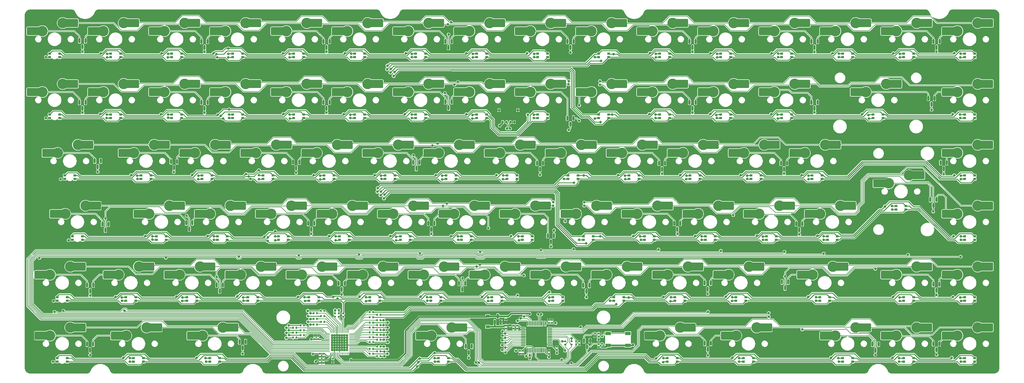
<source format=gbl>
G04 #@! TF.GenerationSoftware,KiCad,Pcbnew,7.0.2*
G04 #@! TF.CreationDate,2023-04-27T00:32:00+01:00*
G04 #@! TF.ProjectId,ISO75+STM+PKRGB,49534f37-352b-4535-944d-2b504b524742,rev?*
G04 #@! TF.SameCoordinates,Original*
G04 #@! TF.FileFunction,Copper,L2,Bot*
G04 #@! TF.FilePolarity,Positive*
%FSLAX46Y46*%
G04 Gerber Fmt 4.6, Leading zero omitted, Abs format (unit mm)*
G04 Created by KiCad (PCBNEW 7.0.2) date 2023-04-27 00:32:00*
%MOMM*%
%LPD*%
G01*
G04 APERTURE LIST*
G04 Aperture macros list*
%AMRoundRect*
0 Rectangle with rounded corners*
0 $1 Rounding radius*
0 $2 $3 $4 $5 $6 $7 $8 $9 X,Y pos of 4 corners*
0 Add a 4 corners polygon primitive as box body*
4,1,4,$2,$3,$4,$5,$6,$7,$8,$9,$2,$3,0*
0 Add four circle primitives for the rounded corners*
1,1,$1+$1,$2,$3*
1,1,$1+$1,$4,$5*
1,1,$1+$1,$6,$7*
1,1,$1+$1,$8,$9*
0 Add four rect primitives between the rounded corners*
20,1,$1+$1,$2,$3,$4,$5,0*
20,1,$1+$1,$4,$5,$6,$7,0*
20,1,$1+$1,$6,$7,$8,$9,0*
20,1,$1+$1,$8,$9,$2,$3,0*%
G04 Aperture macros list end*
G04 #@! TA.AperFunction,SMDPad,CuDef*
%ADD10RoundRect,0.135000X0.185000X-0.135000X0.185000X0.135000X-0.185000X0.135000X-0.185000X-0.135000X0*%
G04 #@! TD*
G04 #@! TA.AperFunction,ComponentPad*
%ADD11C,3.300000*%
G04 #@! TD*
G04 #@! TA.AperFunction,SMDPad,CuDef*
%ADD12R,1.650000X2.500000*%
G04 #@! TD*
G04 #@! TA.AperFunction,SMDPad,CuDef*
%ADD13RoundRect,0.250000X1.025000X1.000000X-1.025000X1.000000X-1.025000X-1.000000X1.025000X-1.000000X0*%
G04 #@! TD*
G04 #@! TA.AperFunction,SMDPad,CuDef*
%ADD14RoundRect,0.140000X-0.170000X0.140000X-0.170000X-0.140000X0.170000X-0.140000X0.170000X0.140000X0*%
G04 #@! TD*
G04 #@! TA.AperFunction,SMDPad,CuDef*
%ADD15R,1.200000X0.900000*%
G04 #@! TD*
G04 #@! TA.AperFunction,SMDPad,CuDef*
%ADD16RoundRect,0.135000X-0.135000X-0.185000X0.135000X-0.185000X0.135000X0.185000X-0.135000X0.185000X0*%
G04 #@! TD*
G04 #@! TA.AperFunction,SMDPad,CuDef*
%ADD17RoundRect,0.070000X0.330000X-0.280000X0.330000X0.280000X-0.330000X0.280000X-0.330000X-0.280000X0*%
G04 #@! TD*
G04 #@! TA.AperFunction,SMDPad,CuDef*
%ADD18RoundRect,0.150000X-0.150000X0.587500X-0.150000X-0.587500X0.150000X-0.587500X0.150000X0.587500X0*%
G04 #@! TD*
G04 #@! TA.AperFunction,SMDPad,CuDef*
%ADD19RoundRect,0.135000X0.135000X0.185000X-0.135000X0.185000X-0.135000X-0.185000X0.135000X-0.185000X0*%
G04 #@! TD*
G04 #@! TA.AperFunction,SMDPad,CuDef*
%ADD20RoundRect,0.135000X-0.185000X0.135000X-0.185000X-0.135000X0.185000X-0.135000X0.185000X0.135000X0*%
G04 #@! TD*
G04 #@! TA.AperFunction,SMDPad,CuDef*
%ADD21O,0.220000X0.740000*%
G04 #@! TD*
G04 #@! TA.AperFunction,SMDPad,CuDef*
%ADD22O,0.740000X0.220000*%
G04 #@! TD*
G04 #@! TA.AperFunction,ComponentPad*
%ADD23C,0.600000*%
G04 #@! TD*
G04 #@! TA.AperFunction,SMDPad,CuDef*
%ADD24R,0.771428X0.771428*%
G04 #@! TD*
G04 #@! TA.AperFunction,SMDPad,CuDef*
%ADD25RoundRect,0.140000X0.170000X-0.140000X0.170000X0.140000X-0.170000X0.140000X-0.170000X-0.140000X0*%
G04 #@! TD*
G04 #@! TA.AperFunction,SMDPad,CuDef*
%ADD26R,1.800000X1.100000*%
G04 #@! TD*
G04 #@! TA.AperFunction,SMDPad,CuDef*
%ADD27RoundRect,0.075000X0.075000X-0.662500X0.075000X0.662500X-0.075000X0.662500X-0.075000X-0.662500X0*%
G04 #@! TD*
G04 #@! TA.AperFunction,SMDPad,CuDef*
%ADD28RoundRect,0.075000X0.662500X-0.075000X0.662500X0.075000X-0.662500X0.075000X-0.662500X-0.075000X0*%
G04 #@! TD*
G04 #@! TA.AperFunction,SMDPad,CuDef*
%ADD29RoundRect,0.140000X-0.140000X-0.170000X0.140000X-0.170000X0.140000X0.170000X-0.140000X0.170000X0*%
G04 #@! TD*
G04 #@! TA.AperFunction,SMDPad,CuDef*
%ADD30RoundRect,0.150000X-0.150000X-0.275000X0.150000X-0.275000X0.150000X0.275000X-0.150000X0.275000X0*%
G04 #@! TD*
G04 #@! TA.AperFunction,SMDPad,CuDef*
%ADD31RoundRect,0.175000X-0.175000X-0.225000X0.175000X-0.225000X0.175000X0.225000X-0.175000X0.225000X0*%
G04 #@! TD*
G04 #@! TA.AperFunction,SMDPad,CuDef*
%ADD32RoundRect,0.150000X0.150000X-0.587500X0.150000X0.587500X-0.150000X0.587500X-0.150000X-0.587500X0*%
G04 #@! TD*
G04 #@! TA.AperFunction,ViaPad*
%ADD33C,0.800000*%
G04 #@! TD*
G04 #@! TA.AperFunction,Conductor*
%ADD34C,0.254000*%
G04 #@! TD*
G04 #@! TA.AperFunction,Conductor*
%ADD35C,0.508000*%
G04 #@! TD*
G04 #@! TA.AperFunction,Conductor*
%ADD36C,0.300000*%
G04 #@! TD*
G04 #@! TA.AperFunction,Conductor*
%ADD37C,0.203200*%
G04 #@! TD*
G04 #@! TA.AperFunction,Conductor*
%ADD38C,0.350000*%
G04 #@! TD*
G04 APERTURE END LIST*
D10*
X110998000Y-109018800D03*
X110998000Y-107998800D03*
D11*
X232727500Y-95885000D03*
D12*
X230902500Y-95885000D03*
D13*
X229177500Y-95885000D03*
X242627500Y-93345000D03*
D12*
X240877500Y-93345000D03*
D11*
X239077500Y-93345000D03*
D14*
X192140000Y-117530000D03*
X192140000Y-118490000D03*
D15*
X157500000Y-108850000D03*
X157500000Y-112150000D03*
D16*
X120648000Y-115462000D03*
X121668000Y-115462000D03*
D11*
X235108750Y-114935000D03*
D12*
X233283750Y-114935000D03*
D13*
X231558750Y-114935000D03*
X245008750Y-112395000D03*
D12*
X243258750Y-112395000D03*
D11*
X241458750Y-112395000D03*
D17*
X237368750Y-123105000D03*
X237368750Y-122005000D03*
X240468750Y-122005000D03*
X240468750Y-123105000D03*
D18*
X80000000Y-116862500D03*
X81900000Y-116862500D03*
X80950000Y-118737500D03*
D11*
X185102500Y-76835000D03*
D12*
X183277500Y-76835000D03*
D13*
X181552500Y-76835000D03*
X195002500Y-74295000D03*
D12*
X193252500Y-74295000D03*
D11*
X191452500Y-74295000D03*
D18*
X37150000Y-80025000D03*
X39050000Y-80025000D03*
X38100000Y-81900000D03*
D17*
X134975000Y-46905000D03*
X134975000Y-45805000D03*
X138075000Y-45805000D03*
X138075000Y-46905000D03*
D16*
X122934000Y-118364000D03*
X123954000Y-118364000D03*
D11*
X266065000Y-114935000D03*
D12*
X264240000Y-114935000D03*
D13*
X262515000Y-114935000D03*
X275965000Y-112395000D03*
D12*
X274215000Y-112395000D03*
D11*
X272415000Y-112395000D03*
X94615000Y-19685000D03*
D12*
X92790000Y-19685000D03*
D13*
X91065000Y-19685000D03*
X104515000Y-17145000D03*
D12*
X102765000Y-17145000D03*
D11*
X100965000Y-17145000D03*
D17*
X134975000Y-27855000D03*
X134975000Y-26755000D03*
X138075000Y-26755000D03*
X138075000Y-27855000D03*
D11*
X285115000Y-114935000D03*
D12*
X283290000Y-114935000D03*
D13*
X281565000Y-114935000D03*
X295015000Y-112395000D03*
D12*
X293265000Y-112395000D03*
D11*
X291465000Y-112395000D03*
D18*
X63343750Y-79662500D03*
X65243750Y-79662500D03*
X64293750Y-81537500D03*
D11*
X139858750Y-114935000D03*
D12*
X138033750Y-114935000D03*
D13*
X136308750Y-114935000D03*
X149758750Y-112395000D03*
D12*
X148008750Y-112395000D03*
D11*
X146208750Y-112395000D03*
X51752500Y-76835000D03*
D12*
X49927500Y-76835000D03*
D13*
X48202500Y-76835000D03*
X61652500Y-74295000D03*
D12*
X59902500Y-74295000D03*
D11*
X58102500Y-74295000D03*
D17*
X39725000Y-46905000D03*
X39725000Y-45805000D03*
X42825000Y-45805000D03*
X42825000Y-46905000D03*
D11*
X75565000Y-38735000D03*
D12*
X73740000Y-38735000D03*
D13*
X72015000Y-38735000D03*
X85465000Y-36195000D03*
D12*
X83715000Y-36195000D03*
D11*
X81915000Y-36195000D03*
X175577500Y-95885000D03*
D12*
X173752500Y-95885000D03*
D13*
X172027500Y-95885000D03*
X185477500Y-93345000D03*
D12*
X183727500Y-93345000D03*
D11*
X181927500Y-93345000D03*
D17*
X87350000Y-65955000D03*
X87350000Y-64855000D03*
X90450000Y-64855000D03*
X90450000Y-65955000D03*
X284993750Y-75480000D03*
X284993750Y-74380000D03*
X288093750Y-74380000D03*
X288093750Y-75480000D03*
X249275000Y-27855000D03*
X249275000Y-26755000D03*
X252375000Y-26755000D03*
X252375000Y-27855000D03*
D11*
X20796250Y-95885000D03*
D12*
X18971250Y-95885000D03*
D13*
X17246250Y-95885000D03*
X30696250Y-93345000D03*
D12*
X28946250Y-93345000D03*
D11*
X27146250Y-93345000D03*
X108902500Y-76835000D03*
D12*
X107077500Y-76835000D03*
D13*
X105352500Y-76835000D03*
X118802500Y-74295000D03*
D12*
X117052500Y-74295000D03*
D11*
X115252500Y-74295000D03*
D17*
X58775000Y-27855000D03*
X58775000Y-26755000D03*
X61875000Y-26755000D03*
X61875000Y-27855000D03*
D19*
X97735000Y-114046000D03*
X96715000Y-114046000D03*
D17*
X115925000Y-46905000D03*
X115925000Y-45805000D03*
X119025000Y-45805000D03*
X119025000Y-46905000D03*
D11*
X118427500Y-95885000D03*
D12*
X116602500Y-95885000D03*
D13*
X114877500Y-95885000D03*
X128327500Y-93345000D03*
D12*
X126577500Y-93345000D03*
D11*
X124777500Y-93345000D03*
X151765000Y-19685000D03*
D12*
X149940000Y-19685000D03*
D13*
X148215000Y-19685000D03*
X161665000Y-17145000D03*
D12*
X159915000Y-17145000D03*
D11*
X158115000Y-17145000D03*
D18*
X277656250Y-117600000D03*
X279556250Y-117600000D03*
X278606250Y-119475000D03*
D11*
X142240000Y-57785000D03*
D12*
X140415000Y-57785000D03*
D13*
X138690000Y-57785000D03*
X152140000Y-55245000D03*
D12*
X150390000Y-55245000D03*
D11*
X148590000Y-55245000D03*
D18*
X187575000Y-116537500D03*
X189475000Y-116537500D03*
X188525000Y-118412500D03*
D20*
X109150000Y-122172000D03*
X109150000Y-123192000D03*
D18*
X30006250Y-41925000D03*
X31906250Y-41925000D03*
X30956250Y-43800000D03*
D11*
X123190000Y-57785000D03*
D12*
X121365000Y-57785000D03*
D13*
X119640000Y-57785000D03*
X133090000Y-55245000D03*
D12*
X131340000Y-55245000D03*
D11*
X129540000Y-55245000D03*
X204152500Y-76835000D03*
D12*
X202327500Y-76835000D03*
D13*
X200602500Y-76835000D03*
X214052500Y-74295000D03*
D12*
X212302500Y-74295000D03*
D11*
X210502500Y-74295000D03*
D18*
X110950000Y-98562500D03*
X112850000Y-98562500D03*
X111900000Y-100437500D03*
D11*
X137477500Y-95885000D03*
D12*
X135652500Y-95885000D03*
D13*
X133927500Y-95885000D03*
X147377500Y-93345000D03*
D12*
X145627500Y-93345000D03*
D11*
X143827500Y-93345000D03*
D17*
X173075000Y-27855000D03*
X173075000Y-26755000D03*
X176175000Y-26755000D03*
X176175000Y-27855000D03*
X215937500Y-104055000D03*
X215937500Y-102955000D03*
X219037500Y-102955000D03*
X219037500Y-104055000D03*
X277850000Y-46905000D03*
X277850000Y-45805000D03*
X280950000Y-45805000D03*
X280950000Y-46905000D03*
D14*
X166700000Y-111770000D03*
X166700000Y-112730000D03*
D18*
X215743750Y-79762500D03*
X217643750Y-79762500D03*
X216693750Y-81637500D03*
D11*
X37465000Y-38735000D03*
D12*
X35640000Y-38735000D03*
D13*
X33915000Y-38735000D03*
X47365000Y-36195000D03*
D12*
X45615000Y-36195000D03*
D11*
X43815000Y-36195000D03*
D17*
X23056250Y-104055000D03*
X23056250Y-102955000D03*
X26156250Y-102955000D03*
X26156250Y-104055000D03*
D11*
X218440000Y-57785000D03*
D12*
X216615000Y-57785000D03*
D13*
X214890000Y-57785000D03*
X228340000Y-55245000D03*
D12*
X226590000Y-55245000D03*
D11*
X224790000Y-55245000D03*
D17*
X39725000Y-27855000D03*
X39725000Y-26755000D03*
X42825000Y-26755000D03*
X42825000Y-27855000D03*
D18*
X58581250Y-60525000D03*
X60481250Y-60525000D03*
X59531250Y-62400000D03*
D20*
X181750000Y-116740000D03*
X181750000Y-117760000D03*
D17*
X225462500Y-85005000D03*
X225462500Y-83905000D03*
X228562500Y-83905000D03*
X228562500Y-85005000D03*
D18*
X249081250Y-60975000D03*
X250981250Y-60975000D03*
X250031250Y-62850000D03*
D11*
X70802500Y-76835000D03*
D12*
X68977500Y-76835000D03*
D13*
X67252500Y-76835000D03*
X80702500Y-74295000D03*
D12*
X78952500Y-74295000D03*
D11*
X77152500Y-74295000D03*
D17*
X220700000Y-65955000D03*
X220700000Y-64855000D03*
X223800000Y-64855000D03*
X223800000Y-65955000D03*
X142118750Y-123105000D03*
X142118750Y-122005000D03*
X145218750Y-122005000D03*
X145218750Y-123105000D03*
D11*
X275590000Y-38735000D03*
D12*
X273765000Y-38735000D03*
D13*
X272040000Y-38735000D03*
X285490000Y-36195000D03*
D12*
X283740000Y-36195000D03*
D11*
X281940000Y-36195000D03*
D18*
X134250000Y-60762500D03*
X136150000Y-60762500D03*
X135200000Y-62637500D03*
D11*
X208915000Y-19685000D03*
D12*
X207090000Y-19685000D03*
D13*
X205365000Y-19685000D03*
X218815000Y-17145000D03*
D12*
X217065000Y-17145000D03*
D11*
X215265000Y-17145000D03*
D16*
X122934000Y-108458000D03*
X123954000Y-108458000D03*
D18*
X34750000Y-60262500D03*
X36650000Y-60262500D03*
X35700000Y-62137500D03*
D11*
X227965000Y-19685000D03*
D12*
X226140000Y-19685000D03*
D13*
X224415000Y-19685000D03*
X237865000Y-17145000D03*
D12*
X236115000Y-17145000D03*
D11*
X234315000Y-17145000D03*
D17*
X306425000Y-104055000D03*
X306425000Y-102955000D03*
X309525000Y-102955000D03*
X309525000Y-104055000D03*
D11*
X247015000Y-19685000D03*
D12*
X245190000Y-19685000D03*
D13*
X243465000Y-19685000D03*
X256915000Y-17145000D03*
D12*
X255165000Y-17145000D03*
D11*
X253365000Y-17145000D03*
X25558750Y-76835000D03*
D12*
X23733750Y-76835000D03*
D13*
X22008750Y-76835000D03*
X35458750Y-74295000D03*
D12*
X33708750Y-74295000D03*
D11*
X31908750Y-74295000D03*
D14*
X163200000Y-111770000D03*
X163200000Y-112730000D03*
D17*
X158787500Y-104055000D03*
X158787500Y-102955000D03*
X161887500Y-102955000D03*
X161887500Y-104055000D03*
D19*
X106428000Y-108839000D03*
X105408000Y-108839000D03*
D18*
X220506250Y-22875000D03*
X222406250Y-22875000D03*
X221456250Y-24750000D03*
D11*
X213677500Y-95885000D03*
D12*
X211852500Y-95885000D03*
D13*
X210127500Y-95885000D03*
X223577500Y-93345000D03*
D12*
X221827500Y-93345000D03*
D11*
X220027500Y-93345000D03*
X304165000Y-114935000D03*
D12*
X302340000Y-114935000D03*
D13*
X300615000Y-114935000D03*
X314065000Y-112395000D03*
D12*
X312315000Y-112395000D03*
D11*
X310515000Y-112395000D03*
X132715000Y-19685000D03*
D12*
X130890000Y-19685000D03*
D13*
X129165000Y-19685000D03*
X142615000Y-17145000D03*
D12*
X140865000Y-17145000D03*
D11*
X139065000Y-17145000D03*
X75565000Y-19685000D03*
D12*
X73740000Y-19685000D03*
D13*
X72015000Y-19685000D03*
X85465000Y-17145000D03*
D12*
X83715000Y-17145000D03*
D11*
X81915000Y-17145000D03*
D17*
X306425000Y-27855000D03*
X306425000Y-26755000D03*
X309525000Y-26755000D03*
X309525000Y-27855000D03*
D16*
X185090000Y-116700000D03*
X186110000Y-116700000D03*
D11*
X285115000Y-19685000D03*
D12*
X283290000Y-19685000D03*
D13*
X281565000Y-19685000D03*
X295015000Y-17145000D03*
D12*
X293265000Y-17145000D03*
D11*
X291465000Y-17145000D03*
D21*
X114000000Y-120530000D03*
X113600000Y-120530000D03*
X113200000Y-120530000D03*
X112800000Y-120530000D03*
X112400000Y-120530000D03*
X112000000Y-120530000D03*
X111600000Y-120530000D03*
X111200000Y-120530000D03*
X110800000Y-120530000D03*
X110400000Y-120530000D03*
X110000000Y-120530000D03*
X109600000Y-120530000D03*
X109200000Y-120530000D03*
X108800000Y-120530000D03*
X108400000Y-120530000D03*
D22*
X107795000Y-119925000D03*
X107795000Y-119525000D03*
X107795000Y-119125000D03*
X107795000Y-118725000D03*
X107795000Y-118325000D03*
X107795000Y-117925000D03*
X107795000Y-117525000D03*
X107795000Y-117125000D03*
X107795000Y-116725000D03*
X107795000Y-116325000D03*
X107795000Y-115925000D03*
X107795000Y-115525000D03*
X107795000Y-115125000D03*
X107795000Y-114725000D03*
X107795000Y-114325000D03*
D21*
X108400000Y-113720000D03*
X108800000Y-113720000D03*
X109200000Y-113720000D03*
X109600000Y-113720000D03*
X110000000Y-113720000D03*
X110400000Y-113720000D03*
X110800000Y-113720000D03*
X111200000Y-113720000D03*
X111600000Y-113720000D03*
X112000000Y-113720000D03*
X112400000Y-113720000D03*
X112800000Y-113720000D03*
X113200000Y-113720000D03*
X113600000Y-113720000D03*
X114000000Y-113720000D03*
D22*
X114605000Y-114325000D03*
X114605000Y-114725000D03*
X114605000Y-115125000D03*
X114605000Y-115525000D03*
X114605000Y-115925000D03*
X114605000Y-116325000D03*
X114605000Y-116725000D03*
X114605000Y-117125000D03*
X114605000Y-117525000D03*
X114605000Y-117925000D03*
X114605000Y-118325000D03*
X114605000Y-118725000D03*
X114605000Y-119125000D03*
X114605000Y-119525000D03*
X114605000Y-119925000D03*
D23*
X108885715Y-119439285D03*
D24*
X108885715Y-119439285D03*
X109657143Y-119439285D03*
D23*
X109657144Y-119439285D03*
X110428572Y-119439285D03*
D24*
X110428572Y-119439285D03*
X111200000Y-119439285D03*
D23*
X111200001Y-119439285D03*
X111971428Y-119439285D03*
D24*
X111971428Y-119439285D03*
D23*
X112742857Y-119439285D03*
D24*
X112742857Y-119439285D03*
D23*
X113514285Y-119439285D03*
D24*
X113514285Y-119439285D03*
D23*
X108885715Y-118667857D03*
D24*
X108885715Y-118667857D03*
D23*
X109657143Y-118667857D03*
D24*
X109657143Y-118667857D03*
D23*
X110428571Y-118667857D03*
D24*
X110428572Y-118667857D03*
D23*
X111200000Y-118667857D03*
D24*
X111200000Y-118667857D03*
D23*
X111971428Y-118667857D03*
D24*
X111971428Y-118667857D03*
D23*
X112742857Y-118667857D03*
D24*
X112742857Y-118667857D03*
D23*
X113514285Y-118667857D03*
D24*
X113514285Y-118667857D03*
D23*
X109657143Y-117896429D03*
X110428571Y-117896429D03*
X111200000Y-117896429D03*
X111971428Y-117896429D03*
X112742857Y-117896429D03*
X113514285Y-117896429D03*
X108885715Y-117896428D03*
D24*
X108885715Y-117896428D03*
X109657143Y-117896428D03*
X110428572Y-117896428D03*
X111200000Y-117896428D03*
X111971428Y-117896428D03*
X112742857Y-117896428D03*
X113514285Y-117896428D03*
D23*
X113514285Y-117125001D03*
X108885715Y-117125000D03*
D24*
X108885715Y-117125000D03*
D23*
X109657143Y-117125000D03*
D24*
X109657143Y-117125000D03*
D23*
X110428571Y-117125000D03*
D24*
X110428572Y-117125000D03*
D23*
X111200000Y-117125000D03*
D24*
X111200000Y-117125000D03*
D23*
X111971428Y-117125000D03*
D24*
X111971428Y-117125000D03*
D23*
X112742857Y-117125000D03*
D24*
X112742857Y-117125000D03*
X113514285Y-117125000D03*
D23*
X113514285Y-116353573D03*
D24*
X108885715Y-116353572D03*
D23*
X109657143Y-116353572D03*
D24*
X109657143Y-116353572D03*
D23*
X110428571Y-116353572D03*
D24*
X110428572Y-116353572D03*
D23*
X111200000Y-116353572D03*
D24*
X111200000Y-116353572D03*
D23*
X111971428Y-116353572D03*
D24*
X111971428Y-116353572D03*
D23*
X112742857Y-116353572D03*
D24*
X112742857Y-116353572D03*
X113514285Y-116353572D03*
D23*
X108885715Y-116353571D03*
X113514285Y-115582145D03*
X108885715Y-115582143D03*
D24*
X108885715Y-115582143D03*
D23*
X109657143Y-115582143D03*
D24*
X109657143Y-115582143D03*
D23*
X110428571Y-115582143D03*
D24*
X110428572Y-115582143D03*
D23*
X111200000Y-115582143D03*
D24*
X111200000Y-115582143D03*
D23*
X111971428Y-115582143D03*
D24*
X111971428Y-115582143D03*
D23*
X112742857Y-115582143D03*
D24*
X112742857Y-115582143D03*
X113514285Y-115582143D03*
X108885715Y-114810715D03*
D23*
X109657143Y-114810715D03*
D24*
X109657143Y-114810715D03*
D23*
X110428571Y-114810715D03*
D24*
X110428572Y-114810715D03*
D23*
X111200000Y-114810715D03*
D24*
X111200000Y-114810715D03*
D23*
X111971428Y-114810715D03*
D24*
X111971428Y-114810715D03*
D23*
X112742857Y-114810715D03*
D24*
X112742857Y-114810715D03*
D23*
X113514285Y-114810715D03*
D24*
X113514285Y-114810715D03*
D23*
X108885715Y-114810714D03*
D10*
X112369600Y-109018800D03*
X112369600Y-107998800D03*
D17*
X27818750Y-85005000D03*
X27818750Y-83905000D03*
X30918750Y-83905000D03*
X30918750Y-85005000D03*
D19*
X97740000Y-112522000D03*
X96720000Y-112522000D03*
D25*
X104512500Y-116012500D03*
X104512500Y-115052500D03*
D17*
X206412500Y-85005000D03*
X206412500Y-83905000D03*
X209512500Y-83905000D03*
X209512500Y-85005000D03*
D16*
X122934000Y-111652000D03*
X123954000Y-111652000D03*
D17*
X23056250Y-123105000D03*
X23056250Y-122005000D03*
X26156250Y-122005000D03*
X26156250Y-123105000D03*
D11*
X242252500Y-76835000D03*
D12*
X240427500Y-76835000D03*
D13*
X238702500Y-76835000D03*
X252152500Y-74295000D03*
D12*
X250402500Y-74295000D03*
D11*
X248602500Y-74295000D03*
D26*
X201275000Y-114275000D03*
X195075000Y-114275000D03*
X201275000Y-117975000D03*
X195075000Y-117975000D03*
D11*
X266065000Y-19685000D03*
D12*
X264240000Y-19685000D03*
D13*
X262515000Y-19685000D03*
X275965000Y-17145000D03*
D12*
X274215000Y-17145000D03*
D11*
X272415000Y-17145000D03*
D17*
X96875000Y-46905000D03*
X96875000Y-45805000D03*
X99975000Y-45805000D03*
X99975000Y-46905000D03*
D11*
X104140000Y-57785000D03*
D12*
X102315000Y-57785000D03*
D13*
X100590000Y-57785000D03*
X114040000Y-55245000D03*
D12*
X112290000Y-55245000D03*
D11*
X110490000Y-55245000D03*
D18*
X106206250Y-22875000D03*
X108106250Y-22875000D03*
X107156250Y-24750000D03*
D17*
X73062500Y-85005000D03*
X73062500Y-83905000D03*
X76162500Y-83905000D03*
X76162500Y-85005000D03*
X306425000Y-85005000D03*
X306425000Y-83905000D03*
X309525000Y-83905000D03*
X309525000Y-85005000D03*
D11*
X227965000Y-38735000D03*
D12*
X226140000Y-38735000D03*
D13*
X224415000Y-38735000D03*
X237865000Y-36195000D03*
D12*
X236115000Y-36195000D03*
D11*
X234315000Y-36195000D03*
X282733750Y-67310000D03*
D12*
X280908750Y-67310000D03*
D13*
X279183750Y-67310000D03*
X292633750Y-64770000D03*
D12*
X290883750Y-64770000D03*
D11*
X289083750Y-64770000D03*
D25*
X192100000Y-115180000D03*
X192100000Y-114220000D03*
D18*
X296650000Y-98862500D03*
X298550000Y-98862500D03*
X297600000Y-100737500D03*
D17*
X287375000Y-27855000D03*
X287375000Y-26755000D03*
X290475000Y-26755000D03*
X290475000Y-27855000D03*
X268325000Y-123105000D03*
X268325000Y-122005000D03*
X271425000Y-122005000D03*
X271425000Y-123105000D03*
X261181250Y-104055000D03*
X261181250Y-102955000D03*
X264281250Y-102955000D03*
X264281250Y-104055000D03*
D11*
X89852500Y-76835000D03*
D12*
X88027500Y-76835000D03*
D13*
X86302500Y-76835000D03*
X99752500Y-74295000D03*
D12*
X98002500Y-74295000D03*
D11*
X96202500Y-74295000D03*
D18*
X225250000Y-98462500D03*
X227150000Y-98462500D03*
X226200000Y-100337500D03*
D11*
X20796250Y-114935000D03*
D12*
X18971250Y-114935000D03*
D13*
X17246250Y-114935000D03*
X30696250Y-112395000D03*
D12*
X28946250Y-112395000D03*
D11*
X27146250Y-112395000D03*
D17*
X63537500Y-104055000D03*
X63537500Y-102955000D03*
X66637500Y-102955000D03*
X66637500Y-104055000D03*
D18*
X182406250Y-22875000D03*
X184306250Y-22875000D03*
X183356250Y-24750000D03*
D17*
X263562500Y-85005000D03*
X263562500Y-83905000D03*
X266662500Y-83905000D03*
X266662500Y-85005000D03*
D25*
X103412500Y-116012500D03*
X103412500Y-115052500D03*
D17*
X211175000Y-46905000D03*
X211175000Y-45805000D03*
X214275000Y-45805000D03*
X214275000Y-46905000D03*
D18*
X176270000Y-83672500D03*
X178170000Y-83672500D03*
X177220000Y-85547500D03*
D11*
X68421250Y-114935000D03*
D12*
X66596250Y-114935000D03*
D13*
X64871250Y-114935000D03*
X78321250Y-112395000D03*
D12*
X76571250Y-112395000D03*
D11*
X74771250Y-112395000D03*
D17*
X144500000Y-65955000D03*
X144500000Y-64855000D03*
X147600000Y-64855000D03*
X147600000Y-65955000D03*
D18*
X258606250Y-41925000D03*
X260506250Y-41925000D03*
X259556250Y-43800000D03*
D27*
X175470000Y-119478500D03*
X174970000Y-119478500D03*
X174470000Y-119478500D03*
X173970000Y-119478500D03*
X173470000Y-119478500D03*
X172970000Y-119478500D03*
X172470000Y-119478500D03*
X171970000Y-119478500D03*
X171470000Y-119478500D03*
X170970000Y-119478500D03*
X170470000Y-119478500D03*
X169970000Y-119478500D03*
D28*
X168557500Y-118066000D03*
X168557500Y-117566000D03*
X168557500Y-117066000D03*
X168557500Y-116566000D03*
X168557500Y-116066000D03*
X168557500Y-115566000D03*
X168557500Y-115066000D03*
X168557500Y-114566000D03*
X168557500Y-114066000D03*
X168557500Y-113566000D03*
X168557500Y-113066000D03*
X168557500Y-112566000D03*
D27*
X169970000Y-111153500D03*
X170470000Y-111153500D03*
X170970000Y-111153500D03*
X171470000Y-111153500D03*
X171970000Y-111153500D03*
X172470000Y-111153500D03*
X172970000Y-111153500D03*
X173470000Y-111153500D03*
X173970000Y-111153500D03*
X174470000Y-111153500D03*
X174970000Y-111153500D03*
X175470000Y-111153500D03*
D28*
X176882500Y-112566000D03*
X176882500Y-113066000D03*
X176882500Y-113566000D03*
X176882500Y-114066000D03*
X176882500Y-114566000D03*
X176882500Y-115066000D03*
X176882500Y-115566000D03*
X176882500Y-116066000D03*
X176882500Y-116566000D03*
X176882500Y-117066000D03*
X176882500Y-117566000D03*
X176882500Y-118066000D03*
D18*
X148550000Y-98562500D03*
X150450000Y-98562500D03*
X149500000Y-100437500D03*
D19*
X104142000Y-109728000D03*
X103122000Y-109728000D03*
D11*
X132715000Y-38735000D03*
D12*
X130890000Y-38735000D03*
D13*
X129165000Y-38735000D03*
X142615000Y-36195000D03*
D12*
X140865000Y-36195000D03*
D11*
X139065000Y-36195000D03*
D17*
X44487500Y-104055000D03*
X44487500Y-102955000D03*
X47587500Y-102955000D03*
X47587500Y-104055000D03*
D16*
X120648000Y-120650000D03*
X121668000Y-120650000D03*
D17*
X201650000Y-65955000D03*
X201650000Y-64855000D03*
X204750000Y-64855000D03*
X204750000Y-65955000D03*
D11*
X56515000Y-19685000D03*
D12*
X54690000Y-19685000D03*
D13*
X52965000Y-19685000D03*
X66415000Y-17145000D03*
D12*
X64665000Y-17145000D03*
D11*
X62865000Y-17145000D03*
D19*
X106428000Y-107188000D03*
X105408000Y-107188000D03*
D11*
X23177500Y-57785000D03*
D12*
X21352500Y-57785000D03*
D13*
X19627500Y-57785000D03*
X33077500Y-55245000D03*
D12*
X31327500Y-55245000D03*
D11*
X29527500Y-55245000D03*
D18*
X225268750Y-117331250D03*
X227168750Y-117331250D03*
X226218750Y-119206250D03*
X182350000Y-46912500D03*
X184250000Y-46912500D03*
X183300000Y-48787500D03*
D17*
X173075000Y-46905000D03*
X173075000Y-45805000D03*
X176175000Y-45805000D03*
X176175000Y-46905000D03*
D18*
X68106250Y-41925000D03*
X70006250Y-41925000D03*
X69056250Y-43800000D03*
D11*
X180340000Y-57785000D03*
D12*
X178515000Y-57785000D03*
D13*
X176790000Y-57785000D03*
X190240000Y-55245000D03*
D12*
X188490000Y-55245000D03*
D11*
X186690000Y-55245000D03*
D18*
X258606250Y-22875000D03*
X260506250Y-22875000D03*
X259556250Y-24750000D03*
D16*
X120648000Y-109220000D03*
X121668000Y-109220000D03*
D19*
X100078000Y-113284000D03*
X99058000Y-113284000D03*
D18*
X72868750Y-99075000D03*
X74768750Y-99075000D03*
X73818750Y-100950000D03*
D14*
X106212500Y-120602500D03*
X106212500Y-121562500D03*
D18*
X296650000Y-117462500D03*
X298550000Y-117462500D03*
X297600000Y-119337500D03*
D25*
X176550000Y-110980000D03*
X176550000Y-110020000D03*
D14*
X105100000Y-122570000D03*
X105100000Y-123530000D03*
D16*
X122934000Y-121412000D03*
X123954000Y-121412000D03*
D17*
X106400000Y-65955000D03*
X106400000Y-64855000D03*
X109500000Y-64855000D03*
X109500000Y-65955000D03*
X49250000Y-65955000D03*
X49250000Y-64855000D03*
X52350000Y-64855000D03*
X52350000Y-65955000D03*
X154025000Y-46905000D03*
X154025000Y-45805000D03*
X157125000Y-45805000D03*
X157125000Y-46905000D03*
D18*
X298950000Y-60825000D03*
X300850000Y-60825000D03*
X299900000Y-62700000D03*
D11*
X80327500Y-95885000D03*
D12*
X78502500Y-95885000D03*
D13*
X76777500Y-95885000D03*
X90227500Y-93345000D03*
D12*
X88477500Y-93345000D03*
D11*
X86677500Y-93345000D03*
D16*
X120648000Y-107569000D03*
X121668000Y-107569000D03*
D17*
X25437500Y-65955000D03*
X25437500Y-64855000D03*
X28537500Y-64855000D03*
X28537500Y-65955000D03*
X187362500Y-85005000D03*
X187362500Y-83905000D03*
X190462500Y-83905000D03*
X190462500Y-85005000D03*
X177837500Y-104055000D03*
X177837500Y-102955000D03*
X180937500Y-102955000D03*
X180937500Y-104055000D03*
D11*
X113665000Y-38735000D03*
D12*
X111840000Y-38735000D03*
D13*
X110115000Y-38735000D03*
X123565000Y-36195000D03*
D12*
X121815000Y-36195000D03*
D11*
X120015000Y-36195000D03*
D29*
X185100000Y-117750000D03*
X186060000Y-117750000D03*
D17*
X96875000Y-27855000D03*
X96875000Y-26755000D03*
X99975000Y-26755000D03*
X99975000Y-27855000D03*
X20675000Y-27855000D03*
X20675000Y-26755000D03*
X23775000Y-26755000D03*
X23775000Y-27855000D03*
D11*
X170815000Y-19685000D03*
D12*
X168990000Y-19685000D03*
D13*
X167265000Y-19685000D03*
X180715000Y-17145000D03*
D12*
X178965000Y-17145000D03*
D11*
X177165000Y-17145000D03*
D18*
X295118750Y-40659375D03*
X297018750Y-40659375D03*
X296068750Y-42534375D03*
D11*
X304165000Y-95885000D03*
D12*
X302340000Y-95885000D03*
D13*
X300615000Y-95885000D03*
X314065000Y-93345000D03*
D12*
X312315000Y-93345000D03*
D11*
X310515000Y-93345000D03*
D17*
X111162500Y-85005000D03*
X111162500Y-83905000D03*
X114262500Y-83905000D03*
X114262500Y-85005000D03*
D19*
X100078000Y-111760000D03*
X99058000Y-111760000D03*
D11*
X256540000Y-57785000D03*
D12*
X254715000Y-57785000D03*
D13*
X252990000Y-57785000D03*
X266440000Y-55245000D03*
D12*
X264690000Y-55245000D03*
D11*
X262890000Y-55245000D03*
X99377500Y-95885000D03*
D12*
X97552500Y-95885000D03*
D13*
X95827500Y-95885000D03*
X109277500Y-93345000D03*
D12*
X107527500Y-93345000D03*
D11*
X105727500Y-93345000D03*
D17*
X120687500Y-104055000D03*
X120687500Y-102955000D03*
X123787500Y-102955000D03*
X123787500Y-104055000D03*
D11*
X189865000Y-38735000D03*
D12*
X188040000Y-38735000D03*
D13*
X186315000Y-38735000D03*
X199765000Y-36195000D03*
D12*
X198015000Y-36195000D03*
D11*
X196215000Y-36195000D03*
D17*
X192125000Y-46905000D03*
X192125000Y-45805000D03*
X195225000Y-45805000D03*
X195225000Y-46905000D03*
D18*
X138950000Y-79762500D03*
X140850000Y-79762500D03*
X139900000Y-81637500D03*
D11*
X66040000Y-57785000D03*
D12*
X64215000Y-57785000D03*
D13*
X62490000Y-57785000D03*
X75940000Y-55245000D03*
D12*
X74190000Y-55245000D03*
D11*
X72390000Y-55245000D03*
D17*
X58775000Y-46905000D03*
X58775000Y-45805000D03*
X61875000Y-45805000D03*
X61875000Y-46905000D03*
D11*
X258921250Y-95885000D03*
D12*
X257096250Y-95885000D03*
D13*
X255371250Y-95885000D03*
X268821250Y-93345000D03*
D12*
X267071250Y-93345000D03*
D11*
X265271250Y-93345000D03*
X151765000Y-38735000D03*
D12*
X149940000Y-38735000D03*
D13*
X148215000Y-38735000D03*
X161665000Y-36195000D03*
D12*
X159915000Y-36195000D03*
D11*
X158115000Y-36195000D03*
X170815000Y-38735000D03*
D12*
X168990000Y-38735000D03*
D13*
X167265000Y-38735000D03*
X180715000Y-36195000D03*
D12*
X178965000Y-36195000D03*
D11*
X177165000Y-36195000D03*
D16*
X120648000Y-110890000D03*
X121668000Y-110890000D03*
D11*
X211296250Y-114935000D03*
D12*
X209471250Y-114935000D03*
D13*
X207746250Y-114935000D03*
X221196250Y-112395000D03*
D12*
X219446250Y-112395000D03*
D11*
X217646250Y-112395000D03*
D17*
X211175000Y-27855000D03*
X211175000Y-26755000D03*
X214275000Y-26755000D03*
X214275000Y-27855000D03*
X92112500Y-85005000D03*
X92112500Y-83905000D03*
X95212500Y-83905000D03*
X95212500Y-85005000D03*
D19*
X100078000Y-114808000D03*
X99058000Y-114808000D03*
D20*
X183650000Y-116740000D03*
X183650000Y-117760000D03*
D14*
X165550000Y-111770000D03*
X165550000Y-112730000D03*
D17*
X213556250Y-123105000D03*
X213556250Y-122005000D03*
X216656250Y-122005000D03*
X216656250Y-123105000D03*
D11*
X61277500Y-95885000D03*
D12*
X59452500Y-95885000D03*
D13*
X57727500Y-95885000D03*
X71177500Y-93345000D03*
D12*
X69427500Y-93345000D03*
D11*
X67627500Y-93345000D03*
D14*
X163150000Y-108920000D03*
X163150000Y-109880000D03*
D11*
X247015000Y-38735000D03*
D12*
X245190000Y-38735000D03*
D13*
X243465000Y-38735000D03*
X256915000Y-36195000D03*
D12*
X255165000Y-36195000D03*
D11*
X253365000Y-36195000D03*
D18*
X96713000Y-60657500D03*
X98613000Y-60657500D03*
X97663000Y-62532500D03*
D17*
X163550000Y-65955000D03*
X163550000Y-64855000D03*
X166650000Y-64855000D03*
X166650000Y-65955000D03*
X168312500Y-85005000D03*
X168312500Y-83905000D03*
X171412500Y-83905000D03*
X171412500Y-85005000D03*
D18*
X253843750Y-79962500D03*
X255743750Y-79962500D03*
X254793750Y-81837500D03*
D17*
X234987500Y-104055000D03*
X234987500Y-102955000D03*
X238087500Y-102955000D03*
X238087500Y-104055000D03*
D11*
X161290000Y-57785000D03*
D12*
X159465000Y-57785000D03*
D13*
X157740000Y-57785000D03*
X171190000Y-55245000D03*
D12*
X169440000Y-55245000D03*
D11*
X167640000Y-55245000D03*
X42227500Y-95885000D03*
D12*
X40402500Y-95885000D03*
D13*
X38677500Y-95885000D03*
X52127500Y-93345000D03*
D12*
X50377500Y-93345000D03*
D11*
X48577500Y-93345000D03*
D30*
X162170000Y-48155000D03*
X163370000Y-48155000D03*
X164570000Y-48155000D03*
X165770000Y-48155000D03*
D31*
X161020000Y-44380000D03*
X166920000Y-44380000D03*
D17*
X244512500Y-85005000D03*
X244512500Y-83905000D03*
X247612500Y-83905000D03*
X247612500Y-85005000D03*
D10*
X109778800Y-109018800D03*
X109778800Y-107998800D03*
D17*
X101637500Y-104055000D03*
X101637500Y-102955000D03*
X104737500Y-102955000D03*
X104737500Y-104055000D03*
D16*
X122934000Y-110128000D03*
X123954000Y-110128000D03*
X122934000Y-114700000D03*
X123954000Y-114700000D03*
D11*
X56515000Y-38735000D03*
D12*
X54690000Y-38735000D03*
D13*
X52965000Y-38735000D03*
X66415000Y-36195000D03*
D12*
X64665000Y-36195000D03*
D11*
X62865000Y-36195000D03*
D18*
X172881250Y-60975000D03*
X174781250Y-60975000D03*
X173831250Y-62850000D03*
D17*
X77825000Y-27855000D03*
X77825000Y-26755000D03*
X80925000Y-26755000D03*
X80925000Y-27855000D03*
X82587500Y-104055000D03*
X82587500Y-102955000D03*
X85687500Y-102955000D03*
X85687500Y-104055000D03*
D11*
X44608750Y-114935000D03*
D12*
X42783750Y-114935000D03*
D13*
X41058750Y-114935000D03*
X54508750Y-112395000D03*
D12*
X52758750Y-112395000D03*
D11*
X50958750Y-112395000D03*
D14*
X105112500Y-120602500D03*
X105112500Y-121562500D03*
D17*
X239750000Y-65955000D03*
X239750000Y-64855000D03*
X242850000Y-64855000D03*
X242850000Y-65955000D03*
D11*
X189865000Y-19685000D03*
D12*
X188040000Y-19685000D03*
D13*
X186315000Y-19685000D03*
X199765000Y-17145000D03*
D12*
X198015000Y-17145000D03*
D11*
X196215000Y-17145000D03*
D25*
X177600000Y-110980000D03*
X177600000Y-110020000D03*
X179100000Y-119380000D03*
X179100000Y-118420000D03*
D16*
X122934000Y-119888000D03*
X123954000Y-119888000D03*
D11*
X261302500Y-76835000D03*
D12*
X259477500Y-76835000D03*
D13*
X257752500Y-76835000D03*
X271202500Y-74295000D03*
D12*
X269452500Y-74295000D03*
D11*
X267652500Y-74295000D03*
X208915000Y-38735000D03*
D12*
X207090000Y-38735000D03*
D13*
X205365000Y-38735000D03*
X218815000Y-36195000D03*
D12*
X217065000Y-36195000D03*
D11*
X215265000Y-36195000D03*
D18*
X210981250Y-60975000D03*
X212881250Y-60975000D03*
X211931250Y-62850000D03*
D17*
X230225000Y-46905000D03*
X230225000Y-45805000D03*
X233325000Y-45805000D03*
X233325000Y-46905000D03*
X154025000Y-27855000D03*
X154025000Y-26755000D03*
X157125000Y-26755000D03*
X157125000Y-27855000D03*
D18*
X32387500Y-99075000D03*
X34287500Y-99075000D03*
X33337500Y-100950000D03*
D17*
X306425000Y-46905000D03*
X306425000Y-45805000D03*
X309525000Y-45805000D03*
X309525000Y-46905000D03*
D11*
X304165000Y-76835000D03*
D12*
X302340000Y-76835000D03*
D13*
X300615000Y-76835000D03*
X314065000Y-74295000D03*
D12*
X312315000Y-74295000D03*
D11*
X310515000Y-74295000D03*
X156527500Y-95885000D03*
D12*
X154702500Y-95885000D03*
D13*
X152977500Y-95885000D03*
X166427500Y-93345000D03*
D12*
X164677500Y-93345000D03*
D11*
X162877500Y-93345000D03*
D18*
X144306250Y-41781250D03*
X146206250Y-41781250D03*
X145256250Y-43656250D03*
D25*
X176600000Y-120630000D03*
X176600000Y-119670000D03*
D11*
X166052500Y-76835000D03*
D12*
X164227500Y-76835000D03*
D13*
X162502500Y-76835000D03*
X175952500Y-74295000D03*
D12*
X174202500Y-74295000D03*
D11*
X172402500Y-74295000D03*
D19*
X104142000Y-107950000D03*
X103122000Y-107950000D03*
D16*
X122934000Y-113176000D03*
X123954000Y-113176000D03*
D17*
X125450000Y-65955000D03*
X125450000Y-64855000D03*
X128550000Y-64855000D03*
X128550000Y-65955000D03*
D11*
X194627500Y-95885000D03*
D12*
X192802500Y-95885000D03*
D13*
X191077500Y-95885000D03*
X204527500Y-93345000D03*
D12*
X202777500Y-93345000D03*
D11*
X200977500Y-93345000D03*
D16*
X120648000Y-113938000D03*
X121668000Y-113938000D03*
D17*
X192125000Y-27855000D03*
X192125000Y-26755000D03*
X195225000Y-26755000D03*
X195225000Y-27855000D03*
D11*
X237490000Y-57785000D03*
D12*
X235665000Y-57785000D03*
D13*
X233940000Y-57785000D03*
X247390000Y-55245000D03*
D12*
X245640000Y-55245000D03*
D11*
X243840000Y-55245000D03*
X85090000Y-57785000D03*
D12*
X83265000Y-57785000D03*
D13*
X81540000Y-57785000D03*
X94990000Y-55245000D03*
D12*
X93240000Y-55245000D03*
D11*
X91440000Y-55245000D03*
D17*
X306425000Y-65955000D03*
X306425000Y-64855000D03*
X309525000Y-64855000D03*
X309525000Y-65955000D03*
X287375000Y-104055000D03*
X287375000Y-102955000D03*
X290475000Y-102955000D03*
X290475000Y-104055000D03*
X287375000Y-123105000D03*
X287375000Y-122005000D03*
X290475000Y-122005000D03*
X290475000Y-123105000D03*
D18*
X101443750Y-79800000D03*
X103343750Y-79800000D03*
X102393750Y-81675000D03*
X32350000Y-117562500D03*
X34250000Y-117562500D03*
X33300000Y-119437500D03*
D10*
X193230000Y-118520000D03*
X193230000Y-117500000D03*
D17*
X230225000Y-27855000D03*
X230225000Y-26755000D03*
X233325000Y-26755000D03*
X233325000Y-27855000D03*
D18*
X187325000Y-99218750D03*
X189225000Y-99218750D03*
X188275000Y-101093750D03*
D17*
X130212500Y-85005000D03*
X130212500Y-83905000D03*
X133312500Y-83905000D03*
X133312500Y-85005000D03*
D11*
X18415000Y-19685000D03*
D12*
X16590000Y-19685000D03*
D13*
X14865000Y-19685000D03*
X28315000Y-17145000D03*
D12*
X26565000Y-17145000D03*
D11*
X24765000Y-17145000D03*
D17*
X249275000Y-46905000D03*
X249275000Y-45805000D03*
X252375000Y-45805000D03*
X252375000Y-46905000D03*
X182600000Y-65955000D03*
X182600000Y-64855000D03*
X185700000Y-64855000D03*
X185700000Y-65955000D03*
D18*
X106206250Y-41925000D03*
X108106250Y-41925000D03*
X107156250Y-43800000D03*
D11*
X199390000Y-57785000D03*
D12*
X197565000Y-57785000D03*
D13*
X195840000Y-57785000D03*
X209290000Y-55245000D03*
D12*
X207540000Y-55245000D03*
D11*
X205740000Y-55245000D03*
D18*
X150620000Y-118272500D03*
X152520000Y-118272500D03*
X151570000Y-120147500D03*
D17*
X46868750Y-123105000D03*
X46868750Y-122005000D03*
X49968750Y-122005000D03*
X49968750Y-123105000D03*
D32*
X161600000Y-110687500D03*
X159700000Y-110687500D03*
X160650000Y-108812500D03*
D16*
X120648000Y-119126000D03*
X121668000Y-119126000D03*
D17*
X20675000Y-46905000D03*
X20675000Y-45805000D03*
X23775000Y-45805000D03*
X23775000Y-46905000D03*
D11*
X147002500Y-76835000D03*
D12*
X145177500Y-76835000D03*
D13*
X143452500Y-76835000D03*
X156902500Y-74295000D03*
D12*
X155152500Y-74295000D03*
D11*
X153352500Y-74295000D03*
X304165000Y-38735000D03*
D12*
X302340000Y-38735000D03*
D13*
X300615000Y-38735000D03*
X314065000Y-36195000D03*
D12*
X312315000Y-36195000D03*
D11*
X310515000Y-36195000D03*
D17*
X196887500Y-104055000D03*
X196887500Y-102955000D03*
X199987500Y-102955000D03*
X199987500Y-104055000D03*
X115925000Y-27855000D03*
X115925000Y-26755000D03*
X119025000Y-26755000D03*
X119025000Y-27855000D03*
X54012500Y-85005000D03*
X54012500Y-83905000D03*
X57112500Y-83905000D03*
X57112500Y-85005000D03*
D18*
X68106250Y-22875000D03*
X70006250Y-22875000D03*
X69056250Y-24750000D03*
D19*
X104142000Y-111506000D03*
X103122000Y-111506000D03*
D11*
X46990000Y-57785000D03*
D12*
X45165000Y-57785000D03*
D13*
X43440000Y-57785000D03*
X56890000Y-55245000D03*
D12*
X55140000Y-55245000D03*
D11*
X53340000Y-55245000D03*
D17*
X70681250Y-123105000D03*
X70681250Y-122005000D03*
X73781250Y-122005000D03*
X73781250Y-123105000D03*
D14*
X168500000Y-119670000D03*
X168500000Y-120630000D03*
D11*
X304165000Y-57785000D03*
D12*
X302340000Y-57785000D03*
D13*
X300615000Y-57785000D03*
X314065000Y-55245000D03*
D12*
X312315000Y-55245000D03*
D11*
X310515000Y-55245000D03*
D16*
X122934000Y-116224000D03*
X123954000Y-116224000D03*
D17*
X258800000Y-65955000D03*
X258800000Y-64855000D03*
X261900000Y-64855000D03*
X261900000Y-65955000D03*
D11*
X223202500Y-76835000D03*
D12*
X221377500Y-76835000D03*
D13*
X219652500Y-76835000D03*
X233102500Y-74295000D03*
D12*
X231352500Y-74295000D03*
D11*
X229552500Y-74295000D03*
X127952500Y-76835000D03*
D12*
X126127500Y-76835000D03*
D13*
X124402500Y-76835000D03*
X137852500Y-74295000D03*
D12*
X136102500Y-74295000D03*
D11*
X134302500Y-74295000D03*
D14*
X167450000Y-119670000D03*
X167450000Y-120630000D03*
D18*
X220506250Y-41925000D03*
X222406250Y-41925000D03*
X221456250Y-43800000D03*
X249400000Y-98100000D03*
X251300000Y-98100000D03*
X250350000Y-99975000D03*
D11*
X304165000Y-19685000D03*
D12*
X302340000Y-19685000D03*
D13*
X300615000Y-19685000D03*
X314065000Y-17145000D03*
D12*
X312315000Y-17145000D03*
D11*
X310515000Y-17145000D03*
D18*
X296706250Y-22875000D03*
X298606250Y-22875000D03*
X297656250Y-24750000D03*
D17*
X268325000Y-27855000D03*
X268325000Y-26755000D03*
X271425000Y-26755000D03*
X271425000Y-27855000D03*
D11*
X113665000Y-19685000D03*
D12*
X111840000Y-19685000D03*
D13*
X110115000Y-19685000D03*
X123565000Y-17145000D03*
D12*
X121815000Y-17145000D03*
D11*
X120015000Y-17145000D03*
D17*
X77825000Y-46905000D03*
X77825000Y-45805000D03*
X80925000Y-45805000D03*
X80925000Y-46905000D03*
X306425000Y-123105000D03*
X306425000Y-122005000D03*
X309525000Y-122005000D03*
X309525000Y-123105000D03*
D11*
X37465000Y-19685000D03*
D12*
X35640000Y-19685000D03*
D13*
X33915000Y-19685000D03*
X47365000Y-17145000D03*
D12*
X45615000Y-17145000D03*
D11*
X43815000Y-17145000D03*
D18*
X144306250Y-22875000D03*
X146206250Y-22875000D03*
X145256250Y-24750000D03*
D11*
X94615000Y-38735000D03*
D12*
X92790000Y-38735000D03*
D13*
X91065000Y-38735000D03*
X104515000Y-36195000D03*
D12*
X102765000Y-36195000D03*
D11*
X100965000Y-36195000D03*
D17*
X139737500Y-104055000D03*
X139737500Y-102955000D03*
X142837500Y-102955000D03*
X142837500Y-104055000D03*
D14*
X106200000Y-122570000D03*
X106200000Y-123530000D03*
D18*
X295700000Y-72362500D03*
X297600000Y-72362500D03*
X296650000Y-74237500D03*
D20*
X191000000Y-114210000D03*
X191000000Y-115230000D03*
D17*
X68300000Y-65955000D03*
X68300000Y-64855000D03*
X71400000Y-64855000D03*
X71400000Y-65955000D03*
D18*
X30006250Y-22662500D03*
X31906250Y-22662500D03*
X30956250Y-24537500D03*
D10*
X193250000Y-115210000D03*
X193250000Y-114190000D03*
D19*
X106428000Y-110617000D03*
X105408000Y-110617000D03*
X97735000Y-115570000D03*
X96715000Y-115570000D03*
D11*
X18415000Y-38735000D03*
D12*
X16590000Y-38735000D03*
D13*
X14865000Y-38735000D03*
X28315000Y-36195000D03*
D12*
X26565000Y-36195000D03*
D11*
X24765000Y-36195000D03*
D16*
X120648000Y-116986000D03*
X121668000Y-116986000D03*
D11*
X285115000Y-95885000D03*
D12*
X283290000Y-95885000D03*
D13*
X281565000Y-95885000D03*
X295015000Y-93345000D03*
D12*
X293265000Y-93345000D03*
D11*
X291465000Y-93345000D03*
D16*
X120648000Y-112414000D03*
X121668000Y-112414000D03*
D17*
X149262500Y-85005000D03*
X149262500Y-83905000D03*
X152362500Y-83905000D03*
X152362500Y-85005000D03*
D33*
X180810000Y-116740000D03*
X166300000Y-119650000D03*
X178700000Y-111000000D03*
X164500000Y-111750000D03*
X179100000Y-120350000D03*
X176600000Y-121650000D03*
X202900000Y-117850000D03*
X183650000Y-115820000D03*
X165690000Y-50160000D03*
X164220000Y-109880000D03*
X186110000Y-115690000D03*
X193240000Y-113220000D03*
X163160000Y-110820000D03*
X166290000Y-120630000D03*
X171150000Y-102180000D03*
X107250000Y-123530000D03*
X176540000Y-108950000D03*
X102400000Y-115050000D03*
X177750000Y-119680000D03*
X130250000Y-118750000D03*
X135250000Y-118750000D03*
X191140000Y-118490000D03*
X172130000Y-108290000D03*
X159520000Y-44400000D03*
X168380000Y-44400000D03*
X60300000Y-110800000D03*
X171350000Y-105020000D03*
X173570000Y-102180000D03*
X186060000Y-118720000D03*
X177610000Y-108970000D03*
X191000000Y-116150000D03*
X60300000Y-113200000D03*
X114700000Y-109000000D03*
X104170326Y-121556647D03*
X175330000Y-108330000D03*
X162270000Y-50210000D03*
X179100000Y-117500000D03*
X174890000Y-105080000D03*
X192100000Y-116200000D03*
X181650000Y-119625000D03*
X183590000Y-123513300D03*
X180610000Y-122446500D03*
X102880000Y-120700000D03*
X114770000Y-122536500D03*
X170610000Y-108130000D03*
X103780000Y-123030000D03*
X102370000Y-116071500D03*
X161235000Y-49295000D03*
X33337500Y-121000000D03*
X38100000Y-78300000D03*
X30950000Y-45200000D03*
X157700000Y-81300000D03*
X167750000Y-109550000D03*
X30956250Y-26100000D03*
X33350000Y-102400000D03*
X35700000Y-63700000D03*
X80950000Y-120600000D03*
X69050000Y-45200000D03*
X69056250Y-26100000D03*
X168850000Y-108943000D03*
X168800000Y-96100000D03*
X59450000Y-63800000D03*
X63450000Y-77425000D03*
X72825000Y-96575000D03*
X166800000Y-110300000D03*
X107156250Y-26100000D03*
X111900000Y-102100000D03*
X97663000Y-64008000D03*
X102400000Y-83100000D03*
X107150000Y-45200000D03*
X166800000Y-102300000D03*
X149600000Y-97000000D03*
X170649581Y-122050108D03*
X145275000Y-20700000D03*
X151580000Y-121860000D03*
X144125000Y-39025000D03*
X134275000Y-58500000D03*
X139900000Y-83100000D03*
X188300000Y-102950000D03*
X183350000Y-26350000D03*
X186560000Y-112230000D03*
X177220000Y-87070000D03*
X173850000Y-64650000D03*
X182800000Y-50625000D03*
X221456250Y-26100000D03*
X226250000Y-107450000D03*
X211900000Y-64300000D03*
X226200000Y-101900000D03*
X221450000Y-45200000D03*
X226250000Y-121150000D03*
X216750000Y-83100000D03*
X255700000Y-113003500D03*
X245300000Y-109000000D03*
X278550000Y-121000000D03*
X278550000Y-94049300D03*
X259550000Y-45100000D03*
X254793750Y-83300000D03*
X250350000Y-96400000D03*
X250050000Y-64200000D03*
X259556250Y-26200000D03*
X297656250Y-26100000D03*
X297650000Y-120900000D03*
X299900000Y-64355900D03*
X297656250Y-102200000D03*
X296100000Y-44300000D03*
X234150000Y-77250000D03*
X296600000Y-76100000D03*
X245250000Y-107870900D03*
X163493800Y-50174100D03*
X173243800Y-108280000D03*
X174196200Y-108280000D03*
X164446200Y-50174100D03*
X163000000Y-120150000D03*
X145040000Y-17540000D03*
X146070000Y-16897900D03*
X162000000Y-119450000D03*
X163000000Y-118650000D03*
X192525000Y-36442100D03*
X182725000Y-36275000D03*
X147120000Y-36442100D03*
X182776379Y-35324485D03*
X192550000Y-35325000D03*
X161950000Y-117900000D03*
X148190000Y-35541500D03*
X163000000Y-117100000D03*
X140256436Y-55492100D03*
X141820000Y-54838600D03*
X162000000Y-116400000D03*
X162950000Y-115603500D03*
X187600000Y-74300000D03*
X143550000Y-74360000D03*
X177900000Y-74295000D03*
X144720000Y-73660000D03*
X162100000Y-114950000D03*
X177950000Y-73175000D03*
X187650000Y-73225000D03*
X154000000Y-93350000D03*
X162950000Y-114219500D03*
X155050000Y-92774046D03*
X162100000Y-113550000D03*
X170585219Y-121100384D03*
X154724352Y-123375648D03*
X169500000Y-121350000D03*
X153772815Y-123349246D03*
X72770987Y-26918291D03*
X95400000Y-114800000D03*
X55634024Y-26668100D03*
X76500000Y-25144300D03*
X171948964Y-26782988D03*
X114800000Y-26755000D03*
X38600000Y-26800000D03*
X57700000Y-26800000D03*
X150846915Y-26668100D03*
X169799974Y-26668074D03*
X131900000Y-26600000D03*
X112838644Y-26651744D03*
X152800000Y-26800000D03*
X133800000Y-26800000D03*
X94600000Y-115650000D03*
X36717694Y-26617695D03*
X71800000Y-26668100D03*
X76500000Y-26800000D03*
X95600000Y-26800000D03*
X93534024Y-26668100D03*
X72996205Y-27895373D03*
X94600000Y-114050000D03*
X24100000Y-66000000D03*
X24942999Y-107142999D03*
X26600000Y-85100000D03*
X21900000Y-104100000D03*
X21700000Y-123100000D03*
X19500000Y-27800000D03*
X19500000Y-46900000D03*
X38495000Y-46905000D03*
X38600000Y-27900000D03*
X43300000Y-104055000D03*
X44042499Y-107142499D03*
X45700000Y-123100000D03*
X305175000Y-90275000D03*
X57700000Y-46800000D03*
X305200000Y-85000000D03*
X57600000Y-27900000D03*
X305105000Y-46905000D03*
X56981500Y-90581500D03*
X305200000Y-123100000D03*
X17500000Y-90632300D03*
X305100000Y-27900000D03*
X48100000Y-65900000D03*
X305300000Y-104100000D03*
X69500000Y-123105000D03*
X22200000Y-107498599D03*
X52800000Y-84900000D03*
X305200000Y-66000000D03*
X62100000Y-104100000D03*
X276500000Y-47000000D03*
X67100000Y-66000000D03*
X72000000Y-85000000D03*
X79800000Y-90225900D03*
X286200000Y-27900000D03*
X286200000Y-104100000D03*
X283800000Y-75500000D03*
X76500000Y-27900000D03*
X285900000Y-123100000D03*
X288750000Y-89630100D03*
X81200000Y-104000000D03*
X76700000Y-46900000D03*
X100400000Y-104100000D03*
X95700000Y-47000000D03*
X257700000Y-66000000D03*
X98450000Y-89870300D03*
X262400000Y-89274500D03*
X267100000Y-123100000D03*
X267100000Y-27855000D03*
X95600000Y-27900000D03*
X91100000Y-85100000D03*
X86000000Y-66000000D03*
X262400000Y-85000000D03*
X260000000Y-104000000D03*
X119500000Y-104200000D03*
X117300000Y-89514700D03*
X238555000Y-65955000D03*
X110000000Y-85100000D03*
X114564611Y-46900000D03*
X248200000Y-27855000D03*
X243400000Y-85000000D03*
X114800000Y-27855000D03*
X248100000Y-47000000D03*
X105200000Y-66100000D03*
X250150000Y-88700000D03*
X224300000Y-85005000D03*
X230300000Y-88400000D03*
X233800000Y-104100000D03*
X229000000Y-46900000D03*
X219500000Y-66000000D03*
X136350000Y-89159100D03*
X128900000Y-85100000D03*
X141000000Y-123100000D03*
X133755000Y-27855000D03*
X236000000Y-123100000D03*
X124307600Y-65955000D03*
X138600000Y-104000000D03*
X229100000Y-27900000D03*
X133800000Y-46900000D03*
X155150000Y-88803500D03*
X205300000Y-85000000D03*
X152700000Y-47000000D03*
X210000000Y-27900000D03*
X210850000Y-88000000D03*
X214600000Y-104200000D03*
X212300000Y-123200000D03*
X209900000Y-46900000D03*
X148300000Y-85000000D03*
X157600000Y-104100000D03*
X152800000Y-27900000D03*
X200400000Y-66000000D03*
X143250000Y-66050000D03*
X162200000Y-66000000D03*
X184300000Y-87852100D03*
X171900000Y-46900000D03*
X167200000Y-85100000D03*
X195700000Y-104055000D03*
X174100000Y-88200500D03*
X190900000Y-27855000D03*
X176700000Y-104100000D03*
X190900000Y-47000000D03*
X186000000Y-85000000D03*
X181300000Y-65900000D03*
X171945000Y-27855000D03*
X126102072Y-31602072D03*
X126238000Y-110871000D03*
X192900000Y-29000000D03*
X196750000Y-26850000D03*
X210000000Y-26800000D03*
X305115976Y-26715976D03*
X286200000Y-26800000D03*
X265067694Y-26667695D03*
X229100000Y-26800000D03*
X267100000Y-26700000D03*
X227134024Y-26634024D03*
X246167694Y-26667695D03*
X248145000Y-26755000D03*
X126186096Y-30486096D03*
X124968000Y-110109000D03*
X208099974Y-26568074D03*
X303199974Y-26568074D03*
X284200000Y-26668100D03*
X124968000Y-111633000D03*
X127218048Y-31518048D03*
X94600000Y-112500000D03*
X74107737Y-46189505D03*
X112500000Y-45718100D03*
X114565976Y-45865976D03*
X57681524Y-45786524D03*
X76750000Y-45750000D03*
X95600000Y-45800000D03*
X55500000Y-45700000D03*
X131600000Y-45700000D03*
X133800000Y-45800000D03*
X93634024Y-45634024D03*
X76750000Y-44194300D03*
X169997616Y-45834182D03*
X171915976Y-45815976D03*
X150826036Y-45718100D03*
X152765976Y-45965976D03*
X95350000Y-113251700D03*
X38505000Y-45805000D03*
X36534024Y-45634024D03*
X73157200Y-45870300D03*
X95350000Y-111750000D03*
X74900000Y-47000000D03*
X128350000Y-32450000D03*
X125095000Y-113157000D03*
X192700000Y-48100000D03*
X196400000Y-45800000D03*
X248000000Y-45800000D03*
X209900000Y-45800000D03*
X302700000Y-45718100D03*
X228900000Y-45899583D03*
X274400000Y-45718100D03*
X127134024Y-32634024D03*
X246017694Y-45717695D03*
X126238000Y-112395000D03*
X276400000Y-45900000D03*
X207924974Y-45643074D03*
X227000000Y-45600000D03*
X305000000Y-45805000D03*
X128115976Y-33715976D03*
X126238000Y-113919000D03*
X101350000Y-110600000D03*
X82815976Y-65115976D03*
X162313048Y-64855000D03*
X122199400Y-64768100D03*
X102150000Y-111500000D03*
X46134024Y-64734024D03*
X160249974Y-64768074D03*
X103124000Y-64744600D03*
X86025000Y-63244300D03*
X86000000Y-64703700D03*
X105163976Y-64904976D03*
X124175824Y-64892224D03*
X65234024Y-64634024D03*
X82017666Y-64386276D03*
X143281400Y-64871600D03*
X48032369Y-64899583D03*
X141260924Y-64760924D03*
X67184024Y-64884024D03*
X83435335Y-65935335D03*
X102150000Y-109750000D03*
X126238000Y-115443000D03*
X123034024Y-69934024D03*
X187500000Y-64855000D03*
X184400000Y-67100000D03*
X125095000Y-114681000D03*
X219534024Y-64934024D03*
X303184024Y-64813100D03*
X257700000Y-64900000D03*
X123137538Y-68798558D03*
X236499974Y-64768074D03*
X198250000Y-64768100D03*
X255584024Y-64768100D03*
X238500000Y-64900000D03*
X200359024Y-64859024D03*
X305284024Y-64884024D03*
X217600000Y-64768100D03*
X124100000Y-69900000D03*
X125095000Y-116205000D03*
X102100000Y-107950000D03*
X88800000Y-84200000D03*
X52784024Y-83884024D03*
X101400000Y-108850000D03*
X107970194Y-83818100D03*
X91100000Y-82294300D03*
X148200000Y-83900000D03*
X87730374Y-84013100D03*
X164800000Y-83818100D03*
X110000000Y-83905000D03*
X128915976Y-84015976D03*
X50534024Y-83818100D03*
X167100000Y-83900000D03*
X146109024Y-83818100D03*
X70049974Y-83818074D03*
X72026952Y-83905000D03*
X127124974Y-83743074D03*
X91100000Y-83900000D03*
X88715976Y-85315976D03*
X101300000Y-107200000D03*
X188200000Y-86100000D03*
X192600000Y-83905000D03*
X125095000Y-118364000D03*
X125200000Y-70868048D03*
X260434024Y-83734024D03*
X205084024Y-83884024D03*
X281517694Y-74517695D03*
X241534024Y-83734024D03*
X283700000Y-74400000D03*
X243434024Y-83934024D03*
X262384024Y-83884024D03*
X305200000Y-83900000D03*
X124018048Y-71018048D03*
X302934024Y-83870300D03*
X222246524Y-83818100D03*
X202924974Y-83743074D03*
X224300000Y-83900000D03*
X126238000Y-116967000D03*
X125100000Y-72000000D03*
X126111000Y-119126000D03*
X110600000Y-103325300D03*
X111000000Y-107000000D03*
X79234024Y-102634024D03*
X109800000Y-107000000D03*
X43200000Y-103000000D03*
X98267694Y-102867695D03*
X136499974Y-102768074D03*
X117484050Y-102784050D03*
X157615976Y-103015976D03*
X109200000Y-102868100D03*
X41274974Y-102843074D03*
X81100000Y-103000000D03*
X100300000Y-102900000D03*
X155749974Y-102818074D03*
X60284024Y-102784024D03*
X119440976Y-102940976D03*
X138500000Y-102900000D03*
X176700000Y-103000000D03*
X62184024Y-102984024D03*
X176700000Y-101344300D03*
X126200000Y-120600000D03*
X135834024Y-123234024D03*
X140926119Y-120394300D03*
X285900000Y-122000000D03*
X264724974Y-121843074D03*
X305100000Y-122000000D03*
X43700000Y-121918100D03*
X283917694Y-121917694D03*
X140900000Y-122005000D03*
X212400000Y-122005000D03*
X267000000Y-122000000D03*
X210100000Y-122070300D03*
X233900000Y-121918100D03*
X302400000Y-121918100D03*
X45700000Y-122000000D03*
X125200000Y-119900000D03*
X136275000Y-122100000D03*
X66600000Y-121918100D03*
X236000000Y-122000000D03*
X69400000Y-122005000D03*
X125200000Y-121379700D03*
X135500000Y-124600000D03*
X197600000Y-105100000D03*
X201500000Y-103000000D03*
X305100000Y-103000000D03*
X257584024Y-102868100D03*
X231824987Y-102743061D03*
X302799974Y-102868074D03*
X284099974Y-102868074D03*
X212399974Y-102868074D03*
X214700000Y-102955000D03*
X233900000Y-102900000D03*
X260000000Y-102900000D03*
X286100000Y-103000000D03*
X186025000Y-47675000D03*
X186050000Y-42900000D03*
X181700000Y-79140000D03*
X178180000Y-81970000D03*
D34*
X168557500Y-112566000D02*
X168066000Y-112566000D01*
X171250000Y-118350000D02*
X169650000Y-118350000D01*
D35*
X162630000Y-111770000D02*
X162250000Y-112150000D01*
X194530000Y-118520000D02*
X193230000Y-118520000D01*
D34*
X169650000Y-118350000D02*
X168500000Y-119500000D01*
D35*
X159700000Y-110687500D02*
X159700000Y-111500000D01*
X202775000Y-117975000D02*
X202900000Y-117850000D01*
X195075000Y-117975000D02*
X194530000Y-118520000D01*
X159750000Y-112150000D02*
X162250000Y-112150000D01*
D34*
X168500000Y-119670000D02*
X166320000Y-119670000D01*
X176600000Y-120630000D02*
X176600000Y-121650000D01*
X179099997Y-120350001D02*
X179099997Y-119380000D01*
D35*
X163200000Y-111770000D02*
X164480000Y-111770000D01*
X159700000Y-111500000D02*
X159700000Y-112100000D01*
X163200000Y-111770000D02*
X162630000Y-111770000D01*
D34*
X175930000Y-120630000D02*
X176600000Y-120630000D01*
D35*
X159700000Y-111500000D02*
X159700000Y-111600000D01*
D34*
X183650000Y-116740000D02*
X183650000Y-115820000D01*
X175470000Y-120170000D02*
X175930000Y-120630000D01*
X171470000Y-119478500D02*
X171470000Y-118570000D01*
X176882500Y-118066000D02*
X177616000Y-118066000D01*
D35*
X159700000Y-111500000D02*
X159700000Y-111650000D01*
X201275000Y-117975000D02*
X202775000Y-117975000D01*
D34*
X175643500Y-110980000D02*
X178680000Y-110980000D01*
X175470000Y-119478500D02*
X175470000Y-120170000D01*
X166320000Y-119670000D02*
X166300000Y-119650000D01*
X168500000Y-119500000D02*
X168500000Y-119670000D01*
D35*
X159700000Y-112100000D02*
X159750000Y-112150000D01*
D34*
X164520000Y-111770000D02*
X164500000Y-111750000D01*
X180810000Y-116740000D02*
X181750000Y-116740000D01*
X178680000Y-110980000D02*
X178700000Y-111000000D01*
X168066000Y-112566000D02*
X167270000Y-111770000D01*
X178930000Y-119380000D02*
X179100000Y-119380000D01*
D35*
X164480000Y-111770000D02*
X164500000Y-111750000D01*
X157500000Y-112150000D02*
X159750000Y-112150000D01*
D34*
X171470000Y-118570000D02*
X171250000Y-118350000D01*
X175470000Y-111153500D02*
X175643500Y-110980000D01*
D35*
X201275000Y-117975000D02*
X195075000Y-117975000D01*
D34*
X177616000Y-118066000D02*
X178930000Y-119380000D01*
X166700000Y-111770000D02*
X164520000Y-111770000D01*
X167270000Y-111770000D02*
X166700000Y-111770000D01*
D36*
X193250000Y-114190000D02*
X193250000Y-113230000D01*
X186060000Y-117750000D02*
X186060000Y-118720000D01*
X179100000Y-117500000D02*
X179100000Y-118420000D01*
X177740000Y-119670000D02*
X177750000Y-119680000D01*
X166700000Y-112730000D02*
X165550000Y-112730000D01*
X176550000Y-108960000D02*
X176540000Y-108950000D01*
X193250000Y-113230000D02*
X193240000Y-113220000D01*
X168557500Y-113066000D02*
X167486000Y-113066000D01*
X177600000Y-110020000D02*
X177600000Y-108980000D01*
X102402500Y-115052500D02*
X102400000Y-115050000D01*
X191140000Y-118490000D02*
X192140000Y-118490000D01*
X176550000Y-110020000D02*
X177600000Y-110020000D01*
X167486000Y-113066000D02*
X167150000Y-112730000D01*
X166900000Y-44400000D02*
X168380000Y-44400000D01*
X176550000Y-110020000D02*
X176550000Y-108960000D01*
X161000000Y-44400000D02*
X159520000Y-44400000D01*
X107250000Y-123530000D02*
X105100000Y-123530000D01*
X104176179Y-121562500D02*
X104170326Y-121556647D01*
X104512500Y-115052500D02*
X102402500Y-115052500D01*
X177600000Y-108980000D02*
X177610000Y-108970000D01*
X163200000Y-112730000D02*
X165550000Y-112730000D01*
X166290000Y-120630000D02*
X168500000Y-120630000D01*
X186110000Y-116700000D02*
X186110000Y-115690000D01*
X106212500Y-121562500D02*
X104176179Y-121562500D01*
X167150000Y-112730000D02*
X166700000Y-112730000D01*
D37*
X110400000Y-114925000D02*
X110200000Y-115125000D01*
D36*
X191000000Y-116150000D02*
X191000000Y-115230000D01*
X176600000Y-119670000D02*
X177740000Y-119670000D01*
X163150000Y-109880000D02*
X164220000Y-109880000D01*
D37*
X194185000Y-114275000D02*
X195075000Y-114275000D01*
X193220000Y-115180000D02*
X193250000Y-115210000D01*
X193250000Y-115210000D02*
X194185000Y-114275000D01*
X192100000Y-115180000D02*
X193220000Y-115180000D01*
X180020000Y-116580000D02*
X180020000Y-117420000D01*
X180020000Y-117420000D02*
X181650000Y-119050000D01*
X179506000Y-116066000D02*
X180020000Y-116580000D01*
X195075000Y-114275000D02*
X201275000Y-114275000D01*
X192100000Y-115180000D02*
X192100000Y-116200000D01*
X176882500Y-116066000D02*
X179506000Y-116066000D01*
X181650000Y-119050000D02*
X181650000Y-119625000D01*
X187940000Y-114790000D02*
X187575000Y-115155000D01*
X189680000Y-114790000D02*
X187940000Y-114790000D01*
X187575000Y-115155000D02*
X187575000Y-116537500D01*
X191010000Y-114220000D02*
X191000000Y-114210000D01*
X192100000Y-114220000D02*
X191010000Y-114220000D01*
X191000000Y-114210000D02*
X190260000Y-114210000D01*
X190260000Y-114210000D02*
X189680000Y-114790000D01*
X188525000Y-120469212D02*
X185183012Y-123811200D01*
X183803300Y-123513300D02*
X183590000Y-123513300D01*
X180312100Y-122744400D02*
X173664400Y-122744400D01*
X180610000Y-122446500D02*
X180312100Y-122744400D01*
X184101200Y-123811200D02*
X183803300Y-123513300D01*
X189460000Y-118410000D02*
X188527500Y-118410000D01*
X193230000Y-117500000D02*
X190370000Y-117500000D01*
X185183012Y-123811200D02*
X184101200Y-123811200D01*
X172470000Y-121550000D02*
X172470000Y-119478500D01*
X188525000Y-118412500D02*
X188525000Y-120469212D01*
X188527500Y-118410000D02*
X188525000Y-118412500D01*
X173664400Y-122744400D02*
X172470000Y-121550000D01*
X190370000Y-117500000D02*
X189460000Y-118410000D01*
D34*
X107450000Y-122550000D02*
X107507000Y-122493000D01*
X107750000Y-116325000D02*
X105805000Y-116325000D01*
D35*
X161235000Y-49295000D02*
X162170000Y-48360000D01*
X157219200Y-109130800D02*
X157500000Y-108850000D01*
D34*
X105805000Y-116325000D02*
X105562500Y-116082500D01*
D36*
X106632500Y-120602500D02*
X105112500Y-120602500D01*
D35*
X131826001Y-113394003D02*
X136089204Y-109130800D01*
D34*
X108400000Y-120575000D02*
X108400000Y-120995000D01*
X108800000Y-121200000D02*
X107507000Y-122493000D01*
D36*
X104240000Y-122570000D02*
X107430000Y-122570000D01*
D35*
X136089204Y-109130800D02*
X157219200Y-109130800D01*
D34*
X108400000Y-120995000D02*
X108112500Y-121282500D01*
D35*
X163120000Y-108950000D02*
X163150000Y-108920000D01*
X164857000Y-108013000D02*
X163950000Y-108920000D01*
X170610000Y-108130000D02*
X170493000Y-108013000D01*
X163950000Y-108920000D02*
X163150000Y-108920000D01*
D36*
X105562500Y-116082500D02*
X102381000Y-116082500D01*
D34*
X108112500Y-121282500D02*
X107312500Y-121282500D01*
D35*
X160500000Y-108962500D02*
X157612500Y-108962500D01*
D36*
X107312500Y-121282500D02*
X106632500Y-120602500D01*
X103780000Y-123030000D02*
X104240000Y-122570000D01*
X102977500Y-120602500D02*
X105112500Y-120602500D01*
D35*
X114770000Y-122536500D02*
X114915500Y-122682000D01*
X162170000Y-48360000D02*
X162170000Y-48155000D01*
X131826001Y-120449791D02*
X131826001Y-113394003D01*
D34*
X107430000Y-122570000D02*
X107507000Y-122493000D01*
D35*
X160787500Y-108950000D02*
X163120000Y-108950000D01*
D38*
X102880000Y-120700000D02*
X102977500Y-120602500D01*
D35*
X114915500Y-122682000D02*
X129593792Y-122682000D01*
D34*
X108800000Y-120575000D02*
X108800000Y-121200000D01*
D35*
X160650000Y-108812500D02*
X160787500Y-108950000D01*
X170493000Y-108013000D02*
X164857000Y-108013000D01*
X129593792Y-122682000D02*
X131826001Y-120449791D01*
D37*
X112301200Y-123901200D02*
X130098800Y-123901200D01*
X185100000Y-116710000D02*
X185090000Y-116700000D01*
X181344588Y-123811200D02*
X183211200Y-121944588D01*
X185090000Y-116700000D02*
X185090000Y-116290000D01*
X156084094Y-123811200D02*
X181344588Y-123811200D01*
X185090000Y-116290000D02*
X183366000Y-114566000D01*
X185100000Y-118150000D02*
X185100000Y-117750000D01*
X133045200Y-113899012D02*
X136594212Y-110350000D01*
X130098800Y-123901200D02*
X133045200Y-120954800D01*
X151411200Y-110611200D02*
X154488800Y-113688800D01*
X183211200Y-120038800D02*
X185100000Y-118150000D01*
X183211200Y-121944588D02*
X183211200Y-120038800D01*
X154488800Y-113688800D02*
X154488800Y-122215906D01*
X151405412Y-110611200D02*
X151411200Y-110611200D01*
X133045200Y-120954800D02*
X133045200Y-113899012D01*
X183366000Y-114566000D02*
X176882500Y-114566000D01*
X185100000Y-117750000D02*
X185100000Y-116710000D01*
X136594212Y-110350000D02*
X151144212Y-110350000D01*
X110000000Y-121600000D02*
X112301200Y-123901200D01*
X151144212Y-110350000D02*
X151405412Y-110611200D01*
X154488800Y-122215906D02*
X156084094Y-123811200D01*
X110000000Y-120575000D02*
X110000000Y-121600000D01*
X83891694Y-74711200D02*
X81547294Y-77055600D01*
X35700000Y-62868750D02*
X35718750Y-62850000D01*
X73997706Y-74650600D02*
X64699400Y-74650600D01*
X111797706Y-74650600D02*
X102599400Y-74650600D01*
X114152706Y-77005600D02*
X111797706Y-74650600D01*
X119747294Y-77005600D02*
X114152706Y-77005600D01*
X33350000Y-100962500D02*
X33337500Y-100950000D01*
X100770600Y-76479400D02*
X94779400Y-76479400D01*
X39549400Y-74650600D02*
X38100000Y-76100000D01*
X35700000Y-63700000D02*
X35700000Y-62868750D01*
X157700000Y-81300000D02*
X157700000Y-77800000D01*
X33337500Y-121000000D02*
X33337500Y-120000000D01*
X81547294Y-77055600D02*
X76402706Y-77055600D01*
X152302706Y-77055600D02*
X149952706Y-74705600D01*
X56700000Y-76400000D02*
X54950600Y-74650600D01*
X167796500Y-109596500D02*
X169896500Y-109596500D01*
X145136000Y-75014000D02*
X141286000Y-75014000D01*
X145444400Y-74705600D02*
X145136000Y-75014000D01*
X62950000Y-76400000D02*
X56700000Y-76400000D01*
X93011200Y-74711200D02*
X83891694Y-74711200D01*
X30950000Y-43806250D02*
X30956250Y-43800000D01*
X133129400Y-76479400D02*
X131300600Y-74650600D01*
X170470000Y-110170000D02*
X170470000Y-111153500D01*
X141286000Y-75014000D02*
X139820600Y-76479400D01*
X139820600Y-76479400D02*
X133129400Y-76479400D01*
X64699400Y-74650600D02*
X62950000Y-76400000D01*
X131300600Y-74650600D02*
X122102294Y-74650600D01*
X157700000Y-77800000D02*
X156955600Y-77055600D01*
X102599400Y-74650600D02*
X100770600Y-76479400D01*
X122102294Y-74650600D02*
X119747294Y-77005600D01*
X33350000Y-102400000D02*
X33350000Y-100962500D01*
X38100000Y-76100000D02*
X38100000Y-78300000D01*
X54950600Y-74650600D02*
X39549400Y-74650600D01*
X167750000Y-109550000D02*
X167796500Y-109596500D01*
X76402706Y-77055600D02*
X73997706Y-74650600D01*
X156955600Y-77055600D02*
X152302706Y-77055600D01*
X94779400Y-76479400D02*
X93011200Y-74711200D01*
X169896500Y-109596500D02*
X170470000Y-110170000D01*
X149952706Y-74705600D02*
X145444400Y-74705600D01*
X30950000Y-45200000D02*
X30950000Y-43806250D01*
X38100000Y-78300000D02*
X38100000Y-81900000D01*
X30956250Y-26100000D02*
X30956250Y-24750000D01*
X153550000Y-94100000D02*
X154655899Y-94100000D01*
X171000000Y-110000000D02*
X171000000Y-110420724D01*
X171000000Y-110420724D02*
X170970000Y-110450724D01*
X148970600Y-95529400D02*
X150799400Y-93700600D01*
X80950000Y-120600000D02*
X80950000Y-118737500D01*
X124052706Y-96105600D02*
X129147294Y-96105600D01*
X154972753Y-93783146D02*
X159580252Y-93783146D01*
X64293750Y-78268750D02*
X64293750Y-81900000D01*
X93352294Y-93700600D02*
X102550600Y-93700600D01*
X83647706Y-93700600D02*
X86002706Y-96055600D01*
X69056250Y-26100000D02*
X69056250Y-24750000D01*
X72825000Y-96575000D02*
X72825000Y-94825000D01*
X69050000Y-43806250D02*
X69056250Y-43800000D01*
X168794400Y-96105600D02*
X168800000Y-96100000D01*
X131552294Y-93700600D02*
X140500600Y-93700600D01*
X86002706Y-96055600D02*
X90997294Y-96055600D01*
X121458306Y-93511200D02*
X124052706Y-96105600D01*
X169943000Y-108943000D02*
X171000000Y-110000000D01*
X104300000Y-95450000D02*
X111050000Y-95450000D01*
X72825000Y-94825000D02*
X73949400Y-93700600D01*
X59450000Y-63800000D02*
X59450000Y-62481250D01*
X72825000Y-96575000D02*
X73818750Y-97568750D01*
X170970000Y-110450724D02*
X170970000Y-111153500D01*
X90997294Y-96055600D02*
X93352294Y-93700600D01*
X112988800Y-93511200D02*
X121458306Y-93511200D01*
X111050000Y-95450000D02*
X112988800Y-93511200D01*
X129147294Y-96105600D02*
X131552294Y-93700600D01*
X153150600Y-93700600D02*
X153550000Y-94100000D01*
X140500600Y-93700600D02*
X142329400Y-95529400D01*
X73818750Y-97568750D02*
X73818750Y-100950000D01*
X63450000Y-77425000D02*
X64293750Y-78268750D01*
X150799400Y-93700600D02*
X153150600Y-93700600D01*
X161902706Y-96105600D02*
X168794400Y-96105600D01*
X142329400Y-95529400D02*
X148970600Y-95529400D01*
X159580252Y-93783146D02*
X161902706Y-96105600D01*
X69050000Y-45200000D02*
X69050000Y-43806250D01*
X168850000Y-108943000D02*
X169943000Y-108943000D01*
X154655899Y-94100000D02*
X154972753Y-93783146D01*
X73949400Y-93700600D02*
X83647706Y-93700600D01*
X102550600Y-93700600D02*
X104300000Y-95450000D01*
X59450000Y-62481250D02*
X59531250Y-62400000D01*
X111900000Y-102100000D02*
X111900000Y-100968750D01*
X111900000Y-102500000D02*
X111900000Y-102100000D01*
X143595657Y-101185000D02*
X137086310Y-101185000D01*
X156403110Y-101168200D02*
X154862510Y-102708800D01*
X169700000Y-110300000D02*
X169970000Y-110570000D01*
X112108800Y-102708800D02*
X111900000Y-102500000D01*
X135300000Y-102700000D02*
X135291200Y-102708800D01*
X102400000Y-83100000D02*
X102400000Y-81906250D01*
X166800000Y-102300000D02*
X166391200Y-102708800D01*
X135291200Y-102708800D02*
X125668236Y-102708800D01*
X118086362Y-101185000D02*
X116562562Y-102708800D01*
X116562562Y-102708800D02*
X112108800Y-102708800D01*
X125668236Y-102708800D02*
X124144436Y-101185000D01*
X145119458Y-102708800D02*
X143595657Y-101185000D01*
X154862510Y-102708800D02*
X145119458Y-102708800D01*
X107156250Y-26100000D02*
X107156250Y-24750000D01*
X97663000Y-62532500D02*
X97663000Y-64008000D01*
X166800000Y-110300000D02*
X169700000Y-110300000D01*
X107150000Y-45200000D02*
X107150000Y-43806250D01*
X107150000Y-43806250D02*
X107156250Y-43800000D01*
X162368200Y-101168200D02*
X156403110Y-101168200D01*
X166391200Y-102708800D02*
X163908800Y-102708800D01*
X102400000Y-81906250D02*
X102393750Y-81900000D01*
X135571310Y-102700000D02*
X135300000Y-102700000D01*
X137086310Y-101185000D02*
X135571310Y-102700000D01*
X169970000Y-110570000D02*
X169970000Y-111153500D01*
X163908800Y-102708800D02*
X162368200Y-101168200D01*
X111900000Y-100968750D02*
X111918750Y-100950000D01*
X124144436Y-101185000D02*
X118086362Y-101185000D01*
X144125000Y-39025000D02*
X145256250Y-40156250D01*
X149600000Y-97000000D02*
X149500000Y-97100000D01*
X135250000Y-59475000D02*
X135250000Y-62800000D01*
X139900000Y-81637500D02*
X139900000Y-83100000D01*
X151570000Y-120147500D02*
X151570000Y-121850000D01*
X171239219Y-120764323D02*
X170970000Y-120495104D01*
X170970000Y-120495104D02*
X170970000Y-119478500D01*
X145256250Y-20718750D02*
X145256250Y-24750000D01*
X170649581Y-121960918D02*
X171239219Y-121371280D01*
X149500000Y-97100000D02*
X149500000Y-100437500D01*
X145256250Y-40156250D02*
X145256250Y-43656250D01*
X134275000Y-58500000D02*
X135250000Y-59475000D01*
X145275000Y-20700000D02*
X145256250Y-20718750D01*
X170649581Y-122050108D02*
X170649581Y-121960918D01*
X151570000Y-121850000D02*
X151580000Y-121860000D01*
X171239219Y-121371280D02*
X171239219Y-120764323D01*
X183300000Y-50125000D02*
X182800000Y-50625000D01*
X177220000Y-87070000D02*
X177220000Y-85547500D01*
X188275000Y-102925000D02*
X188275000Y-101093750D01*
X183300000Y-48787500D02*
X183300000Y-50125000D01*
X173831250Y-64631250D02*
X173831250Y-62850000D01*
X173850000Y-64650000D02*
X173831250Y-64631250D01*
X183356250Y-26343750D02*
X183350000Y-26350000D01*
X183356250Y-24750000D02*
X183356250Y-26343750D01*
X188300000Y-102950000D02*
X188275000Y-102925000D01*
X186560000Y-112230000D02*
X186224000Y-112566000D01*
X186224000Y-112566000D02*
X176882500Y-112566000D01*
X187094000Y-113066000D02*
X176882500Y-113066000D01*
X226250000Y-121150000D02*
X226250000Y-119237500D01*
X221450000Y-43806250D02*
X221456250Y-43800000D01*
X199000000Y-111800000D02*
X188360000Y-111800000D01*
X226250000Y-107450000D02*
X225886800Y-107813200D01*
X188360000Y-111800000D02*
X187094000Y-113066000D01*
X216750000Y-81956250D02*
X216693750Y-81900000D01*
X226250000Y-119237500D02*
X226218750Y-119206250D01*
X225886800Y-107813200D02*
X202986800Y-107813200D01*
X221456250Y-26100000D02*
X221456250Y-24750000D01*
X221450000Y-45200000D02*
X221450000Y-43806250D01*
X226200000Y-100337500D02*
X226200000Y-101900000D01*
X211900000Y-64300000D02*
X211900000Y-62881250D01*
X216750000Y-83100000D02*
X216750000Y-81956250D01*
X211900000Y-62881250D02*
X211931250Y-62850000D01*
X202986800Y-107813200D02*
X199000000Y-111800000D01*
X259550000Y-43806250D02*
X259556250Y-43800000D01*
X269647294Y-96155600D02*
X264502706Y-96155600D01*
X278550000Y-116447106D02*
X276402894Y-114300000D01*
X278550000Y-120056250D02*
X278606250Y-120000000D01*
X250050000Y-64200000D02*
X250050000Y-62868750D01*
X259556250Y-26200000D02*
X259556250Y-24750000D01*
X278550000Y-121000000D02*
X278550000Y-120056250D01*
X278550000Y-94049300D02*
X278252100Y-93751400D01*
X259550000Y-45100000D02*
X259550000Y-43806250D01*
X269007700Y-113003500D02*
X255700000Y-113003500D01*
X245050000Y-108750000D02*
X203400000Y-108750000D01*
X245300000Y-109000000D02*
X245050000Y-108750000D01*
X199638800Y-112511200D02*
X188654588Y-112511200D01*
X270900000Y-114300000D02*
X269305600Y-112705600D01*
X251694400Y-93705600D02*
X250350000Y-95050000D01*
X203400000Y-108750000D02*
X199638800Y-112511200D01*
X250050000Y-62868750D02*
X250031250Y-62850000D01*
X278252100Y-93751400D02*
X272051494Y-93751400D01*
X264502706Y-96155600D02*
X262052706Y-93705600D01*
X250350000Y-95050000D02*
X250350000Y-99975000D01*
X276402894Y-114300000D02*
X270900000Y-114300000D01*
X187099788Y-114066000D02*
X176882500Y-114066000D01*
X269305600Y-112705600D02*
X269007700Y-113003500D01*
X278550000Y-121000000D02*
X278550000Y-116447106D01*
X262052706Y-93705600D02*
X251694400Y-93705600D01*
X254793750Y-83300000D02*
X254793750Y-81900000D01*
X188654588Y-112511200D02*
X187099788Y-114066000D01*
X272051494Y-93751400D02*
X269647294Y-96155600D01*
X296100000Y-44000000D02*
X296100000Y-44300000D01*
X296600000Y-68400000D02*
X295154400Y-66954400D01*
X297650000Y-120006250D02*
X297656250Y-120000000D01*
X176882500Y-113566000D02*
X187096894Y-113566000D01*
X297656250Y-102200000D02*
X297656250Y-101093750D01*
X274955600Y-66697294D02*
X274955600Y-73244400D01*
X274955600Y-73244400D02*
X273405600Y-74794400D01*
X272347294Y-77055600D02*
X266902706Y-77055600D01*
X297650000Y-120900000D02*
X297650000Y-120006250D01*
X203200000Y-108300000D02*
X244820900Y-108300000D01*
X199344400Y-112155600D02*
X203200000Y-108300000D01*
X273405600Y-75997294D02*
X272347294Y-77055600D01*
X295154400Y-66954400D02*
X288004400Y-66954400D01*
X244820900Y-108300000D02*
X245250000Y-107870900D01*
X299900000Y-62337500D02*
X299900000Y-64355900D01*
X254999400Y-74650600D02*
X253200000Y-76450000D01*
X264497706Y-74650600D02*
X254999400Y-74650600D01*
X296100000Y-42565625D02*
X296068750Y-42534375D01*
X266902706Y-77055600D02*
X264497706Y-74650600D01*
X234150000Y-76802894D02*
X234150000Y-77250000D01*
X296100000Y-44000000D02*
X296100000Y-42565625D01*
X188507294Y-112155600D02*
X199344400Y-112155600D01*
X297656250Y-26100000D02*
X297656250Y-24750000D01*
X296600000Y-76100000D02*
X296650000Y-76050000D01*
X296650000Y-76050000D02*
X296650000Y-74587500D01*
X273405600Y-74794400D02*
X273405600Y-75997294D01*
X276527294Y-65125600D02*
X274955600Y-66697294D01*
X187096894Y-113566000D02*
X188507294Y-112155600D01*
X286175600Y-65125600D02*
X276527294Y-65125600D01*
X288004400Y-66954400D02*
X286175600Y-65125600D01*
X253200000Y-76450000D02*
X247300000Y-76450000D01*
X236302294Y-74650600D02*
X234150000Y-76802894D01*
X247300000Y-76450000D02*
X245500600Y-74650600D01*
X245500600Y-74650600D02*
X236302294Y-74650600D01*
X296600000Y-76100000D02*
X296600000Y-68400000D01*
X30006250Y-21256250D02*
X28435000Y-19685000D01*
X30006250Y-22875000D02*
X30006250Y-21256250D01*
X28435000Y-19685000D02*
X18415000Y-19685000D01*
X31906250Y-22875000D02*
X31906250Y-21343750D01*
X33565000Y-19685000D02*
X33915000Y-19685000D01*
X31906250Y-21343750D02*
X33565000Y-19685000D01*
X68106250Y-21556250D02*
X66235000Y-19685000D01*
X66235000Y-19685000D02*
X56515000Y-19685000D01*
X68106250Y-22875000D02*
X68106250Y-21556250D01*
X70006250Y-22875000D02*
X70006250Y-21693750D01*
X70006250Y-21693750D02*
X72015000Y-19685000D01*
X106206250Y-21856250D02*
X104035000Y-19685000D01*
X104035000Y-19685000D02*
X94615000Y-19685000D01*
X106206250Y-22875000D02*
X106206250Y-21856250D01*
X108106250Y-21693750D02*
X110115000Y-19685000D01*
X108106250Y-22875000D02*
X108106250Y-21693750D01*
X144306250Y-22875000D02*
X144306250Y-21606250D01*
X144306250Y-21606250D02*
X142385000Y-19685000D01*
X142385000Y-19685000D02*
X132715000Y-19685000D01*
X146206250Y-22875000D02*
X146206250Y-21693750D01*
X146206250Y-21693750D02*
X148215000Y-19685000D01*
D34*
X163766799Y-48551799D02*
X163766799Y-49901101D01*
X163370000Y-48155000D02*
X163766799Y-48551799D01*
X173470000Y-111153500D02*
X173516799Y-111106701D01*
X173516799Y-108552999D02*
X173243800Y-108280000D01*
X163766799Y-49901101D02*
X163493800Y-50174100D01*
X173516799Y-111106701D02*
X173516799Y-108552999D01*
X164173201Y-48551799D02*
X164173201Y-49901101D01*
X173923201Y-111106701D02*
X173923201Y-108552999D01*
X173970000Y-111153500D02*
X173923201Y-111106701D01*
X173923201Y-108552999D02*
X174196200Y-108280000D01*
X164173201Y-49901101D02*
X164446200Y-50174100D01*
X164570000Y-48155000D02*
X164173201Y-48551799D01*
D37*
X66726400Y-17456400D02*
X79206400Y-17456400D01*
X48100000Y-19450000D02*
X50050000Y-17500000D01*
X155301400Y-17551400D02*
X157250000Y-19500000D01*
X240500000Y-17550000D02*
X252960000Y-17550000D01*
X163202894Y-120150000D02*
X165286894Y-118066000D01*
X164500000Y-17250000D02*
X177060000Y-17250000D01*
X81200000Y-19450000D02*
X86100000Y-19450000D01*
X117056400Y-17406400D02*
X119150000Y-19500000D01*
X214754400Y-17655600D02*
X215265000Y-17145000D01*
X50050000Y-17500000D02*
X62510000Y-17500000D01*
X142615000Y-17145000D02*
X143021400Y-17551400D01*
X257321400Y-17551400D02*
X269701400Y-17551400D01*
X278550000Y-17600000D02*
X291010000Y-17600000D01*
X126755000Y-17145000D02*
X139065000Y-17145000D01*
X252960000Y-17550000D02*
X253365000Y-17145000D01*
X163202894Y-120150000D02*
X163000000Y-120150000D01*
X28315000Y-17145000D02*
X40695000Y-17145000D01*
X256915000Y-17145000D02*
X257321400Y-17551400D01*
X271650000Y-19500000D02*
X276650000Y-19500000D01*
X62510000Y-17500000D02*
X62865000Y-17145000D01*
X168557500Y-118066000D02*
X165286894Y-118066000D01*
X193206400Y-17356400D02*
X195350000Y-19500000D01*
X202944400Y-17655600D02*
X214754400Y-17655600D01*
X143010000Y-17540000D02*
X142615000Y-17145000D01*
X40695000Y-17145000D02*
X43000000Y-19450000D01*
X218815000Y-17145000D02*
X219221400Y-17551400D01*
X86100000Y-19450000D02*
X88405000Y-17145000D01*
X180715000Y-17145000D02*
X180926400Y-17356400D01*
X238550000Y-19500000D02*
X240500000Y-17550000D01*
X104776400Y-17406400D02*
X117056400Y-17406400D01*
X157250000Y-19500000D02*
X162250000Y-19500000D01*
X66415000Y-17145000D02*
X66726400Y-17456400D01*
X177060000Y-17250000D02*
X177165000Y-17145000D01*
X219221400Y-17551400D02*
X231451400Y-17551400D01*
X79206400Y-17456400D02*
X81200000Y-19450000D01*
X104515000Y-17145000D02*
X104776400Y-17406400D01*
X269701400Y-17551400D02*
X271650000Y-19500000D01*
X231451400Y-17551400D02*
X233400000Y-19500000D01*
X180926400Y-17356400D02*
X193206400Y-17356400D01*
X88405000Y-17145000D02*
X100965000Y-17145000D01*
X119150000Y-19500000D02*
X124400000Y-19500000D01*
X43000000Y-19450000D02*
X48100000Y-19450000D01*
X145040000Y-17540000D02*
X143010000Y-17540000D01*
X291010000Y-17600000D02*
X291465000Y-17145000D01*
X201110000Y-19490000D02*
X202944400Y-17655600D01*
X155301400Y-17551400D02*
X145051400Y-17551400D01*
X233400000Y-19500000D02*
X238550000Y-19500000D01*
X276650000Y-19500000D02*
X278550000Y-17600000D01*
X200760000Y-19490000D02*
X201110000Y-19490000D01*
X124400000Y-19500000D02*
X126755000Y-17145000D01*
X162250000Y-19500000D02*
X164500000Y-17250000D01*
X200750000Y-19500000D02*
X200760000Y-19490000D01*
X145051400Y-17551400D02*
X145040000Y-17540000D01*
X195350000Y-19500000D02*
X200750000Y-19500000D01*
X310510000Y-17150000D02*
X310515000Y-17145000D01*
X107850000Y-17000000D02*
X119870000Y-17000000D01*
X163400000Y-119450000D02*
X165284000Y-117566000D01*
X290400000Y-15050000D02*
X295750000Y-15050000D01*
X237866400Y-17143600D02*
X249906400Y-17143600D01*
X297850000Y-17150000D02*
X310510000Y-17150000D01*
X85871400Y-16738600D02*
X97611400Y-16738600D01*
X174379148Y-16843600D02*
X176322748Y-14900000D01*
X295750000Y-15050000D02*
X297850000Y-17150000D01*
X221945000Y-17145000D02*
X234315000Y-17145000D01*
X62093600Y-14900000D02*
X67350000Y-14900000D01*
X67350000Y-14900000D02*
X69500000Y-17050000D01*
X176322748Y-14900000D02*
X181700000Y-14900000D01*
X288305000Y-17145000D02*
X290400000Y-15050000D01*
X99350000Y-15000000D02*
X105850000Y-15000000D01*
X199765000Y-17145000D02*
X200765000Y-17145000D01*
X252000000Y-15050000D02*
X257950000Y-15050000D01*
X257950000Y-15050000D02*
X260045000Y-17145000D01*
X146070000Y-16897900D02*
X146317100Y-17145000D01*
X69500000Y-17050000D02*
X81820000Y-17050000D01*
X219850000Y-15050000D02*
X221945000Y-17145000D01*
X85465000Y-17145000D02*
X85871400Y-16738600D01*
X138188600Y-15000000D02*
X136450000Y-16738600D01*
X146070000Y-16897900D02*
X145497900Y-16897900D01*
X81820000Y-17050000D02*
X81915000Y-17145000D01*
X119870000Y-17000000D02*
X120015000Y-17145000D01*
X161966400Y-16843600D02*
X174379148Y-16843600D01*
X260045000Y-17145000D02*
X272415000Y-17145000D01*
X200765000Y-17145000D02*
X200920000Y-17300000D01*
X183750000Y-16950000D02*
X196020000Y-16950000D01*
X146317100Y-17145000D02*
X158115000Y-17145000D01*
X47416400Y-17093600D02*
X59900000Y-17093600D01*
X249906400Y-17143600D02*
X252000000Y-15050000D01*
X97611400Y-16738600D02*
X99350000Y-15000000D01*
X161665000Y-17145000D02*
X161966400Y-16843600D01*
X275965000Y-17145000D02*
X288305000Y-17145000D01*
X47365000Y-17145000D02*
X47416400Y-17093600D01*
X123971400Y-16738600D02*
X123565000Y-17145000D01*
X163400000Y-119450000D02*
X162000000Y-119450000D01*
X214280000Y-15050000D02*
X219850000Y-15050000D01*
X181700000Y-14900000D02*
X183750000Y-16950000D01*
X143600000Y-15000000D02*
X138188600Y-15000000D01*
X59900000Y-17093600D02*
X62093600Y-14900000D01*
X212030000Y-17300000D02*
X214280000Y-15050000D01*
X200920000Y-17300000D02*
X212030000Y-17300000D01*
X237865000Y-17145000D02*
X237866400Y-17143600D01*
X136450000Y-16738600D02*
X123971400Y-16738600D01*
X105850000Y-15000000D02*
X107850000Y-17000000D01*
X168557500Y-117566000D02*
X165284000Y-117566000D01*
X145497900Y-16897900D02*
X143600000Y-15000000D01*
X196020000Y-16950000D02*
X196215000Y-17145000D01*
X231250000Y-36250000D02*
X233450000Y-38450000D01*
X48100000Y-38600000D02*
X50150000Y-36550000D01*
X203132600Y-36400000D02*
X215060000Y-36400000D01*
X218870000Y-36250000D02*
X231250000Y-36250000D01*
X146872900Y-36195000D02*
X147120000Y-36442100D01*
X218815000Y-36195000D02*
X218870000Y-36250000D01*
X119200000Y-38550000D02*
X124450000Y-38550000D01*
X157250000Y-38600000D02*
X162600000Y-38600000D01*
X182645000Y-36195000D02*
X180715000Y-36195000D01*
X200982600Y-38550000D02*
X195550000Y-38550000D01*
X182725000Y-36275000D02*
X182645000Y-36195000D01*
X28315000Y-36195000D02*
X40745000Y-36195000D01*
X78845000Y-36195000D02*
X81200000Y-38550000D01*
X142615000Y-36195000D02*
X146872900Y-36195000D01*
X233450000Y-38450000D02*
X238800000Y-38450000D01*
X192557900Y-36475000D02*
X192525000Y-36442100D01*
X270923894Y-36195000D02*
X281940000Y-36195000D01*
X256915000Y-36195000D02*
X260242106Y-36195000D01*
X253060000Y-36500000D02*
X253365000Y-36195000D01*
X138860000Y-36400000D02*
X139065000Y-36195000D01*
X215060000Y-36400000D02*
X215265000Y-36195000D01*
X88455000Y-36195000D02*
X102765000Y-36195000D01*
X165186894Y-117066000D02*
X163602894Y-118650000D01*
X168557500Y-117066000D02*
X165186894Y-117066000D01*
X50150000Y-36550000D02*
X62510000Y-36550000D01*
X176810000Y-36550000D02*
X177165000Y-36195000D01*
X81200000Y-38550000D02*
X86100000Y-38550000D01*
X147366600Y-36195500D02*
X154845500Y-36195500D01*
X62510000Y-36550000D02*
X62865000Y-36195000D01*
X40745000Y-36195000D02*
X43150000Y-38600000D01*
X64665000Y-36195000D02*
X78845000Y-36195000D01*
X162600000Y-38600000D02*
X164650000Y-36550000D01*
X164650000Y-36550000D02*
X176810000Y-36550000D01*
X124450000Y-38550000D02*
X126600000Y-36400000D01*
X200982600Y-38550000D02*
X203132600Y-36400000D01*
X102765000Y-36195000D02*
X116845000Y-36195000D01*
X193475000Y-36475000D02*
X192557900Y-36475000D01*
X116845000Y-36195000D02*
X119200000Y-38550000D01*
X270063294Y-37055600D02*
X270923894Y-36195000D01*
X43150000Y-38600000D02*
X48100000Y-38600000D01*
X126600000Y-36400000D02*
X138860000Y-36400000D01*
X195550000Y-38550000D02*
X193475000Y-36475000D01*
X260242106Y-36195000D02*
X261102706Y-37055600D01*
X261102706Y-37055600D02*
X270063294Y-37055600D01*
X154845500Y-36195500D02*
X157250000Y-38600000D01*
X147120000Y-36442100D02*
X147366600Y-36195500D01*
X240750000Y-36500000D02*
X253060000Y-36500000D01*
X86100000Y-38550000D02*
X88455000Y-36195000D01*
X163602894Y-118650000D02*
X163000000Y-118650000D01*
X238800000Y-38450000D02*
X240750000Y-36500000D01*
X158115000Y-36195000D02*
X156135000Y-36195000D01*
X47416400Y-36143600D02*
X59206400Y-36143600D01*
X107338600Y-35788600D02*
X119608600Y-35788600D01*
X199765000Y-36195000D02*
X200140000Y-35820000D01*
X123766400Y-35993600D02*
X135956400Y-35993600D01*
X192550000Y-35325000D02*
X192575000Y-35300000D01*
X280050000Y-34100000D02*
X286800000Y-34100000D01*
X85465000Y-36195000D02*
X85871400Y-35788600D01*
X278336000Y-35814000D02*
X280050000Y-34100000D01*
X156135000Y-36195000D02*
X155650000Y-35710000D01*
X310110000Y-36600000D02*
X310515000Y-36195000D01*
X163850000Y-117900000D02*
X165184000Y-116566000D01*
X237865000Y-36195000D02*
X237966400Y-36093600D01*
X161716400Y-36143600D02*
X161665000Y-36195000D01*
X67450000Y-33950000D02*
X69288600Y-35788600D01*
X155650000Y-35710000D02*
X148358500Y-35710000D01*
X45615000Y-36195000D02*
X47365000Y-36195000D01*
X176025000Y-34075000D02*
X173956400Y-36143600D01*
X143825000Y-34175000D02*
X145438600Y-35788600D01*
X214250000Y-33950000D02*
X219900000Y-33950000D01*
X193238600Y-35788600D02*
X195808600Y-35788600D01*
X192750000Y-35300000D02*
X193238600Y-35788600D01*
X119608600Y-35788600D02*
X120015000Y-36195000D01*
X47365000Y-36195000D02*
X47416400Y-36143600D01*
X81508600Y-35788600D02*
X81915000Y-36195000D01*
X105450000Y-33900000D02*
X107338600Y-35788600D01*
X123565000Y-36195000D02*
X123766400Y-35993600D01*
X204396500Y-35820000D02*
X204470000Y-35746500D01*
X212453500Y-35746500D02*
X214250000Y-33950000D01*
X286800000Y-34100000D02*
X289300000Y-36600000D01*
X163850000Y-117900000D02*
X161950000Y-117900000D01*
X233963600Y-35843600D02*
X234315000Y-36195000D01*
X249856400Y-36093600D02*
X251800000Y-34150000D01*
X269916000Y-36700000D02*
X270802000Y-35814000D01*
X289300000Y-36600000D02*
X310110000Y-36600000D01*
X69288600Y-35788600D02*
X81508600Y-35788600D01*
X137775000Y-34175000D02*
X143825000Y-34175000D01*
X168557500Y-116566000D02*
X165184000Y-116566000D01*
X258700000Y-34150000D02*
X261250000Y-36700000D01*
X145438600Y-35788600D02*
X147942900Y-35788600D01*
X98311400Y-35788600D02*
X100200000Y-33900000D01*
X200140000Y-35820000D02*
X204396500Y-35820000D01*
X182776379Y-35324485D02*
X181526894Y-34075000D01*
X270802000Y-35814000D02*
X278336000Y-35814000D01*
X199765000Y-36195000D02*
X200605000Y-36195000D01*
X148358500Y-35710000D02*
X148190000Y-35541500D01*
X100200000Y-33900000D02*
X105450000Y-33900000D01*
X237966400Y-36093600D02*
X249856400Y-36093600D01*
X221793600Y-35843600D02*
X233963600Y-35843600D01*
X181526894Y-34075000D02*
X176025000Y-34075000D01*
X219900000Y-33950000D02*
X221793600Y-35843600D01*
X59206400Y-36143600D02*
X61400000Y-33950000D01*
X195808600Y-35788600D02*
X196215000Y-36195000D01*
X261250000Y-36700000D02*
X269916000Y-36700000D01*
X173956400Y-36143600D02*
X161716400Y-36143600D01*
X147942900Y-35788600D02*
X148190000Y-35541500D01*
X204470000Y-35746500D02*
X212453500Y-35746500D01*
X85871400Y-35788600D02*
X98311400Y-35788600D01*
X251800000Y-34150000D02*
X258700000Y-34150000D01*
X192575000Y-35300000D02*
X192750000Y-35300000D01*
X61400000Y-33950000D02*
X67450000Y-33950000D01*
X200605000Y-36195000D02*
X200850000Y-35950000D01*
X135956400Y-35993600D02*
X137775000Y-34175000D01*
X53340000Y-55245000D02*
X69145000Y-55245000D01*
X155305000Y-55245000D02*
X167640000Y-55245000D01*
X186050000Y-57600000D02*
X183695000Y-55245000D01*
X163750000Y-117100000D02*
X164784000Y-116066000D01*
X209290000Y-55245000D02*
X221645000Y-55245000D01*
X243685000Y-55400000D02*
X243840000Y-55245000D01*
X163750000Y-117100000D02*
X163000000Y-117100000D01*
X229050000Y-57650000D02*
X231300000Y-55400000D01*
X76700000Y-57650000D02*
X78950000Y-55400000D01*
X152900000Y-57650000D02*
X155305000Y-55245000D01*
X69145000Y-55245000D02*
X71550000Y-57650000D01*
X192852900Y-55697100D02*
X205287900Y-55697100D01*
X190950000Y-57600000D02*
X186050000Y-57600000D01*
X71550000Y-57650000D02*
X76700000Y-57650000D01*
X205287900Y-55697100D02*
X205740000Y-55245000D01*
X140256436Y-55492100D02*
X133337100Y-55492100D01*
X147900000Y-57650000D02*
X152900000Y-57650000D01*
X107295000Y-55245000D02*
X109700000Y-57650000D01*
X33077500Y-55245000D02*
X53340000Y-55245000D01*
X94990000Y-55245000D02*
X107295000Y-55245000D01*
X140256436Y-55492100D02*
X145742100Y-55492100D01*
X221645000Y-55245000D02*
X224050000Y-57650000D01*
X91285000Y-55400000D02*
X91440000Y-55245000D01*
X117205000Y-55245000D02*
X129540000Y-55245000D01*
X145742100Y-55492100D02*
X147900000Y-57650000D01*
X224050000Y-57650000D02*
X229050000Y-57650000D01*
X231300000Y-55400000D02*
X243685000Y-55400000D01*
X183695000Y-55245000D02*
X171190000Y-55245000D01*
X168557500Y-116066000D02*
X164784000Y-116066000D01*
X192852900Y-55697100D02*
X190950000Y-57600000D01*
X133337100Y-55492100D02*
X133090000Y-55245000D01*
X78950000Y-55400000D02*
X91285000Y-55400000D01*
X109700000Y-57650000D02*
X114800000Y-57650000D01*
X114800000Y-57650000D02*
X117205000Y-55245000D01*
X204750000Y-53000000D02*
X210200000Y-53000000D01*
X88506400Y-54993600D02*
X90500000Y-53000000D01*
X96000000Y-53000000D02*
X97838600Y-54838600D01*
X163800000Y-116400000D02*
X164634000Y-115566000D01*
X240506400Y-54993600D02*
X242550000Y-52950000D01*
X224383600Y-54838600D02*
X224790000Y-55245000D01*
X171950000Y-52900000D02*
X173850000Y-54800000D01*
X134350000Y-52950000D02*
X128350000Y-52950000D01*
X126461400Y-54838600D02*
X114446400Y-54838600D01*
X97838600Y-54838600D02*
X110083600Y-54838600D01*
X190441400Y-55043600D02*
X202706400Y-55043600D01*
X76191400Y-54993600D02*
X88506400Y-54993600D01*
X164961400Y-54838600D02*
X166900000Y-52900000D01*
X166900000Y-52900000D02*
X171950000Y-52900000D01*
X186245000Y-54800000D02*
X186690000Y-55245000D01*
X114446400Y-54838600D02*
X114040000Y-55245000D01*
X110083600Y-54838600D02*
X110490000Y-55245000D01*
X152546400Y-54838600D02*
X164961400Y-54838600D01*
X148175000Y-54830000D02*
X148590000Y-55245000D01*
X152140000Y-55245000D02*
X152546400Y-54838600D01*
X210200000Y-53000000D02*
X212038600Y-54838600D01*
X75940000Y-55245000D02*
X76191400Y-54993600D01*
X228340000Y-55245000D02*
X228591400Y-54993600D01*
X242550000Y-52950000D02*
X248350000Y-52950000D01*
X90500000Y-53000000D02*
X96000000Y-53000000D01*
X141820000Y-54838600D02*
X141828600Y-54830000D01*
X248350000Y-52950000D02*
X250645000Y-55245000D01*
X168557500Y-115566000D02*
X164634000Y-115566000D01*
X163800000Y-116400000D02*
X162000000Y-116400000D01*
X136238600Y-54838600D02*
X134350000Y-52950000D01*
X250645000Y-55245000D02*
X262890000Y-55245000D01*
X173850000Y-54800000D02*
X186245000Y-54800000D01*
X228591400Y-54993600D02*
X240506400Y-54993600D01*
X190441400Y-55043600D02*
X190240000Y-55245000D01*
X141828600Y-54830000D02*
X148175000Y-54830000D01*
X266440000Y-55245000D02*
X310515000Y-55245000D01*
X212038600Y-54838600D02*
X224383600Y-54838600D01*
X202706400Y-55043600D02*
X204750000Y-53000000D01*
X141820000Y-54838600D02*
X136238600Y-54838600D01*
X128350000Y-52950000D02*
X126461400Y-54838600D01*
X119600000Y-76650000D02*
X121955000Y-74295000D01*
X157750000Y-76700000D02*
X159900000Y-74550000D01*
X143560000Y-74350000D02*
X143550000Y-74360000D01*
X267050000Y-76700000D02*
X272200000Y-76700000D01*
X99752500Y-74295000D02*
X111945000Y-74295000D01*
X159900000Y-74550000D02*
X172147500Y-74550000D01*
X172147500Y-74550000D02*
X172402500Y-74295000D01*
X150100000Y-74350000D02*
X152450000Y-76700000D01*
X111945000Y-74295000D02*
X114300000Y-76650000D01*
X137917500Y-74360000D02*
X137852500Y-74295000D01*
X61652500Y-74295000D02*
X74145000Y-74295000D01*
X150100000Y-74350000D02*
X143560000Y-74350000D01*
X74145000Y-74295000D02*
X76550000Y-76700000D01*
X198972900Y-74847100D02*
X199220000Y-74600000D01*
X214052500Y-74295000D02*
X226545000Y-74295000D01*
X274600000Y-73097106D02*
X274600000Y-66550000D01*
X274600000Y-66550000D02*
X276380000Y-64770000D01*
X199220000Y-74600000D02*
X210197500Y-74600000D01*
X177900000Y-74295000D02*
X175952500Y-74295000D01*
X236155000Y-74295000D02*
X248602500Y-74295000D01*
X76550000Y-76700000D02*
X81400000Y-76700000D01*
X197502900Y-74847100D02*
X198972900Y-74847100D01*
X226545000Y-74295000D02*
X228950000Y-76700000D01*
X163746500Y-115603500D02*
X162950000Y-115603500D01*
X188445000Y-74295000D02*
X190850000Y-76700000D01*
X210197500Y-74600000D02*
X210502500Y-74295000D01*
X83744400Y-74355600D02*
X96141900Y-74355600D01*
X228950000Y-76700000D02*
X233750000Y-76700000D01*
X264645000Y-74295000D02*
X267050000Y-76700000D01*
X233750000Y-76700000D02*
X236155000Y-74295000D01*
X121955000Y-74295000D02*
X134302500Y-74295000D01*
X143550000Y-74360000D02*
X137917500Y-74360000D01*
X168557500Y-115066000D02*
X164284000Y-115066000D01*
X187600000Y-74300000D02*
X188440000Y-74300000D01*
X273050000Y-74647106D02*
X274600000Y-73097106D01*
X190850000Y-76700000D02*
X195650000Y-76700000D01*
X35458750Y-74295000D02*
X58102500Y-74295000D01*
X96141900Y-74355600D02*
X96202500Y-74295000D01*
X81400000Y-76700000D02*
X83744400Y-74355600D01*
X276380000Y-64770000D02*
X289083750Y-64770000D01*
X250402500Y-74295000D02*
X264645000Y-74295000D01*
X195650000Y-76700000D02*
X197502900Y-74847100D01*
X114300000Y-76650000D02*
X119600000Y-76650000D01*
X188440000Y-74300000D02*
X188445000Y-74295000D01*
X273050000Y-75850000D02*
X273050000Y-74647106D01*
X164284000Y-115066000D02*
X163746500Y-115603500D01*
X272200000Y-76700000D02*
X273050000Y-75850000D01*
X152450000Y-76700000D02*
X157750000Y-76700000D01*
X187650000Y-73225000D02*
X190382500Y-73225000D01*
X102488600Y-73888600D02*
X114846100Y-73888600D01*
X152717500Y-73660000D02*
X153352500Y-74295000D01*
X144720000Y-73660000D02*
X140360000Y-73660000D01*
X171340000Y-72210000D02*
X169406400Y-74143600D01*
X144720000Y-73660000D02*
X152717500Y-73660000D01*
X247300000Y-72000000D02*
X253200000Y-72000000D01*
X195351000Y-73946500D02*
X207553500Y-73946500D01*
X95100000Y-72150000D02*
X100750000Y-72150000D01*
X133300000Y-72200000D02*
X131611400Y-73888600D01*
X157053900Y-74143600D02*
X156902500Y-74295000D01*
X274193600Y-73000612D02*
X274193600Y-66381664D01*
X169406400Y-74143600D02*
X157053900Y-74143600D01*
X114846100Y-73888600D02*
X115252500Y-74295000D01*
X272899212Y-74295000D02*
X274193600Y-73000612D01*
X286286400Y-64363600D02*
X288250000Y-62400000D01*
X217238600Y-73888600D02*
X229146100Y-73888600D01*
X233508900Y-73888600D02*
X245411400Y-73888600D01*
X163600000Y-114950000D02*
X162100000Y-114950000D01*
X276211664Y-64363600D02*
X286286400Y-64363600D01*
X176985000Y-72210000D02*
X171340000Y-72210000D01*
X269046100Y-73888600D02*
X269452500Y-74295000D01*
X253200000Y-72000000D02*
X255088600Y-73888600D01*
X271202500Y-74295000D02*
X272899212Y-74295000D01*
X215250000Y-71900000D02*
X217238600Y-73888600D01*
X168557500Y-114566000D02*
X163984000Y-114566000D01*
X131611400Y-73888600D02*
X119208900Y-73888600D01*
X140360000Y-73660000D02*
X138900000Y-72200000D01*
X207553500Y-73946500D02*
X209600000Y-71900000D01*
X245411400Y-73888600D02*
X247300000Y-72000000D01*
X274193600Y-66381664D02*
X276211664Y-64363600D01*
X138900000Y-72200000D02*
X133300000Y-72200000D01*
X80702500Y-74295000D02*
X80997500Y-74000000D01*
X229146100Y-73888600D02*
X229552500Y-74295000D01*
X80997500Y-74000000D02*
X93250000Y-74000000D01*
X255088600Y-73888600D02*
X269046100Y-73888600D01*
X305345000Y-74295000D02*
X310515000Y-74295000D01*
X190382500Y-73225000D02*
X191452500Y-74295000D01*
X93250000Y-74000000D02*
X95100000Y-72150000D01*
X119208900Y-73888600D02*
X118802500Y-74295000D01*
X100750000Y-72150000D02*
X102488600Y-73888600D01*
X177950000Y-73175000D02*
X176985000Y-72210000D01*
X293450000Y-62400000D02*
X305345000Y-74295000D01*
X209600000Y-71900000D02*
X215250000Y-71900000D01*
X163984000Y-114566000D02*
X163600000Y-114950000D01*
X288250000Y-62400000D02*
X293450000Y-62400000D01*
X195351000Y-73946500D02*
X195002500Y-74295000D01*
X233102500Y-74295000D02*
X233508900Y-73888600D01*
X109277500Y-93345000D02*
X109466900Y-93155600D01*
X124200000Y-95750000D02*
X129000000Y-95750000D01*
X167250000Y-95750000D02*
X169655000Y-93345000D01*
X55043600Y-93456400D02*
X67516100Y-93456400D01*
X71177500Y-93345000D02*
X83795000Y-93345000D01*
X162050000Y-95750000D02*
X167250000Y-95750000D01*
X159727546Y-93427546D02*
X162050000Y-95750000D01*
X269500000Y-95800000D02*
X271955000Y-93345000D01*
X131405000Y-93345000D02*
X143827500Y-93345000D01*
X90850000Y-95700000D02*
X93205000Y-93345000D01*
X93205000Y-93345000D02*
X105727500Y-93345000D01*
X271955000Y-93345000D02*
X291465000Y-93345000D01*
X154077546Y-93427546D02*
X159727546Y-93427546D01*
X262200000Y-93350000D02*
X264650000Y-95800000D01*
X121605600Y-93155600D02*
X124200000Y-95750000D01*
X86150000Y-95700000D02*
X90850000Y-95700000D01*
X220027500Y-93345000D02*
X207705000Y-93345000D01*
X264650000Y-95800000D02*
X269500000Y-95800000D01*
X47750000Y-95750000D02*
X52750000Y-95750000D01*
X168557500Y-114066000D02*
X163103500Y-114066000D01*
X207705000Y-93345000D02*
X205200000Y-95850000D01*
X67516100Y-93456400D02*
X67627500Y-93345000D01*
X235995000Y-93345000D02*
X238450000Y-95800000D01*
X154000000Y-93350000D02*
X153995000Y-93345000D01*
X129000000Y-95750000D02*
X131405000Y-93345000D01*
X154000000Y-93350000D02*
X154077546Y-93427546D01*
X223577500Y-93345000D02*
X235995000Y-93345000D01*
X45345000Y-93345000D02*
X47750000Y-95750000D01*
X30696250Y-93345000D02*
X45345000Y-93345000D01*
X163103500Y-114066000D02*
X162950000Y-114219500D01*
X52750000Y-95750000D02*
X55043600Y-93456400D01*
X169655000Y-93345000D02*
X181927500Y-93345000D01*
X245650000Y-93350000D02*
X262200000Y-93350000D01*
X153995000Y-93345000D02*
X147377500Y-93345000D01*
X238450000Y-95800000D02*
X243200000Y-95800000D01*
X109466900Y-93155600D02*
X121605600Y-93155600D01*
X197795000Y-93345000D02*
X185477500Y-93345000D01*
X243200000Y-95800000D02*
X245650000Y-93350000D01*
X200300000Y-95850000D02*
X197795000Y-93345000D01*
X83795000Y-93345000D02*
X86150000Y-95700000D01*
X205200000Y-95850000D02*
X200300000Y-95850000D01*
X128733900Y-92938600D02*
X128327500Y-93345000D01*
X204933900Y-92938600D02*
X204527500Y-93345000D01*
X242627500Y-93345000D02*
X243155000Y-93345000D01*
X162116000Y-113566000D02*
X162100000Y-113550000D01*
X64600000Y-93050000D02*
X66550000Y-91100000D01*
X204922500Y-92950000D02*
X204527500Y-93345000D01*
X52127500Y-93345000D02*
X52422500Y-93050000D01*
X52422500Y-93050000D02*
X64600000Y-93050000D01*
X155132546Y-92691500D02*
X162224000Y-92691500D01*
X238671100Y-92938600D02*
X226238600Y-92938600D01*
X104700000Y-91250000D02*
X110350000Y-91250000D01*
X154967454Y-92691500D02*
X150008500Y-92691500D01*
X268821250Y-93345000D02*
X269227650Y-92938600D01*
X290150000Y-91100000D02*
X295750000Y-91100000D01*
X72100000Y-91100000D02*
X73938600Y-92938600D01*
X142700000Y-91200000D02*
X140961400Y-92938600D01*
X155050000Y-92774046D02*
X154967454Y-92691500D01*
X166833900Y-92938600D02*
X178861400Y-92938600D01*
X73938600Y-92938600D02*
X86271100Y-92938600D01*
X216900000Y-92950000D02*
X204922500Y-92950000D01*
X239077500Y-93345000D02*
X238671100Y-92938600D01*
X166427500Y-93345000D02*
X166833900Y-92938600D01*
X162224000Y-92691500D02*
X162877500Y-93345000D01*
X188038600Y-92938600D02*
X200571100Y-92938600D01*
X140961400Y-92938600D02*
X128733900Y-92938600D01*
X243155000Y-93345000D02*
X243556400Y-92943600D01*
X150008500Y-92691500D02*
X150000000Y-92700000D01*
X66550000Y-91100000D02*
X72100000Y-91100000D01*
X269227650Y-92938600D02*
X288311400Y-92938600D01*
X168557500Y-113566000D02*
X162116000Y-113566000D01*
X86271100Y-92938600D02*
X86677500Y-93345000D01*
X110350000Y-91250000D02*
X111900000Y-92800000D01*
X178861400Y-92938600D02*
X180550000Y-91250000D01*
X297995000Y-93345000D02*
X310515000Y-93345000D01*
X218750000Y-91100000D02*
X216900000Y-92950000D01*
X111900000Y-92800000D02*
X124232500Y-92800000D01*
X288311400Y-92938600D02*
X290150000Y-91100000D01*
X148500000Y-91200000D02*
X142700000Y-91200000D01*
X226238600Y-92938600D02*
X224400000Y-91100000D01*
X224400000Y-91100000D02*
X218750000Y-91100000D01*
X186350000Y-91250000D02*
X188038600Y-92938600D01*
X150000000Y-92700000D02*
X148500000Y-91200000D01*
X90633900Y-92938600D02*
X103011400Y-92938600D01*
X155050000Y-92774046D02*
X155132546Y-92691500D01*
X180550000Y-91250000D02*
X186350000Y-91250000D01*
X243556400Y-92943600D02*
X264869850Y-92943600D01*
X124232500Y-92800000D02*
X124777500Y-93345000D01*
X103011400Y-92938600D02*
X104700000Y-91250000D01*
X264869850Y-92943600D02*
X265271250Y-93345000D01*
X295750000Y-91100000D02*
X297995000Y-93345000D01*
X200571100Y-92938600D02*
X200977500Y-93345000D01*
X90227500Y-93345000D02*
X90633900Y-92938600D01*
X185330306Y-124166800D02*
X155515504Y-124166800D01*
X221491250Y-112100000D02*
X237930000Y-112100000D01*
X202552706Y-119694400D02*
X189802706Y-119694400D01*
X79920000Y-112395000D02*
X81669400Y-114144400D01*
X133400800Y-114046306D02*
X136402706Y-111044400D01*
X136402706Y-111044400D02*
X144858150Y-111044400D01*
X81669400Y-114144400D02*
X83568354Y-114144400D01*
X217646250Y-112395000D02*
X217262050Y-112010800D01*
X133400800Y-121102094D02*
X133400800Y-114046306D01*
X221196250Y-112395000D02*
X221491250Y-112100000D01*
X55800000Y-110350000D02*
X57408000Y-111958000D01*
X78321250Y-112395000D02*
X79920000Y-112395000D01*
X96890730Y-120280600D02*
X100866930Y-124256800D01*
X130246094Y-124256800D02*
X133400800Y-121102094D01*
X30696250Y-112395000D02*
X47955000Y-112395000D01*
X170470000Y-120985165D02*
X170470000Y-119478500D01*
X279023600Y-111983600D02*
X291053600Y-111983600D01*
X189802706Y-119694400D02*
X185330306Y-124166800D01*
X83568354Y-114144400D02*
X89704554Y-120280600D01*
X89704554Y-120280600D02*
X96890730Y-120280600D01*
X152797106Y-112500000D02*
X149863750Y-112500000D01*
X248749664Y-111994400D02*
X269025600Y-111994400D01*
X291053600Y-111983600D02*
X291465000Y-112395000D01*
X271220000Y-109800000D02*
X276840000Y-109800000D01*
X204369400Y-117877706D02*
X202552706Y-119694400D01*
X149863750Y-112500000D02*
X149758750Y-112395000D01*
X154724352Y-123375648D02*
X154133200Y-122784496D01*
X237930000Y-112100000D02*
X240180000Y-109850000D01*
X170585219Y-121100384D02*
X170470000Y-120985165D01*
X154133200Y-113836094D02*
X152797106Y-112500000D01*
X269025600Y-111994400D02*
X271220000Y-109800000D01*
X144858150Y-111044400D02*
X146208750Y-112395000D01*
X50000000Y-110350000D02*
X55800000Y-110350000D01*
X154133200Y-122784496D02*
X154133200Y-113836094D01*
X240180000Y-109850000D02*
X246605264Y-109850000D01*
X204369400Y-113280600D02*
X204369400Y-117877706D01*
X47955000Y-112395000D02*
X50000000Y-110350000D01*
X155515504Y-124166800D02*
X154724352Y-123375648D01*
X74334250Y-111958000D02*
X74771250Y-112395000D01*
X276840000Y-109800000D02*
X279023600Y-111983600D01*
X217262050Y-112010800D02*
X205639200Y-112010800D01*
X205639200Y-112010800D02*
X204369400Y-113280600D01*
X100866930Y-124256800D02*
X130246094Y-124256800D01*
X57408000Y-111958000D02*
X74334250Y-111958000D01*
X246605264Y-109850000D02*
X248749664Y-111994400D01*
X185477600Y-124522400D02*
X154945969Y-124522400D01*
X205883600Y-112366400D02*
X204725000Y-113525000D01*
X144900000Y-114450000D02*
X141850000Y-111400000D01*
X202700000Y-120050000D02*
X189950000Y-120050000D01*
X169500000Y-121350000D02*
X169970000Y-120880000D01*
X100719636Y-124612400D02*
X96743436Y-120636200D01*
X136550000Y-111400000D02*
X133756400Y-114193600D01*
X204725000Y-118025000D02*
X202700000Y-120050000D01*
X241347350Y-112506400D02*
X224973600Y-112506400D01*
X275965000Y-112395000D02*
X275970000Y-112390000D01*
X272370000Y-112350000D02*
X272415000Y-112395000D01*
X213820000Y-112366400D02*
X205883600Y-112366400D01*
X298545000Y-112395000D02*
X310515000Y-112395000D01*
X73700000Y-114500000D02*
X71513600Y-112313600D01*
X133756400Y-121249388D02*
X130393388Y-124612400D01*
X241458750Y-112395000D02*
X241347350Y-112506400D01*
X154945969Y-124522400D02*
X153772815Y-123349246D01*
X153200000Y-113500000D02*
X151750000Y-113500000D01*
X245337500Y-112350000D02*
X272370000Y-112350000D01*
X290053600Y-114703600D02*
X296236400Y-114703600D01*
X83421060Y-114500000D02*
X73700000Y-114500000D01*
X153777600Y-123344461D02*
X153777600Y-114077600D01*
X224973600Y-112506400D02*
X222951400Y-114528600D01*
X189950000Y-120050000D02*
X185477600Y-124522400D01*
X222951400Y-114528600D02*
X215982200Y-114528600D01*
X153772815Y-123349246D02*
X153777600Y-123344461D01*
X133756400Y-114193600D02*
X133756400Y-121249388D01*
X287740000Y-112390000D02*
X290053600Y-114703600D01*
X96743436Y-120636200D02*
X89557260Y-120636200D01*
X130393388Y-124612400D02*
X100719636Y-124612400D01*
X151750000Y-113500000D02*
X150800000Y-114450000D01*
X89557260Y-120636200D02*
X83421060Y-114500000D01*
X296236400Y-114703600D02*
X298545000Y-112395000D01*
X141850000Y-111400000D02*
X136550000Y-111400000D01*
X153777600Y-114077600D02*
X153200000Y-113500000D01*
X204725000Y-113525000D02*
X204725000Y-118025000D01*
X245008750Y-112021250D02*
X245337500Y-112350000D01*
X169970000Y-120880000D02*
X169970000Y-119478500D01*
X275970000Y-112390000D02*
X287740000Y-112390000D01*
X71513600Y-112313600D02*
X54590150Y-112313600D01*
X54590150Y-112313600D02*
X54508750Y-112395000D01*
X215982200Y-114528600D02*
X213820000Y-112366400D01*
X150800000Y-114450000D02*
X144900000Y-114450000D01*
X245008750Y-112395000D02*
X245008750Y-112021250D01*
D34*
X80044000Y-25874000D02*
X80925000Y-26755000D01*
X63097800Y-27397800D02*
X62455000Y-26755000D01*
X38567341Y-25800000D02*
X41870000Y-25800000D01*
X95400000Y-114800000D02*
X95408000Y-114808000D01*
X152693341Y-25874000D02*
X156244000Y-25874000D01*
X24155000Y-26755000D02*
X24797800Y-27397800D01*
X24797800Y-27397800D02*
X36969541Y-27397800D01*
X99094000Y-25874000D02*
X99975000Y-26755000D01*
X132169541Y-27397800D02*
X133767341Y-25800000D01*
X72291478Y-27397800D02*
X63097800Y-27397800D01*
X42825000Y-26755000D02*
X43355000Y-26755000D01*
X82197800Y-27397800D02*
X93902200Y-27397800D01*
X157125000Y-26755000D02*
X157657200Y-26755000D01*
X113124541Y-27397800D02*
X114648341Y-25874000D01*
X151169541Y-27397800D02*
X152693341Y-25874000D01*
X171700000Y-25800000D02*
X175220000Y-25800000D01*
X119557200Y-26755000D02*
X119557200Y-26757200D01*
X93902200Y-27397800D02*
X95426000Y-25874000D01*
X99975000Y-26755000D02*
X100555000Y-26755000D01*
X156244000Y-25874000D02*
X157125000Y-26755000D01*
X119557200Y-26757200D02*
X120197800Y-27397800D01*
X157657200Y-26757200D02*
X158297800Y-27397800D01*
X57700000Y-25700000D02*
X60820000Y-25700000D01*
X72770987Y-26918291D02*
X72291478Y-27397800D01*
X158297800Y-27397800D02*
X170102200Y-27397800D01*
X72770987Y-26918291D02*
X72789278Y-26900000D01*
X170102200Y-27397800D02*
X171700000Y-25800000D01*
X62455000Y-26755000D02*
X61875000Y-26755000D01*
X101197800Y-27397800D02*
X113124541Y-27397800D01*
X100555000Y-26755000D02*
X101197800Y-27397800D01*
X138075000Y-26755000D02*
X138555000Y-26755000D01*
X95426000Y-25874000D02*
X99094000Y-25874000D01*
X75033671Y-26900000D02*
X76059671Y-25874000D01*
X76059671Y-25874000D02*
X80044000Y-25874000D01*
X36969541Y-27397800D02*
X38567341Y-25800000D01*
X43997800Y-27397800D02*
X56002200Y-27397800D01*
X119025000Y-26755000D02*
X119557200Y-26755000D01*
X81555000Y-26755000D02*
X82197800Y-27397800D01*
X139197800Y-27397800D02*
X151169541Y-27397800D01*
X175220000Y-25800000D02*
X176175000Y-26755000D01*
X23775000Y-26755000D02*
X24155000Y-26755000D01*
X118144000Y-25874000D02*
X119025000Y-26755000D01*
X41870000Y-25800000D02*
X42825000Y-26755000D01*
X60820000Y-25700000D02*
X61875000Y-26755000D01*
X133767341Y-25800000D02*
X137120000Y-25800000D01*
X72789278Y-26900000D02*
X75033671Y-26900000D01*
X137120000Y-25800000D02*
X138075000Y-26755000D01*
X138555000Y-26755000D02*
X139197800Y-27397800D01*
X95408000Y-114808000D02*
X99058000Y-114808000D01*
X80925000Y-26755000D02*
X81555000Y-26755000D01*
X120197800Y-27397800D02*
X132169541Y-27397800D01*
X157657200Y-26755000D02*
X157657200Y-26757200D01*
X56002200Y-27397800D02*
X57700000Y-25700000D01*
X43355000Y-26755000D02*
X43997800Y-27397800D01*
X114648341Y-25874000D02*
X118144000Y-25874000D01*
X138042801Y-25342801D02*
X133577962Y-25342801D01*
X114800000Y-26755000D02*
X115925000Y-26755000D01*
X71527500Y-26940600D02*
X63340600Y-26940600D01*
X101387178Y-26940600D02*
X99863378Y-25416800D01*
X112549788Y-26940600D02*
X101387178Y-26940600D01*
X80590878Y-25144300D02*
X82387178Y-26940600D01*
X99863378Y-25416800D02*
X95236622Y-25416800D01*
X38645000Y-26755000D02*
X38600000Y-26800000D01*
X112838644Y-26651744D02*
X113224019Y-26651744D01*
X119016800Y-25416800D02*
X120540600Y-26940600D01*
X42589378Y-25342800D02*
X38377962Y-25342801D01*
X44186568Y-26940600D02*
X42589378Y-25343410D01*
X171948964Y-26782988D02*
X171976952Y-26755000D01*
X114458963Y-25416800D02*
X119016800Y-25416800D01*
X82387178Y-26940600D02*
X93261524Y-26940600D01*
X38377962Y-25342801D02*
X37103068Y-26617695D01*
X139640600Y-26940600D02*
X138042801Y-25342801D01*
X154025000Y-26755000D02*
X152845000Y-26755000D01*
X74657200Y-26042800D02*
X72425300Y-26042800D01*
X61642800Y-25242800D02*
X57510622Y-25242800D01*
X152845000Y-26755000D02*
X152800000Y-26800000D01*
X57700000Y-26800000D02*
X57745000Y-26755000D01*
X93985322Y-26668100D02*
X93534024Y-26668100D01*
X36394789Y-26940600D02*
X25340600Y-26940600D01*
X150574415Y-26940600D02*
X139640600Y-26940600D01*
X77825000Y-26755000D02*
X76545000Y-26755000D01*
X24274000Y-25874000D02*
X21556000Y-25874000D01*
X152503963Y-25416800D02*
X151252663Y-26668100D01*
X57745000Y-26755000D02*
X58775000Y-26755000D01*
X150846915Y-26668100D02*
X150574415Y-26940600D01*
X76545000Y-26755000D02*
X76500000Y-26800000D01*
X93261524Y-26940600D02*
X93534024Y-26668100D01*
X21556000Y-25874000D02*
X20675000Y-26755000D01*
X158540600Y-26940600D02*
X157016800Y-25416800D01*
X120540600Y-26940600D02*
X131559400Y-26940600D01*
X95236622Y-25416800D02*
X93985322Y-26668100D01*
X72425300Y-26042800D02*
X71800000Y-26668100D01*
X63340600Y-26940600D02*
X61642800Y-25242800D01*
X55361524Y-26940600D02*
X44186568Y-26940600D01*
X169527448Y-26940600D02*
X158540600Y-26940600D01*
X132320763Y-26600000D02*
X131900000Y-26600000D01*
X39725000Y-26755000D02*
X38645000Y-26755000D01*
X95645000Y-26755000D02*
X95600000Y-26800000D01*
X55634024Y-26668100D02*
X55361524Y-26940600D01*
X133845000Y-26755000D02*
X133800000Y-26800000D01*
X134975000Y-26755000D02*
X133845000Y-26755000D01*
X131559400Y-26940600D02*
X131900000Y-26600000D01*
X112838644Y-26651744D02*
X112549788Y-26940600D01*
X75555700Y-25144300D02*
X74657200Y-26042800D01*
X171976952Y-26755000D02*
X173075000Y-26755000D01*
X157016800Y-25416800D02*
X152503963Y-25416800D01*
X133577962Y-25342801D02*
X132320763Y-26600000D01*
X76500000Y-25144300D02*
X75555700Y-25144300D01*
X151252663Y-26668100D02*
X150846915Y-26668100D01*
X76500000Y-25144300D02*
X80590878Y-25144300D01*
X94600000Y-115650000D02*
X96635000Y-115650000D01*
X42589378Y-25343410D02*
X42589378Y-25342800D01*
X96875000Y-26755000D02*
X95645000Y-26755000D01*
X57510622Y-25242800D02*
X56085322Y-26668100D01*
X113224019Y-26651744D02*
X114458963Y-25416800D01*
X71800000Y-26668100D02*
X71527500Y-26940600D01*
X37103068Y-26617695D02*
X36717694Y-26617695D01*
X169799974Y-26668074D02*
X169527448Y-26940600D01*
X96635000Y-115650000D02*
X96715000Y-115570000D01*
X56085322Y-26668100D02*
X55634024Y-26668100D01*
X36717694Y-26617695D02*
X36394789Y-26940600D01*
X25340600Y-26940600D02*
X24274000Y-25874000D01*
X79980000Y-28800000D02*
X80925000Y-27855000D01*
X137194000Y-28736000D02*
X138075000Y-27855000D01*
X95136000Y-28736000D02*
X99094000Y-28736000D01*
X151555000Y-27855000D02*
X152436000Y-28736000D01*
X75495373Y-27895373D02*
X75769800Y-28169800D01*
X138075000Y-27855000D02*
X151555000Y-27855000D01*
X113555000Y-27855000D02*
X114500000Y-28800000D01*
X38336000Y-28736000D02*
X41944000Y-28736000D01*
X75769800Y-28202459D02*
X76197541Y-28630200D01*
X170655000Y-27855000D02*
X171600000Y-28800000D01*
X152436000Y-28736000D02*
X156244000Y-28736000D01*
X72955832Y-27855000D02*
X61875000Y-27855000D01*
X94604000Y-114046000D02*
X96715000Y-114046000D01*
X94255000Y-27855000D02*
X95136000Y-28736000D01*
X23775000Y-27855000D02*
X37455000Y-27855000D01*
X171600000Y-28800000D02*
X175230000Y-28800000D01*
X99975000Y-27855000D02*
X113555000Y-27855000D01*
X94600000Y-114050000D02*
X94604000Y-114046000D01*
X80925000Y-27855000D02*
X94255000Y-27855000D01*
X76300000Y-28732659D02*
X76367341Y-28800000D01*
X132455000Y-27855000D02*
X133336000Y-28736000D01*
X114500000Y-28800000D02*
X118080000Y-28800000D01*
X56155000Y-27855000D02*
X57100000Y-28800000D01*
X119025000Y-27855000D02*
X132455000Y-27855000D01*
X75769800Y-28169800D02*
X75769800Y-28202459D01*
X37455000Y-27855000D02*
X38336000Y-28736000D01*
X156244000Y-28736000D02*
X157125000Y-27855000D01*
X76230200Y-28630200D02*
X76300000Y-28700000D01*
X57100000Y-28800000D02*
X60930000Y-28800000D01*
X41944000Y-28736000D02*
X42825000Y-27855000D01*
X42825000Y-27855000D02*
X56155000Y-27855000D01*
X175230000Y-28800000D02*
X176175000Y-27855000D01*
X99094000Y-28736000D02*
X99975000Y-27855000D01*
X72996205Y-27895373D02*
X72955832Y-27855000D01*
X60930000Y-28800000D02*
X61875000Y-27855000D01*
X76367341Y-28800000D02*
X79980000Y-28800000D01*
X76197541Y-28630200D02*
X76230200Y-28630200D01*
X72996205Y-27895373D02*
X75495373Y-27895373D01*
X157125000Y-27855000D02*
X170655000Y-27855000D01*
X76300000Y-28700000D02*
X76300000Y-28732659D01*
X118080000Y-28800000D02*
X119025000Y-27855000D01*
X133336000Y-28736000D02*
X137194000Y-28736000D01*
X24100000Y-66000000D02*
X24145000Y-65955000D01*
X21945000Y-104055000D02*
X21900000Y-104100000D01*
X20620000Y-27800000D02*
X20675000Y-27855000D01*
D37*
X43771103Y-106488999D02*
X44638999Y-106488999D01*
D34*
X19500000Y-46900000D02*
X20670000Y-46900000D01*
D37*
X24942999Y-107142999D02*
X25240899Y-107440899D01*
X42819203Y-107440899D02*
X43771103Y-106488999D01*
D34*
X21705000Y-123105000D02*
X21700000Y-123100000D01*
X26695000Y-85005000D02*
X26600000Y-85100000D01*
D37*
X25240899Y-107440899D02*
X42819203Y-107440899D01*
D34*
X23056250Y-104055000D02*
X21945000Y-104055000D01*
X19500000Y-27800000D02*
X20620000Y-27800000D01*
D37*
X45235299Y-107085299D02*
X81185299Y-107085299D01*
D34*
X20670000Y-46900000D02*
X20675000Y-46905000D01*
X27818750Y-85005000D02*
X26695000Y-85005000D01*
D37*
X90825000Y-116725000D02*
X107750000Y-116725000D01*
D34*
X23056250Y-123105000D02*
X21705000Y-123105000D01*
X24145000Y-65955000D02*
X25437500Y-65955000D01*
D37*
X81185299Y-107085299D02*
X90825000Y-116725000D01*
X44638999Y-106488999D02*
X45235299Y-107085299D01*
X44340899Y-107440899D02*
X80888005Y-107440899D01*
D34*
X43300000Y-104055000D02*
X44487500Y-104055000D01*
D37*
X90572106Y-117125000D02*
X107750000Y-117125000D01*
D34*
X38495000Y-46905000D02*
X39725000Y-46905000D01*
X39680000Y-27900000D02*
X39725000Y-27855000D01*
X38600000Y-27900000D02*
X39680000Y-27900000D01*
D37*
X44042499Y-107142499D02*
X44340899Y-107440899D01*
D34*
X45700000Y-123100000D02*
X46863750Y-123100000D01*
X46863750Y-123100000D02*
X46868750Y-123105000D01*
D37*
X80888005Y-107440899D02*
X90572106Y-117125000D01*
D34*
X52800000Y-84900000D02*
X52905000Y-85005000D01*
D37*
X80691798Y-90283600D02*
X97430706Y-90283600D01*
D34*
X306420000Y-123100000D02*
X306425000Y-123105000D01*
D37*
X116674112Y-90879900D02*
X118075888Y-90879900D01*
X23050000Y-107550000D02*
X23296499Y-107796499D01*
X99469294Y-90283600D02*
X116077812Y-90283600D01*
D34*
X305105000Y-46905000D02*
X306425000Y-46905000D01*
D37*
X90469212Y-117525000D02*
X107750000Y-117525000D01*
D34*
X305100000Y-27900000D02*
X306380000Y-27900000D01*
X58670000Y-46800000D02*
X58775000Y-46905000D01*
X305300000Y-104100000D02*
X305345000Y-104055000D01*
D37*
X98847294Y-90905600D02*
X99469294Y-90283600D01*
D34*
X57700000Y-46800000D02*
X58670000Y-46800000D01*
D37*
X17797900Y-90334400D02*
X17500000Y-90632300D01*
X137078782Y-90879900D02*
X137675082Y-90283600D01*
D34*
X305200000Y-66000000D02*
X305245000Y-65955000D01*
D37*
X78833600Y-90283600D02*
X79450000Y-90900000D01*
X135019506Y-90316800D02*
X135582606Y-90879900D01*
X118638988Y-90316800D02*
X135019506Y-90316800D01*
X135582606Y-90879900D02*
X137078782Y-90879900D01*
D34*
X57645000Y-27855000D02*
X58775000Y-27855000D01*
D37*
X156131676Y-90879900D02*
X156727976Y-90283600D01*
X80740711Y-107796499D02*
X90469212Y-117525000D01*
D34*
X305200000Y-123100000D02*
X306420000Y-123100000D01*
X62145000Y-104055000D02*
X63537500Y-104055000D01*
X69500000Y-123105000D02*
X70681250Y-123105000D01*
X48100000Y-65900000D02*
X48155000Y-65955000D01*
D37*
X79450000Y-90900000D02*
X80075398Y-90900000D01*
X98052706Y-90905600D02*
X98847294Y-90905600D01*
X154218324Y-90879900D02*
X156131676Y-90879900D01*
X173017530Y-90632000D02*
X175232470Y-90632000D01*
X116077812Y-90283600D02*
X116674112Y-90879900D01*
X156727976Y-90283600D02*
X172669130Y-90283600D01*
D34*
X52905000Y-85005000D02*
X54012500Y-85005000D01*
D37*
X305166400Y-90283600D02*
X305175000Y-90275000D01*
X97430706Y-90283600D02*
X98052706Y-90905600D01*
X23296499Y-107796499D02*
X80740711Y-107796499D01*
D34*
X305245000Y-65955000D02*
X306425000Y-65955000D01*
X57600000Y-27900000D02*
X57645000Y-27855000D01*
D37*
X80075398Y-90900000D02*
X80691798Y-90283600D01*
X175232470Y-90632000D02*
X175580870Y-90283600D01*
D34*
X62100000Y-104100000D02*
X62145000Y-104055000D01*
D37*
X153622024Y-90283600D02*
X154218324Y-90879900D01*
D34*
X305200000Y-85000000D02*
X305205000Y-85005000D01*
D37*
X56981500Y-90581500D02*
X56734400Y-90334400D01*
X137675082Y-90283600D02*
X153622024Y-90283600D01*
X56981500Y-90581500D02*
X57279400Y-90283600D01*
D34*
X305345000Y-104055000D02*
X306425000Y-104055000D01*
D37*
X172669130Y-90283600D02*
X173017530Y-90632000D01*
X22251401Y-107550000D02*
X22200000Y-107498599D01*
D34*
X305205000Y-85005000D02*
X306425000Y-85005000D01*
D37*
X175580870Y-90283600D02*
X305166400Y-90283600D01*
D34*
X48155000Y-65955000D02*
X49250000Y-65955000D01*
D37*
X57279400Y-90283600D02*
X78833600Y-90283600D01*
D34*
X306380000Y-27900000D02*
X306425000Y-27855000D01*
D37*
X56734400Y-90334400D02*
X17797900Y-90334400D01*
X118075888Y-90879900D02*
X118638988Y-90316800D01*
X23050000Y-107550000D02*
X22251401Y-107550000D01*
X175433576Y-89928000D02*
X175085176Y-90276400D01*
D34*
X73057500Y-85000000D02*
X73062500Y-85005000D01*
X287330000Y-104100000D02*
X287375000Y-104055000D01*
X81200000Y-104000000D02*
X82532500Y-104000000D01*
D37*
X98700000Y-90550000D02*
X98200000Y-90550000D01*
X288750000Y-89630100D02*
X288452100Y-89928000D01*
X136931488Y-90524300D02*
X135729900Y-90524300D01*
X116225106Y-89928000D02*
X99322000Y-89928000D01*
D34*
X286200000Y-104100000D02*
X287330000Y-104100000D01*
D37*
X117928594Y-90524300D02*
X116821406Y-90524300D01*
D34*
X283820000Y-75480000D02*
X284993750Y-75480000D01*
X82532500Y-104000000D02*
X82587500Y-104055000D01*
X286200000Y-27900000D02*
X286245000Y-27855000D01*
D37*
X156580682Y-89928000D02*
X155984382Y-90524300D01*
X98200000Y-90550000D02*
X97578000Y-89928000D01*
X18686569Y-108152099D02*
X80593417Y-108152099D01*
X79502100Y-89928000D02*
X17086470Y-89928000D01*
X135166800Y-89961200D02*
X118491694Y-89961200D01*
D34*
X276500000Y-47000000D02*
X277755000Y-47000000D01*
X76705000Y-46905000D02*
X77825000Y-46905000D01*
D37*
X175085176Y-90276400D02*
X173164824Y-90276400D01*
X15450000Y-91564470D02*
X15450000Y-104915530D01*
X155984382Y-90524300D02*
X154365618Y-90524300D01*
D34*
X77780000Y-27900000D02*
X77825000Y-27855000D01*
D37*
X90366318Y-117925000D02*
X107750000Y-117925000D01*
X116821406Y-90524300D02*
X116225106Y-89928000D01*
D34*
X67100000Y-66000000D02*
X68255000Y-66000000D01*
X76700000Y-46900000D02*
X76705000Y-46905000D01*
D37*
X79800000Y-90225900D02*
X79502100Y-89928000D01*
X99322000Y-89928000D02*
X98700000Y-90550000D01*
X97578000Y-89928000D02*
X80097900Y-89928000D01*
D34*
X277755000Y-47000000D02*
X277850000Y-46905000D01*
D37*
X172816424Y-89928000D02*
X156580682Y-89928000D01*
D34*
X72000000Y-85000000D02*
X73057500Y-85000000D01*
X285900000Y-123100000D02*
X287370000Y-123100000D01*
D37*
X80097900Y-89928000D02*
X79800000Y-90225900D01*
X80593417Y-108152099D02*
X90366318Y-117925000D01*
X17086470Y-89928000D02*
X15450000Y-91564470D01*
X288452100Y-89928000D02*
X175433576Y-89928000D01*
D34*
X287370000Y-123100000D02*
X287375000Y-123105000D01*
D37*
X137527788Y-89928000D02*
X136931488Y-90524300D01*
D34*
X286245000Y-27855000D02*
X287375000Y-27855000D01*
D37*
X135729900Y-90524300D02*
X135166800Y-89961200D01*
X15450000Y-104915530D02*
X18686569Y-108152099D01*
X154365618Y-90524300D02*
X153769318Y-89928000D01*
X153769318Y-89928000D02*
X137527788Y-89928000D01*
D34*
X76500000Y-27900000D02*
X77780000Y-27900000D01*
X68255000Y-66000000D02*
X68300000Y-65955000D01*
X283800000Y-75500000D02*
X283820000Y-75480000D01*
D37*
X118491694Y-89961200D02*
X117928594Y-90524300D01*
X173164824Y-90276400D02*
X172816424Y-89928000D01*
X16939176Y-89572400D02*
X15094400Y-91417176D01*
X262102100Y-89572400D02*
X175286282Y-89572400D01*
D34*
X95700000Y-47000000D02*
X96780000Y-47000000D01*
X260055000Y-104055000D02*
X261181250Y-104055000D01*
D37*
X262400000Y-89274500D02*
X262102100Y-89572400D01*
X153916612Y-89572400D02*
X137380494Y-89572400D01*
X98450000Y-89870300D02*
X98152100Y-89572400D01*
X80446123Y-108507699D02*
X90263424Y-118325000D01*
D34*
X96780000Y-47000000D02*
X96875000Y-46905000D01*
D37*
X90263424Y-118325000D02*
X107750000Y-118325000D01*
X156433388Y-89572400D02*
X155837088Y-90168700D01*
X15094400Y-105062824D02*
X18539275Y-108507699D01*
X155837088Y-90168700D02*
X154512912Y-90168700D01*
X135915806Y-90168700D02*
X135352706Y-89605600D01*
X136784194Y-90168700D02*
X135915806Y-90168700D01*
X98747900Y-89572400D02*
X98450000Y-89870300D01*
D34*
X87305000Y-66000000D02*
X87350000Y-65955000D01*
X86000000Y-66000000D02*
X87305000Y-66000000D01*
X267105000Y-123105000D02*
X268325000Y-123105000D01*
D37*
X15094400Y-91417176D02*
X15094400Y-105062824D01*
X118344400Y-89605600D02*
X117781300Y-90168700D01*
X175286282Y-89572400D02*
X174937882Y-89920800D01*
D34*
X262400000Y-85000000D02*
X263557500Y-85000000D01*
X100445000Y-104055000D02*
X100400000Y-104100000D01*
X91100000Y-85100000D02*
X92017500Y-85100000D01*
D37*
X116372400Y-89572400D02*
X98747900Y-89572400D01*
D34*
X260000000Y-104000000D02*
X260055000Y-104055000D01*
D37*
X174937882Y-89920800D02*
X173312118Y-89920800D01*
D34*
X257745000Y-65955000D02*
X258800000Y-65955000D01*
D37*
X135352706Y-89605600D02*
X118344400Y-89605600D01*
D34*
X267100000Y-27855000D02*
X268325000Y-27855000D01*
X257700000Y-66000000D02*
X257745000Y-65955000D01*
X267100000Y-123100000D02*
X267105000Y-123105000D01*
D37*
X117781300Y-90168700D02*
X116968700Y-90168700D01*
X116968700Y-90168700D02*
X116372400Y-89572400D01*
D34*
X101637500Y-104055000D02*
X100445000Y-104055000D01*
D37*
X173312118Y-89920800D02*
X172963718Y-89572400D01*
X137380494Y-89572400D02*
X136784194Y-90168700D01*
X18539275Y-108507699D02*
X80446123Y-108507699D01*
D34*
X263557500Y-85000000D02*
X263562500Y-85005000D01*
D37*
X154512912Y-90168700D02*
X153916612Y-89572400D01*
D34*
X95600000Y-27900000D02*
X95645000Y-27855000D01*
X95645000Y-27855000D02*
X96875000Y-27855000D01*
X92017500Y-85100000D02*
X92112500Y-85005000D01*
D37*
X98152100Y-89572400D02*
X16939176Y-89572400D01*
X172963718Y-89572400D02*
X156433388Y-89572400D01*
D34*
X115920000Y-46900000D02*
X115925000Y-46905000D01*
X243400000Y-85000000D02*
X243405000Y-85005000D01*
D37*
X250150000Y-88700000D02*
X249633200Y-89216800D01*
X18391981Y-108863299D02*
X80298829Y-108863299D01*
X135500000Y-89250000D02*
X117564700Y-89250000D01*
X117564700Y-89250000D02*
X117300000Y-89514700D01*
X249633200Y-89216800D02*
X175138988Y-89216800D01*
D34*
X119500000Y-104200000D02*
X119645000Y-104055000D01*
D37*
X154660206Y-89813100D02*
X154063906Y-89216800D01*
X173111012Y-89216800D02*
X156286094Y-89216800D01*
D34*
X106255000Y-66100000D02*
X106400000Y-65955000D01*
X248195000Y-46905000D02*
X248100000Y-47000000D01*
D37*
X14738800Y-105210118D02*
X18391981Y-108863299D01*
X174790588Y-89565200D02*
X173459412Y-89565200D01*
D34*
X105200000Y-66100000D02*
X106255000Y-66100000D01*
D37*
X175138988Y-89216800D02*
X174790588Y-89565200D01*
X156286094Y-89216800D02*
X155689794Y-89813100D01*
X136063100Y-89813100D02*
X135500000Y-89250000D01*
X117002100Y-89216800D02*
X16791882Y-89216800D01*
D34*
X110000000Y-85100000D02*
X111067500Y-85100000D01*
D37*
X173459412Y-89565200D02*
X173111012Y-89216800D01*
X137233200Y-89216800D02*
X136636900Y-89813100D01*
D34*
X119645000Y-104055000D02*
X120687500Y-104055000D01*
X238555000Y-65955000D02*
X239750000Y-65955000D01*
X111067500Y-85100000D02*
X111162500Y-85005000D01*
D37*
X117300000Y-89514700D02*
X117002100Y-89216800D01*
X90160530Y-118725000D02*
X107750000Y-118725000D01*
D34*
X248200000Y-27855000D02*
X249275000Y-27855000D01*
X114800000Y-27855000D02*
X115925000Y-27855000D01*
D37*
X154063906Y-89216800D02*
X137233200Y-89216800D01*
D34*
X243405000Y-85005000D02*
X244512500Y-85005000D01*
D37*
X155689794Y-89813100D02*
X154660206Y-89813100D01*
X14738800Y-91269882D02*
X14738800Y-105210118D01*
X16791882Y-89216800D02*
X14738800Y-91269882D01*
D34*
X114564611Y-46900000D02*
X115920000Y-46900000D01*
X249275000Y-46905000D02*
X248195000Y-46905000D01*
D37*
X80298829Y-108863299D02*
X90160530Y-118725000D01*
X136636900Y-89813100D02*
X136063100Y-89813100D01*
X90057636Y-119125000D02*
X107750000Y-119125000D01*
D34*
X229100000Y-27900000D02*
X229145000Y-27855000D01*
D37*
X173258306Y-88861200D02*
X156138800Y-88861200D01*
D34*
X236005000Y-123105000D02*
X237368750Y-123105000D01*
D37*
X14383200Y-91122588D02*
X14383200Y-105357412D01*
D34*
X224300000Y-85005000D02*
X225462500Y-85005000D01*
X236000000Y-123100000D02*
X236005000Y-123105000D01*
X130117500Y-85100000D02*
X130212500Y-85005000D01*
X142113750Y-123100000D02*
X142118750Y-123105000D01*
D37*
X155542500Y-89457500D02*
X154807500Y-89457500D01*
X154211200Y-88861200D02*
X136647900Y-88861200D01*
X229838800Y-88861200D02*
X174991694Y-88861200D01*
D34*
X133805000Y-46905000D02*
X134975000Y-46905000D01*
D37*
X136052100Y-88861200D02*
X16644588Y-88861200D01*
X174991694Y-88861200D02*
X174643294Y-89209600D01*
D34*
X229005000Y-46905000D02*
X230225000Y-46905000D01*
D37*
X18244687Y-109218899D02*
X80151535Y-109218899D01*
X138655000Y-104055000D02*
X138600000Y-104000000D01*
D34*
X233800000Y-104100000D02*
X233845000Y-104055000D01*
D37*
X139737500Y-104055000D02*
X138655000Y-104055000D01*
X174643294Y-89209600D02*
X173606706Y-89209600D01*
X156138800Y-88861200D02*
X155542500Y-89457500D01*
D34*
X229145000Y-27855000D02*
X230225000Y-27855000D01*
D37*
X136647900Y-88861200D02*
X136350000Y-89159100D01*
D34*
X124307600Y-65955000D02*
X125450000Y-65955000D01*
D37*
X136350000Y-89159100D02*
X136052100Y-88861200D01*
D34*
X128900000Y-85100000D02*
X130117500Y-85100000D01*
D37*
X173606706Y-89209600D02*
X173258306Y-88861200D01*
D34*
X219500000Y-66000000D02*
X219545000Y-65955000D01*
D37*
X16644588Y-88861200D02*
X14383200Y-91122588D01*
D34*
X133800000Y-46900000D02*
X133805000Y-46905000D01*
X141000000Y-123100000D02*
X142113750Y-123100000D01*
D37*
X230300000Y-88400000D02*
X229838800Y-88861200D01*
D34*
X229000000Y-46900000D02*
X229005000Y-46905000D01*
X233845000Y-104055000D02*
X234987500Y-104055000D01*
X219545000Y-65955000D02*
X220700000Y-65955000D01*
D37*
X154807500Y-89457500D02*
X154211200Y-88861200D01*
X14383200Y-105357412D02*
X18244687Y-109218899D01*
X80151535Y-109218899D02*
X90057636Y-119125000D01*
D34*
X133755000Y-27855000D02*
X134975000Y-27855000D01*
X209900000Y-46900000D02*
X211170000Y-46900000D01*
D37*
X210850000Y-88000000D02*
X210344400Y-88505600D01*
D34*
X215792500Y-104200000D02*
X215937500Y-104055000D01*
D37*
X89954742Y-119525000D02*
X107750000Y-119525000D01*
D34*
X152700000Y-47000000D02*
X153930000Y-47000000D01*
X158742500Y-104100000D02*
X158787500Y-104055000D01*
X153930000Y-47000000D02*
X154025000Y-46905000D01*
X205300000Y-85000000D02*
X205305000Y-85005000D01*
D37*
X155150000Y-88803500D02*
X154852100Y-88505600D01*
D34*
X200400000Y-66000000D02*
X201605000Y-66000000D01*
D37*
X155447900Y-88505600D02*
X155150000Y-88803500D01*
X210344400Y-88505600D02*
X174844400Y-88505600D01*
D34*
X143300000Y-66000000D02*
X144455000Y-66000000D01*
X143250000Y-66050000D02*
X143300000Y-66000000D01*
X210045000Y-27855000D02*
X211175000Y-27855000D01*
X148300000Y-85000000D02*
X149257500Y-85000000D01*
X205305000Y-85005000D02*
X206412500Y-85005000D01*
D37*
X174496000Y-88854000D02*
X173754000Y-88854000D01*
X80004241Y-109574499D02*
X89954742Y-119525000D01*
D34*
X201605000Y-66000000D02*
X201650000Y-65955000D01*
X212395000Y-123105000D02*
X213556250Y-123105000D01*
X214600000Y-104200000D02*
X215792500Y-104200000D01*
D37*
X173405600Y-88505600D02*
X155447900Y-88505600D01*
X154852100Y-88505600D02*
X16497294Y-88505600D01*
X16497294Y-88505600D02*
X14027600Y-90975294D01*
X18097393Y-109574499D02*
X80004241Y-109574499D01*
X14027600Y-90975294D02*
X14027600Y-105504706D01*
X14027600Y-105504706D02*
X18097393Y-109574499D01*
D34*
X152845000Y-27855000D02*
X154025000Y-27855000D01*
X212300000Y-123200000D02*
X212395000Y-123105000D01*
X152800000Y-27900000D02*
X152845000Y-27855000D01*
D37*
X174844400Y-88505600D02*
X174496000Y-88854000D01*
D34*
X211170000Y-46900000D02*
X211175000Y-46905000D01*
D37*
X173754000Y-88854000D02*
X173405600Y-88505600D01*
D34*
X157600000Y-104100000D02*
X158742500Y-104100000D01*
X144455000Y-66000000D02*
X144500000Y-65955000D01*
X149257500Y-85000000D02*
X149262500Y-85005000D01*
X210000000Y-27900000D02*
X210045000Y-27855000D01*
D37*
X16350000Y-88150000D02*
X174049500Y-88150000D01*
D34*
X167200000Y-85100000D02*
X167295000Y-85005000D01*
X162200000Y-66000000D02*
X163505000Y-66000000D01*
X186000000Y-85000000D02*
X187357500Y-85000000D01*
X163505000Y-66000000D02*
X163550000Y-65955000D01*
X195700000Y-104055000D02*
X196887500Y-104055000D01*
X167295000Y-85005000D02*
X168312500Y-85005000D01*
D37*
X174100000Y-88200500D02*
X174150500Y-88150000D01*
D34*
X187357500Y-85000000D02*
X187362500Y-85005000D01*
X190900000Y-27855000D02*
X192125000Y-27855000D01*
D37*
X79856947Y-109930099D02*
X17950099Y-109930099D01*
D34*
X176700000Y-104100000D02*
X176745000Y-104055000D01*
X176745000Y-104055000D02*
X177837500Y-104055000D01*
X171945000Y-27855000D02*
X173075000Y-27855000D01*
D37*
X174150500Y-88150000D02*
X184002100Y-88150000D01*
D34*
X181300000Y-65900000D02*
X182545000Y-65900000D01*
D37*
X184002100Y-88150000D02*
X184300000Y-87852100D01*
D34*
X190995000Y-46905000D02*
X192125000Y-46905000D01*
D37*
X89851848Y-119925000D02*
X79856947Y-109930099D01*
D34*
X171905000Y-46905000D02*
X173075000Y-46905000D01*
X171900000Y-46900000D02*
X171905000Y-46905000D01*
D37*
X17950099Y-109930099D02*
X13672000Y-105652000D01*
X13672000Y-90828000D02*
X16350000Y-88150000D01*
D34*
X182545000Y-65900000D02*
X182600000Y-65955000D01*
D37*
X13672000Y-105652000D02*
X13672000Y-90828000D01*
X174049500Y-88150000D02*
X174100000Y-88200500D01*
X107795000Y-119925000D02*
X89851848Y-119925000D01*
D34*
X190900000Y-47000000D02*
X190995000Y-46905000D01*
X198597800Y-27397800D02*
X208302200Y-27397800D01*
X289520000Y-25800000D02*
X290475000Y-26755000D01*
X196750000Y-26850000D02*
X195320000Y-26850000D01*
X233325000Y-26755000D02*
X234257200Y-26755000D01*
X126219000Y-110890000D02*
X126238000Y-110871000D01*
X253697800Y-27397800D02*
X265369541Y-27397800D01*
X290475000Y-26755000D02*
X291257200Y-26755000D01*
X234257200Y-26755000D02*
X234257200Y-26757200D01*
X270574000Y-25874000D02*
X271425000Y-26725000D01*
X304926000Y-25874000D02*
X308644000Y-25874000D01*
X213394000Y-25874000D02*
X214275000Y-26755000D01*
X214757200Y-26757200D02*
X215397800Y-27397800D01*
X284569541Y-27397800D02*
X286167341Y-25800000D01*
X303402200Y-27397800D02*
X304926000Y-25874000D01*
X271425000Y-26725000D02*
X271425000Y-26755000D01*
X234897800Y-27397800D02*
X246469541Y-27397800D01*
X189600000Y-29000000D02*
X192900000Y-29000000D01*
X126102072Y-31602072D02*
X127561344Y-30142800D01*
X214275000Y-26755000D02*
X214757200Y-26755000D01*
X215397800Y-27397800D02*
X227402200Y-27397800D01*
X195320000Y-26850000D02*
X195225000Y-26755000D01*
X246469541Y-27397800D02*
X247993341Y-25874000D01*
X196750000Y-26850000D02*
X198050000Y-26850000D01*
X291257200Y-26755000D02*
X291257200Y-26757200D01*
X291257200Y-26757200D02*
X291897800Y-27397800D01*
X251494000Y-25874000D02*
X252375000Y-26755000D01*
X247993341Y-25874000D02*
X251494000Y-25874000D01*
X286167341Y-25800000D02*
X289520000Y-25800000D01*
X227402200Y-27397800D02*
X228926000Y-25874000D01*
X209826000Y-25874000D02*
X213394000Y-25874000D01*
X228926000Y-25874000D02*
X232444000Y-25874000D01*
X127561344Y-30142800D02*
X188457200Y-30142800D01*
X232444000Y-25874000D02*
X233325000Y-26755000D01*
X266893341Y-25874000D02*
X270574000Y-25874000D01*
X234257200Y-26757200D02*
X234897800Y-27397800D01*
X208302200Y-27397800D02*
X209826000Y-25874000D01*
X272497800Y-27397800D02*
X284569541Y-27397800D01*
X271855000Y-26755000D02*
X272497800Y-27397800D01*
X121668000Y-110890000D02*
X126219000Y-110890000D01*
X188457200Y-30142800D02*
X189600000Y-29000000D01*
X252375000Y-26755000D02*
X253055000Y-26755000D01*
X308644000Y-25874000D02*
X309525000Y-26755000D01*
X291897800Y-27397800D02*
X303402200Y-27397800D01*
X198050000Y-26850000D02*
X198597800Y-27397800D01*
X214757200Y-26755000D02*
X214757200Y-26757200D01*
X253055000Y-26755000D02*
X253697800Y-27397800D01*
X271425000Y-26755000D02*
X271855000Y-26755000D01*
X265369541Y-27397800D02*
X266893341Y-25874000D01*
X227134024Y-26634024D02*
X227519398Y-26634024D01*
X272786568Y-26940600D02*
X271262768Y-25416800D01*
X208485348Y-26568074D02*
X208099974Y-26568074D01*
X248145000Y-26755000D02*
X249275000Y-26755000D01*
X228736622Y-25416800D02*
X233616800Y-25416800D01*
X230225000Y-26755000D02*
X229145000Y-26755000D01*
X302937848Y-26830200D02*
X292030200Y-26830200D01*
X283927500Y-26940600D02*
X272786568Y-26940600D01*
X287375000Y-26755000D02*
X286245000Y-26755000D01*
X284200000Y-26668100D02*
X283927500Y-26940600D01*
X305155000Y-26755000D02*
X306425000Y-26755000D01*
X264794789Y-26940600D02*
X253940600Y-26940600D01*
X215740600Y-26940600D02*
X214216800Y-25416800D01*
X266703962Y-25416801D02*
X265453068Y-26667695D01*
X126186096Y-30486096D02*
X126986592Y-29685600D01*
X285977963Y-25342800D02*
X284652663Y-26668100D01*
X190822341Y-26900000D02*
X191980000Y-26900000D01*
X191980000Y-26900000D02*
X192125000Y-26755000D01*
X197646578Y-25800000D02*
X193080000Y-25800000D01*
X229145000Y-26755000D02*
X229100000Y-26800000D01*
X292030200Y-26830200D02*
X290542800Y-25342800D01*
X268325000Y-26755000D02*
X267155000Y-26755000D01*
X247803962Y-25416801D02*
X246553068Y-26667695D01*
X245894789Y-26940600D02*
X246167694Y-26667695D01*
X209636622Y-25416800D02*
X208485348Y-26568074D01*
X252416801Y-25416801D02*
X247803962Y-25416801D01*
X208099974Y-26568074D02*
X207727448Y-26940600D01*
X305115976Y-26715976D02*
X305155000Y-26755000D01*
X227519398Y-26634024D02*
X228736622Y-25416800D01*
X303199974Y-26568074D02*
X302937848Y-26830200D01*
X246553068Y-26667695D02*
X246167694Y-26667695D01*
X284652663Y-26668100D02*
X284200000Y-26668100D01*
X211175000Y-26755000D02*
X210045000Y-26755000D01*
X267155000Y-26755000D02*
X267100000Y-26700000D01*
X214216800Y-25416800D02*
X209636622Y-25416800D01*
X123954000Y-110128000D02*
X124949000Y-110128000D01*
X198787178Y-26940600D02*
X197646578Y-25800000D01*
X124949000Y-110128000D02*
X124968000Y-110109000D01*
X227134024Y-26634024D02*
X226827448Y-26940600D01*
X265067694Y-26667695D02*
X264794789Y-26940600D01*
X207727448Y-26940600D02*
X198787178Y-26940600D01*
X265453068Y-26667695D02*
X265067694Y-26667695D01*
X233616800Y-25416800D02*
X235140600Y-26940600D01*
X210045000Y-26755000D02*
X210000000Y-26800000D01*
X235140600Y-26940600D02*
X245894789Y-26940600D01*
X226827448Y-26940600D02*
X215740600Y-26940600D01*
X253940600Y-26940600D02*
X252416801Y-25416801D01*
X188036741Y-29685600D02*
X190822341Y-26900000D01*
X126986592Y-29685600D02*
X188036741Y-29685600D01*
X193080000Y-25800000D02*
X192125000Y-26755000D01*
X271262768Y-25416800D02*
X266703962Y-25416801D01*
X286245000Y-26755000D02*
X286200000Y-26800000D01*
X290542800Y-25342800D02*
X285977963Y-25342800D01*
X123954000Y-111652000D02*
X124949000Y-111652000D01*
X227855000Y-27855000D02*
X228736000Y-28736000D01*
X214275000Y-27855000D02*
X227855000Y-27855000D01*
X265415000Y-27855000D02*
X266296000Y-28736000D01*
X271425000Y-27855000D02*
X284855000Y-27855000D01*
X304636000Y-28736000D02*
X308644000Y-28736000D01*
X128136096Y-30600000D02*
X188646578Y-30600000D01*
X228736000Y-28736000D02*
X232444000Y-28736000D01*
X233325000Y-27855000D02*
X247055000Y-27855000D01*
X193349800Y-29730200D02*
X195225000Y-27855000D01*
X124949000Y-111652000D02*
X124968000Y-111633000D01*
X188646578Y-30600000D02*
X189516378Y-29730200D01*
X290475000Y-27855000D02*
X303755000Y-27855000D01*
X189516378Y-29730200D02*
X193349800Y-29730200D01*
X303755000Y-27855000D02*
X304636000Y-28736000D01*
X127218048Y-31518048D02*
X128136096Y-30600000D01*
X270544000Y-28736000D02*
X271425000Y-27855000D01*
X213394000Y-28736000D02*
X214275000Y-27855000D01*
X252375000Y-27855000D02*
X265415000Y-27855000D01*
X308644000Y-28736000D02*
X309525000Y-27855000D01*
X247055000Y-27855000D02*
X247936000Y-28736000D01*
X247936000Y-28736000D02*
X251494000Y-28736000D01*
X284855000Y-27855000D02*
X285736000Y-28736000D01*
X251494000Y-28736000D02*
X252375000Y-27855000D01*
X208922341Y-27855000D02*
X209803341Y-28736000D01*
X266296000Y-28736000D02*
X270544000Y-28736000D01*
X209803341Y-28736000D02*
X213394000Y-28736000D01*
X289594000Y-28736000D02*
X290475000Y-27855000D01*
X232444000Y-28736000D02*
X233325000Y-27855000D01*
X195225000Y-27855000D02*
X208922341Y-27855000D01*
X285736000Y-28736000D02*
X289594000Y-28736000D01*
X55852200Y-46447800D02*
X57400000Y-44900000D01*
X133526000Y-44924000D02*
X137194000Y-44924000D01*
X62505000Y-45805000D02*
X61875000Y-45805000D01*
X101947800Y-46447800D02*
X112802959Y-46447800D01*
X170710622Y-45989378D02*
X171900000Y-44800000D01*
X41920000Y-44900000D02*
X42825000Y-45805000D01*
X171900000Y-44800000D02*
X175170000Y-44800000D01*
X157125000Y-45805000D02*
X157251578Y-45805000D01*
X139447800Y-46447800D02*
X151252200Y-46447800D01*
X81020000Y-45900000D02*
X81800000Y-45900000D01*
X94600000Y-112500000D02*
X94622000Y-112522000D01*
X95376000Y-44924000D02*
X99094000Y-44924000D01*
X63300000Y-46600000D02*
X62505000Y-45805000D01*
X113230200Y-46020559D02*
X113230200Y-46019800D01*
X137194000Y-44924000D02*
X138075000Y-45805000D01*
X113230200Y-46019800D02*
X114326000Y-44924000D01*
X119025000Y-45805000D02*
X120005000Y-45805000D01*
X25247800Y-46447800D02*
X36752200Y-46447800D01*
X75373242Y-44924000D02*
X80044000Y-44924000D01*
X132002200Y-46447800D02*
X133526000Y-44924000D01*
X81800000Y-45900000D02*
X82347800Y-46447800D01*
X43605000Y-45805000D02*
X44247800Y-46447800D01*
X118144000Y-44924000D02*
X119025000Y-45805000D01*
X120647800Y-46447800D02*
X132002200Y-46447800D01*
X170710622Y-47882800D02*
X170710622Y-45989378D01*
X156244000Y-44924000D02*
X157125000Y-45805000D01*
X24605000Y-45805000D02*
X25247800Y-46447800D01*
X82347800Y-46447800D02*
X93852200Y-46447800D01*
X166756222Y-51837200D02*
X170710622Y-47882800D01*
X157251578Y-45805000D02*
X158927200Y-47480622D01*
X138805000Y-45805000D02*
X139447800Y-46447800D01*
X138075000Y-45805000D02*
X138805000Y-45805000D01*
X80925000Y-45805000D02*
X81020000Y-45900000D01*
X101305000Y-45805000D02*
X101947800Y-46447800D01*
X151252200Y-46447800D02*
X152776000Y-44924000D01*
X158927200Y-49680622D02*
X161083778Y-51837200D01*
X42825000Y-45805000D02*
X43605000Y-45805000D01*
X74107737Y-46189505D02*
X75373242Y-44924000D01*
X94622000Y-112522000D02*
X96720000Y-112522000D01*
X74107737Y-46189505D02*
X73697242Y-46600000D01*
X57400000Y-44900000D02*
X60970000Y-44900000D01*
X99094000Y-44924000D02*
X99975000Y-45805000D01*
X161083778Y-51837200D02*
X166756222Y-51837200D01*
X120005000Y-45805000D02*
X120647800Y-46447800D01*
X36752200Y-46447800D02*
X38300000Y-44900000D01*
X23775000Y-45805000D02*
X24605000Y-45805000D01*
X93852200Y-46447800D02*
X95376000Y-44924000D01*
X73697242Y-46600000D02*
X63300000Y-46600000D01*
X158927200Y-47480622D02*
X158927200Y-49680622D01*
X99975000Y-45805000D02*
X101305000Y-45805000D01*
X114326000Y-44924000D02*
X118144000Y-44924000D01*
X60970000Y-44900000D02*
X61875000Y-45805000D01*
X44247800Y-46447800D02*
X55852200Y-46447800D01*
X157130000Y-45800000D02*
X157125000Y-45805000D01*
X175170000Y-44800000D02*
X176175000Y-45805000D01*
X38300000Y-44900000D02*
X41920000Y-44900000D01*
X112802959Y-46447800D02*
X113230200Y-46020559D01*
X152776000Y-44924000D02*
X156244000Y-44924000D01*
X80044000Y-44924000D02*
X80925000Y-45805000D01*
X62142800Y-44442800D02*
X57210622Y-44442800D01*
X76805000Y-45805000D02*
X77825000Y-45805000D01*
X80740878Y-44194300D02*
X82537178Y-45990600D01*
X93277448Y-45990600D02*
X93634024Y-45634024D01*
X94019398Y-45634024D02*
X93634024Y-45634024D01*
X152926952Y-45805000D02*
X154025000Y-45805000D01*
X36177448Y-45990600D02*
X25590600Y-45990600D01*
X131309400Y-45990600D02*
X120837178Y-45990600D01*
X57210622Y-44442800D02*
X55953422Y-45700000D01*
X112500000Y-45718100D02*
X112227500Y-45990600D01*
X76750000Y-45750000D02*
X76805000Y-45805000D01*
X95605000Y-45805000D02*
X95600000Y-45800000D01*
X159384400Y-49491244D02*
X159384400Y-47291244D01*
X55209400Y-45990600D02*
X55500000Y-45700000D01*
X44437178Y-45990600D02*
X55209400Y-45990600D01*
X38110622Y-44442800D02*
X42889378Y-44442800D01*
X21780000Y-44700000D02*
X20675000Y-45805000D01*
X131600000Y-45700000D02*
X131309400Y-45990600D01*
X138113378Y-44466800D02*
X132833199Y-44466801D01*
X152765976Y-45965976D02*
X152926952Y-45805000D01*
X36919398Y-45634024D02*
X38110622Y-44442800D01*
X36534024Y-45634024D02*
X36177448Y-45990600D01*
X151335322Y-45718100D02*
X150826036Y-45718100D01*
X169997616Y-47949228D02*
X166566844Y-51380000D01*
X76750000Y-44194300D02*
X74833200Y-44194300D01*
X159384400Y-47291244D02*
X158200000Y-46106844D01*
X114136622Y-44466800D02*
X112885322Y-45718100D01*
X25590600Y-45990600D02*
X24300000Y-44700000D01*
X74833200Y-44194300D02*
X73157200Y-45870300D01*
X96875000Y-45805000D02*
X95605000Y-45805000D01*
X120837178Y-45990600D02*
X119313378Y-44466800D01*
X82537178Y-45990600D02*
X93277448Y-45990600D01*
X63842800Y-46142800D02*
X62142800Y-44442800D01*
X133805000Y-45805000D02*
X133800000Y-45800000D01*
X115925000Y-45805000D02*
X114626952Y-45805000D01*
X38505000Y-45805000D02*
X39725000Y-45805000D01*
X112227500Y-45990600D02*
X102190600Y-45990600D01*
X95350000Y-113251700D02*
X95382300Y-113284000D01*
X24300000Y-44700000D02*
X21780000Y-44700000D01*
X134975000Y-45805000D02*
X133805000Y-45805000D01*
X169997616Y-45834182D02*
X169997616Y-47949228D01*
X114626952Y-45805000D02*
X114565976Y-45865976D01*
X158200000Y-45600000D02*
X157066800Y-44466800D01*
X76750000Y-44194300D02*
X80740878Y-44194300D01*
X57700000Y-45805000D02*
X58775000Y-45805000D01*
X112885322Y-45718100D02*
X112500000Y-45718100D01*
X132833199Y-44466801D02*
X131600000Y-45700000D01*
X102190600Y-45990600D02*
X100666801Y-44466801D01*
X57681524Y-45786524D02*
X57700000Y-45805000D01*
X157066800Y-44466800D02*
X152586622Y-44466800D01*
X36534024Y-45634024D02*
X36919398Y-45634024D01*
X139637178Y-45990600D02*
X138113378Y-44466800D01*
X150553536Y-45990600D02*
X139637178Y-45990600D01*
X42889378Y-44442800D02*
X44437178Y-45990600D01*
X161273156Y-51380000D02*
X159384400Y-49491244D01*
X119313378Y-44466800D02*
X114136622Y-44466800D01*
X166566844Y-51380000D02*
X161273156Y-51380000D01*
X55953422Y-45700000D02*
X55500000Y-45700000D01*
X150826036Y-45718100D02*
X150553536Y-45990600D01*
X72884700Y-46142800D02*
X63842800Y-46142800D01*
X73157200Y-45870300D02*
X72884700Y-46142800D01*
X95186621Y-44466801D02*
X94019398Y-45634024D01*
X158200000Y-46106844D02*
X158200000Y-45600000D01*
X171926952Y-45805000D02*
X171915976Y-45815976D01*
X100666801Y-44466801D02*
X95186621Y-44466801D01*
X152586622Y-44466800D02*
X151335322Y-45718100D01*
X95382300Y-113284000D02*
X99058000Y-113284000D01*
X173075000Y-45805000D02*
X171926952Y-45805000D01*
X132705000Y-46905000D02*
X133586000Y-47786000D01*
X80044000Y-47786000D02*
X80925000Y-46905000D01*
X99048000Y-111750000D02*
X99058000Y-111760000D01*
X138075000Y-46905000D02*
X151505000Y-46905000D01*
X23775000Y-46905000D02*
X37405000Y-46905000D01*
X175180000Y-47900000D02*
X176175000Y-46905000D01*
X152386000Y-47786000D02*
X156244000Y-47786000D01*
X160894400Y-52294400D02*
X166945600Y-52294400D01*
X99975000Y-46905000D02*
X113105000Y-46905000D01*
X133586000Y-47786000D02*
X137194000Y-47786000D01*
X157125000Y-46905000D02*
X157705000Y-46905000D01*
X95386000Y-47786000D02*
X99094000Y-47786000D01*
X114000000Y-47800000D02*
X118130000Y-47800000D01*
X95350000Y-111750000D02*
X99048000Y-111750000D01*
X156244000Y-47786000D02*
X157125000Y-46905000D01*
X99094000Y-47786000D02*
X99975000Y-46905000D01*
X118130000Y-47800000D02*
X119025000Y-46905000D01*
X62027200Y-47057200D02*
X61875000Y-46905000D01*
X42825000Y-46905000D02*
X56305000Y-46905000D01*
X56305000Y-46905000D02*
X57186000Y-47786000D01*
X171340000Y-47900000D02*
X175180000Y-47900000D01*
X74842801Y-47057199D02*
X62027200Y-47057200D01*
X158470001Y-49870001D02*
X160894400Y-52294400D01*
X158470000Y-47670000D02*
X158470001Y-49870001D01*
X137194000Y-47786000D02*
X138075000Y-46905000D01*
X157705000Y-46905000D02*
X158470000Y-47670000D01*
X74900000Y-47000000D02*
X75686000Y-47786000D01*
X41944000Y-47786000D02*
X42825000Y-46905000D01*
X57186000Y-47786000D02*
X60994000Y-47786000D01*
X37405000Y-46905000D02*
X38286000Y-47786000D01*
X151505000Y-46905000D02*
X152386000Y-47786000D01*
X80925000Y-46905000D02*
X94505000Y-46905000D01*
X113105000Y-46905000D02*
X114000000Y-47800000D01*
X74900000Y-47000000D02*
X74842801Y-47057199D01*
X94505000Y-46905000D02*
X95386000Y-47786000D01*
X60994000Y-47786000D02*
X61875000Y-46905000D01*
X119025000Y-46905000D02*
X132705000Y-46905000D01*
X166945600Y-52294400D02*
X171340000Y-47900000D01*
X75686000Y-47786000D02*
X80044000Y-47786000D01*
X38286000Y-47786000D02*
X41944000Y-47786000D01*
X184042800Y-43389378D02*
X186915621Y-46262199D01*
X252375000Y-45805000D02*
X252450968Y-45805000D01*
X183160978Y-31514400D02*
X184042799Y-32396221D01*
X276323800Y-44924000D02*
X280069000Y-44924000D01*
X234005000Y-45805000D02*
X234647800Y-46447800D01*
X304576000Y-44924000D02*
X308644000Y-44924000D01*
X282347800Y-46447800D02*
X303052200Y-46447800D01*
X186915621Y-46262199D02*
X189129540Y-46262199D01*
X215847800Y-46447800D02*
X227252200Y-46447800D01*
X251494000Y-44924000D02*
X252375000Y-45805000D01*
X214275000Y-45805000D02*
X215205000Y-45805000D01*
X246319541Y-46447800D02*
X247843341Y-44924000D01*
X233325000Y-45805000D02*
X234005000Y-45805000D01*
X215205000Y-45805000D02*
X215847800Y-46447800D01*
X197300000Y-45800000D02*
X197947800Y-46447800D01*
X213170000Y-44700000D02*
X214275000Y-45805000D01*
X129285600Y-31514400D02*
X183160978Y-31514400D01*
X280950000Y-45805000D02*
X281705000Y-45805000D01*
X190967341Y-48100000D02*
X192700000Y-48100000D01*
X128350000Y-32450000D02*
X129285600Y-31514400D01*
X252380000Y-45800000D02*
X252375000Y-45805000D01*
X195225000Y-45805000D02*
X196200000Y-45805000D01*
X308644000Y-44924000D02*
X309525000Y-45805000D01*
X184042799Y-32396221D02*
X184042800Y-43389378D01*
X253093768Y-46447800D02*
X274800000Y-46447800D01*
X281705000Y-45805000D02*
X282347800Y-46447800D01*
X196395000Y-45805000D02*
X196400000Y-45800000D01*
X228776000Y-44924000D02*
X232444000Y-44924000D01*
X274800000Y-46447800D02*
X276323800Y-44924000D01*
X123954000Y-113176000D02*
X125076000Y-113176000D01*
X125076000Y-113176000D02*
X125095000Y-113157000D01*
X280069000Y-44924000D02*
X280950000Y-45805000D01*
X189129540Y-46262199D02*
X190967341Y-48100000D01*
X247843341Y-44924000D02*
X251494000Y-44924000D01*
X197947800Y-46447800D02*
X208152200Y-46447800D01*
X227252200Y-46447800D02*
X228776000Y-44924000D01*
X303052200Y-46447800D02*
X304576000Y-44924000D01*
X252450968Y-45805000D02*
X253093768Y-46447800D01*
X234647800Y-46447800D02*
X246319541Y-46447800D01*
X196400000Y-45800000D02*
X197300000Y-45800000D01*
X209900000Y-44700000D02*
X213170000Y-44700000D01*
X208152200Y-46447800D02*
X209900000Y-44700000D01*
X232444000Y-44924000D02*
X233325000Y-45805000D01*
X196200000Y-45805000D02*
X196395000Y-45805000D01*
X216290600Y-45990600D02*
X214542800Y-44242800D01*
X207924974Y-45643074D02*
X207577448Y-45990600D01*
X246017694Y-45717695D02*
X246403068Y-45717695D01*
X184500000Y-43200000D02*
X187105000Y-45805000D01*
X228994583Y-45805000D02*
X230225000Y-45805000D01*
X208256926Y-45643074D02*
X207924974Y-45643074D01*
X274127500Y-45990600D02*
X274400000Y-45718100D01*
X245744789Y-45990600D02*
X234890600Y-45990600D01*
X276495000Y-45805000D02*
X276400000Y-45900000D01*
X192125000Y-45375000D02*
X192125000Y-45805000D01*
X233366801Y-44466801D02*
X228133200Y-44466800D01*
X252212769Y-44466801D02*
X253736568Y-45990600D01*
X234890600Y-45990600D02*
X233366801Y-44466801D01*
X192600000Y-44900000D02*
X192125000Y-45375000D01*
X249275000Y-45805000D02*
X248005000Y-45805000D01*
X277850000Y-45805000D02*
X276495000Y-45805000D01*
X253736568Y-45990600D02*
X274127500Y-45990600D01*
X305000000Y-45805000D02*
X306425000Y-45805000D01*
X302427500Y-45990600D02*
X302700000Y-45718100D01*
X227000000Y-45600000D02*
X226609400Y-45990600D01*
X226609400Y-45990600D02*
X216290600Y-45990600D01*
X184499998Y-32206842D02*
X184500000Y-43200000D01*
X247653963Y-44466800D02*
X252212769Y-44466801D01*
X126219000Y-112414000D02*
X126238000Y-112395000D01*
X198590600Y-45990600D02*
X197500000Y-44900000D01*
X197500000Y-44900000D02*
X192600000Y-44900000D01*
X228133200Y-44466800D02*
X227000000Y-45600000D01*
X207577448Y-45990600D02*
X198590600Y-45990600D01*
X246403068Y-45717695D02*
X247653963Y-44466800D01*
X246017694Y-45717695D02*
X245744789Y-45990600D01*
X127134024Y-32634024D02*
X128710848Y-31057200D01*
X214542800Y-44242800D02*
X209657200Y-44242800D01*
X282537178Y-45990600D02*
X302427500Y-45990600D01*
X280846578Y-44300000D02*
X282537178Y-45990600D01*
X274400000Y-45718100D02*
X275818100Y-44300000D01*
X228900000Y-45899583D02*
X228994583Y-45805000D01*
X211175000Y-45805000D02*
X209905000Y-45805000D01*
X209657200Y-44242800D02*
X208256926Y-45643074D01*
X183350356Y-31057200D02*
X184499998Y-32206842D01*
X209905000Y-45805000D02*
X209900000Y-45800000D01*
X128710848Y-31057200D02*
X183350356Y-31057200D01*
X121668000Y-112414000D02*
X126219000Y-112414000D01*
X248005000Y-45805000D02*
X248000000Y-45800000D01*
X275818100Y-44300000D02*
X280846578Y-44300000D01*
X187105000Y-45805000D02*
X192125000Y-45805000D01*
X209686000Y-47786000D02*
X213394000Y-47786000D01*
X191050963Y-48830200D02*
X193369800Y-48830200D01*
X308644000Y-47786000D02*
X309525000Y-46905000D01*
X195225000Y-46975000D02*
X195225000Y-46905000D01*
X195225000Y-46905000D02*
X208805000Y-46905000D01*
X227705000Y-46905000D02*
X228169800Y-47369800D01*
X304953341Y-47786000D02*
X308644000Y-47786000D01*
X232399800Y-47830200D02*
X233325000Y-46905000D01*
X214275000Y-46905000D02*
X227705000Y-46905000D01*
X276253341Y-47786000D02*
X280069000Y-47786000D01*
X304072341Y-46905000D02*
X304953341Y-47786000D01*
X183585600Y-32585600D02*
X183585600Y-43578756D01*
X128115976Y-33715976D02*
X129817552Y-32014400D01*
X251494000Y-47786000D02*
X252375000Y-46905000D01*
X252375000Y-46905000D02*
X275372341Y-46905000D01*
X188940162Y-46719399D02*
X191050963Y-48830200D01*
X183585600Y-43578756D02*
X186726242Y-46719398D01*
X121668000Y-113938000D02*
X126219000Y-113938000D01*
X126219000Y-113938000D02*
X126238000Y-113919000D01*
X129817552Y-32014400D02*
X146100000Y-32014400D01*
X228169800Y-47369800D02*
X228169800Y-47402459D01*
X228169800Y-47402459D02*
X228597541Y-47830200D01*
X193369800Y-48830200D02*
X195225000Y-46975000D01*
X280950000Y-46905000D02*
X304072341Y-46905000D01*
X228597541Y-47830200D02*
X232399800Y-47830200D01*
X247786000Y-47786000D02*
X251494000Y-47786000D01*
X146142800Y-31971600D02*
X182971600Y-31971600D01*
X275372341Y-46905000D02*
X276253341Y-47786000D01*
X246905000Y-46905000D02*
X247786000Y-47786000D01*
X213394000Y-47786000D02*
X214275000Y-46905000D01*
X280069000Y-47786000D02*
X280950000Y-46905000D01*
X186726242Y-46719398D02*
X188940162Y-46719399D01*
X146100000Y-32014400D02*
X146142800Y-31971600D01*
X182971600Y-31971600D02*
X183585600Y-32585600D01*
X233325000Y-46905000D02*
X246905000Y-46905000D01*
X208805000Y-46905000D02*
X209686000Y-47786000D01*
X110155000Y-64855000D02*
X110797800Y-65497800D01*
X160552200Y-65497800D02*
X162076000Y-63974000D01*
X71323740Y-64855000D02*
X71400000Y-64855000D01*
X53255000Y-64855000D02*
X53897800Y-65497800D01*
X51469000Y-63974000D02*
X52350000Y-64855000D01*
X127669000Y-63974000D02*
X128550000Y-64855000D01*
X128550000Y-64855000D02*
X129455000Y-64855000D01*
X148797800Y-65497800D02*
X160552200Y-65497800D01*
X101367000Y-110617000D02*
X105408000Y-110617000D01*
X84484024Y-65115976D02*
X85626000Y-63974000D01*
X162076000Y-63974000D02*
X165769000Y-63974000D01*
X85626000Y-63974000D02*
X89569000Y-63974000D01*
X81730602Y-65115976D02*
X81348778Y-65497800D01*
X65402200Y-65497800D02*
X66926000Y-63974000D01*
X66926000Y-63974000D02*
X70442740Y-63974000D01*
X91257200Y-64855000D02*
X91257200Y-64857200D01*
X89569000Y-63974000D02*
X90450000Y-64855000D01*
X146719000Y-63974000D02*
X147600000Y-64855000D01*
X129455000Y-64855000D02*
X130097800Y-65497800D01*
X30097800Y-65497800D02*
X46402200Y-65497800D01*
X70442740Y-63974000D02*
X71323740Y-64855000D01*
X109500000Y-64855000D02*
X110155000Y-64855000D01*
X47926000Y-63974000D02*
X51469000Y-63974000D01*
X90450000Y-64855000D02*
X91257200Y-64855000D01*
X130097800Y-65497800D02*
X141556000Y-65497800D01*
X108619000Y-63974000D02*
X109500000Y-64855000D01*
X29455000Y-64855000D02*
X30097800Y-65497800D01*
X52350000Y-64855000D02*
X53255000Y-64855000D01*
X105063000Y-63974000D02*
X108619000Y-63974000D01*
X101350000Y-110600000D02*
X101367000Y-110617000D01*
X28537500Y-64855000D02*
X29455000Y-64855000D01*
X143079800Y-63974000D02*
X146719000Y-63974000D01*
X124045541Y-63974000D02*
X127669000Y-63974000D01*
X91897800Y-65497800D02*
X103539200Y-65497800D01*
X46402200Y-65497800D02*
X47926000Y-63974000D01*
X72255000Y-64855000D02*
X71400000Y-64855000D01*
X165769000Y-63974000D02*
X166650000Y-64855000D01*
X103539200Y-65497800D02*
X105063000Y-63974000D01*
X81348778Y-65497800D02*
X72897800Y-65497800D01*
X148155000Y-64855000D02*
X148797800Y-65497800D01*
X82815976Y-65115976D02*
X84484024Y-65115976D01*
X122521741Y-65497800D02*
X124045541Y-63974000D01*
X141556000Y-65497800D02*
X143079800Y-63974000D01*
X91257200Y-64857200D02*
X91897800Y-65497800D01*
X110797800Y-65497800D02*
X122521741Y-65497800D01*
X53897800Y-65497800D02*
X65402200Y-65497800D01*
X147600000Y-64855000D02*
X148155000Y-64855000D01*
X72897800Y-65497800D02*
X72255000Y-64855000D01*
X82815976Y-65115976D02*
X81730602Y-65115976D01*
X110987178Y-65040600D02*
X109463378Y-63516800D01*
X140981248Y-65040600D02*
X130287178Y-65040600D01*
X46519398Y-64734024D02*
X46134024Y-64734024D01*
X86297500Y-63516800D02*
X90720200Y-63516800D01*
X123856163Y-63516800D02*
X122604863Y-64768100D01*
X141260924Y-64760924D02*
X140981248Y-65040600D01*
X52616800Y-63516800D02*
X47736622Y-63516800D01*
X104873622Y-63516800D02*
X103645822Y-64744600D01*
X102150000Y-111500000D02*
X102156000Y-111506000D01*
X48076952Y-64855000D02*
X48032369Y-64899583D01*
X81159400Y-65040600D02*
X73087178Y-65040600D01*
X86025000Y-63244300D02*
X86297500Y-63516800D01*
X29220578Y-63974000D02*
X26318500Y-63974000D01*
X45827448Y-65040600D02*
X30287178Y-65040600D01*
X122199400Y-64768100D02*
X121926900Y-65040600D01*
X144500000Y-64855000D02*
X143298000Y-64855000D01*
X84567146Y-64386276D02*
X82017666Y-64386276D01*
X54140600Y-65040600D02*
X52616800Y-63516800D01*
X121926900Y-65040600D02*
X110987178Y-65040600D01*
X85709122Y-63244300D02*
X84567146Y-64386276D01*
X49250000Y-64855000D02*
X48076952Y-64855000D01*
X103645822Y-64744600D02*
X103124000Y-64744600D01*
X141646298Y-64760924D02*
X141260924Y-64760924D01*
X86151300Y-64855000D02*
X87350000Y-64855000D01*
X82017666Y-64386276D02*
X81813724Y-64386276D01*
X65234024Y-64634024D02*
X64827448Y-65040600D01*
X162313048Y-64855000D02*
X163550000Y-64855000D01*
X86000000Y-64703700D02*
X86151300Y-64855000D01*
X105163976Y-64904976D02*
X105213952Y-64855000D01*
X86025000Y-63244300D02*
X85709122Y-63244300D01*
X26318500Y-63974000D02*
X25437500Y-64855000D01*
X142890421Y-63516801D02*
X141646298Y-64760924D01*
X122604863Y-64768100D02*
X122199400Y-64768100D01*
X71446578Y-63400000D02*
X66468048Y-63400000D01*
X30287178Y-65040600D02*
X29220578Y-63974000D01*
X64827448Y-65040600D02*
X54140600Y-65040600D01*
X66468048Y-63400000D02*
X65234024Y-64634024D01*
X160249974Y-64768074D02*
X159977448Y-65040600D01*
X92244000Y-65040600D02*
X102828000Y-65040600D01*
X67213048Y-64855000D02*
X67184024Y-64884024D01*
X147766801Y-63516801D02*
X142890421Y-63516801D01*
X124213048Y-64855000D02*
X125450000Y-64855000D01*
X90720200Y-63516800D02*
X92244000Y-65040600D01*
X130287178Y-65040600D02*
X128763378Y-63516800D01*
X102828000Y-65040600D02*
X103124000Y-64744600D01*
X124175824Y-64892224D02*
X124213048Y-64855000D01*
X149290600Y-65040600D02*
X147766801Y-63516801D01*
X143298000Y-64855000D02*
X143281400Y-64871600D01*
X109463378Y-63516800D02*
X104873622Y-63516800D01*
X73087178Y-65040600D02*
X71446578Y-63400000D01*
X68300000Y-64855000D02*
X67213048Y-64855000D01*
X81813724Y-64386276D02*
X81159400Y-65040600D01*
X47736622Y-63516800D02*
X46519398Y-64734024D01*
X128763378Y-63516800D02*
X123856163Y-63516800D01*
X105213952Y-64855000D02*
X106400000Y-64855000D01*
X102156000Y-111506000D02*
X103122000Y-111506000D01*
X46134024Y-64734024D02*
X45827448Y-65040600D01*
X159977448Y-65040600D02*
X149290600Y-65040600D01*
X83435335Y-65935335D02*
X84535335Y-65935335D01*
X71755000Y-65600000D02*
X71400000Y-65955000D01*
X146719000Y-66836000D02*
X147600000Y-65955000D01*
X141955000Y-65955000D02*
X142836000Y-66836000D01*
X65855000Y-65955000D02*
X66736000Y-66836000D01*
X102172000Y-109728000D02*
X102150000Y-109750000D01*
X104469800Y-66369800D02*
X104469800Y-66402459D01*
X123736000Y-66836000D02*
X127669000Y-66836000D01*
X161936000Y-66836000D02*
X166064000Y-66836000D01*
X104469800Y-66402459D02*
X104903341Y-66836000D01*
X104903341Y-66836000D02*
X108619000Y-66836000D01*
X109500000Y-65955000D02*
X122855000Y-65955000D01*
X83435335Y-65935335D02*
X83415671Y-65954999D01*
X90450000Y-65955000D02*
X104055000Y-65955000D01*
X52350000Y-65955000D02*
X65855000Y-65955000D01*
X85436000Y-66836000D02*
X89569000Y-66836000D01*
X128550000Y-65955000D02*
X141955000Y-65955000D01*
X166650000Y-66250000D02*
X166650000Y-65955000D01*
X127669000Y-66836000D02*
X128550000Y-65955000D01*
X84535335Y-65935335D02*
X85436000Y-66836000D01*
X104055000Y-65955000D02*
X104469800Y-66369800D01*
X89569000Y-66836000D02*
X90450000Y-65955000D01*
X72708421Y-65954999D02*
X72353422Y-65600000D01*
X47436000Y-66836000D02*
X51469000Y-66836000D01*
X142836000Y-66836000D02*
X146719000Y-66836000D01*
X108619000Y-66836000D02*
X109500000Y-65955000D01*
X66736000Y-66836000D02*
X70519000Y-66836000D01*
X161055000Y-65955000D02*
X161936000Y-66836000D01*
X70519000Y-66836000D02*
X71400000Y-65955000D01*
X147600000Y-65955000D02*
X161055000Y-65955000D01*
X51469000Y-66836000D02*
X52350000Y-65955000D01*
X166064000Y-66836000D02*
X166650000Y-66250000D01*
X122855000Y-65955000D02*
X123736000Y-66836000D01*
X46555000Y-65955000D02*
X47436000Y-66836000D01*
X83415671Y-65954999D02*
X72708421Y-65954999D01*
X103122000Y-109728000D02*
X102172000Y-109728000D01*
X72353422Y-65600000D02*
X71755000Y-65600000D01*
X28537500Y-65955000D02*
X46555000Y-65955000D01*
X188997800Y-65497800D02*
X198687589Y-65497800D01*
X126219000Y-115462000D02*
X126238000Y-115443000D01*
X308644000Y-63974000D02*
X309525000Y-64855000D01*
X274610622Y-60942800D02*
X294289379Y-60942801D01*
X242850000Y-64855000D02*
X243455000Y-64855000D01*
X224255000Y-64855000D02*
X224897800Y-65497800D01*
X204750000Y-64855000D02*
X205455000Y-64855000D01*
X303557200Y-65542800D02*
X305126000Y-63974000D01*
X270055622Y-65497800D02*
X274610622Y-60942800D01*
X257526000Y-63974000D02*
X261019000Y-63974000D01*
X187500000Y-64855000D02*
X188355000Y-64855000D01*
X236802200Y-65497800D02*
X238326000Y-63974000D01*
X261019000Y-63974000D02*
X261900000Y-64855000D01*
X238326000Y-63974000D02*
X241969000Y-63974000D01*
X124610848Y-68357200D02*
X178456719Y-68357200D01*
X178456719Y-68357200D02*
X179713919Y-67100000D01*
X243455000Y-64855000D02*
X244097800Y-65497800D01*
X256002200Y-65497800D02*
X257526000Y-63974000D01*
X241969000Y-63974000D02*
X242850000Y-64855000D01*
X244097800Y-65497800D02*
X256002200Y-65497800D01*
X121668000Y-115462000D02*
X126219000Y-115462000D01*
X262357200Y-64855000D02*
X262357200Y-64857200D01*
X222919000Y-63974000D02*
X223800000Y-64855000D01*
X262997800Y-65497800D02*
X270055622Y-65497800D01*
X188355000Y-64855000D02*
X188997800Y-65497800D01*
X219426759Y-63974000D02*
X222919000Y-63974000D01*
X203869000Y-63974000D02*
X204750000Y-64855000D01*
X205455000Y-64855000D02*
X206097800Y-65497800D01*
X262357200Y-64857200D02*
X262997800Y-65497800D01*
X217902959Y-65497800D02*
X219426759Y-63974000D01*
X294289379Y-60942801D02*
X298889378Y-65542800D01*
X198687589Y-65497800D02*
X200211389Y-63974000D01*
X123034024Y-69934024D02*
X124610848Y-68357200D01*
X261900000Y-64855000D02*
X262357200Y-64855000D01*
X224897800Y-65497800D02*
X236802200Y-65497800D01*
X185700000Y-64855000D02*
X187500000Y-64855000D01*
X223800000Y-64855000D02*
X224255000Y-64855000D01*
X179713919Y-67100000D02*
X184400000Y-67100000D01*
X200211389Y-63974000D02*
X203869000Y-63974000D01*
X298889378Y-65542800D02*
X303557200Y-65542800D01*
X206097800Y-65497800D02*
X217902959Y-65497800D01*
X305126000Y-63974000D02*
X308644000Y-63974000D01*
X125076000Y-114700000D02*
X125095000Y-114681000D01*
X238545000Y-64855000D02*
X238500000Y-64900000D01*
X239750000Y-64855000D02*
X238545000Y-64855000D01*
X123137538Y-68798558D02*
X124036096Y-67900000D01*
X244306000Y-65040600D02*
X242782200Y-63516800D01*
X219534024Y-64934024D02*
X220620976Y-64934024D01*
X236499974Y-64768074D02*
X236227448Y-65040600D01*
X238136621Y-63516801D02*
X236885348Y-64768074D01*
X124036096Y-67900000D02*
X178267341Y-67900000D01*
X181312341Y-64855000D02*
X182600000Y-64855000D01*
X217327500Y-65040600D02*
X206340600Y-65040600D01*
X197977500Y-65040600D02*
X189840600Y-65040600D01*
X256085322Y-64768100D02*
X255584024Y-64768100D01*
X198770711Y-64768100D02*
X198250000Y-64768100D01*
X178267341Y-67900000D02*
X181312341Y-64855000D01*
X198250000Y-64768100D02*
X197977500Y-65040600D01*
X204816800Y-63516800D02*
X200022011Y-63516800D01*
X257336622Y-63516800D02*
X256085322Y-64768100D01*
X257745000Y-64855000D02*
X258800000Y-64855000D01*
X236227448Y-65040600D02*
X225440600Y-65040600D01*
X206340600Y-65040600D02*
X204816800Y-63516800D01*
X263640600Y-65040600D02*
X262116800Y-63516800D01*
X257700000Y-64900000D02*
X257745000Y-64855000D01*
X201650000Y-64855000D02*
X200363048Y-64855000D01*
X299078756Y-65085600D02*
X294478757Y-60485601D01*
X200363048Y-64855000D02*
X200359024Y-64859024D01*
X303184024Y-64813100D02*
X302911524Y-65085600D01*
X189840600Y-65040600D02*
X188774000Y-63974000D01*
X242782200Y-63516800D02*
X238136621Y-63516801D01*
X274421244Y-60485600D02*
X269866244Y-65040600D01*
X225440600Y-65040600D02*
X223916800Y-63516800D01*
X269866244Y-65040600D02*
X263640600Y-65040600D01*
X223916800Y-63516800D02*
X218851300Y-63516800D01*
X294478757Y-60485601D02*
X274421244Y-60485600D01*
X200022011Y-63516800D02*
X198770711Y-64768100D01*
X123954000Y-114700000D02*
X125076000Y-114700000D01*
X255584024Y-64768100D02*
X255311524Y-65040600D01*
X305313048Y-64855000D02*
X305284024Y-64884024D01*
X188774000Y-63974000D02*
X183026000Y-63974000D01*
X218851300Y-63516800D02*
X217600000Y-64768100D01*
X183026000Y-63974000D02*
X182600000Y-64400000D01*
X255311524Y-65040600D02*
X244306000Y-65040600D01*
X236885348Y-64768074D02*
X236499974Y-64768074D01*
X217600000Y-64768100D02*
X217327500Y-65040600D01*
X220620976Y-64934024D02*
X220700000Y-64855000D01*
X182600000Y-64400000D02*
X182600000Y-64855000D01*
X262116800Y-63516800D02*
X257336622Y-63516800D01*
X306425000Y-64855000D02*
X305313048Y-64855000D01*
X302911524Y-65085600D02*
X299078756Y-65085600D01*
X178646096Y-68814400D02*
X179630297Y-67830200D01*
X125076000Y-116224000D02*
X125095000Y-116205000D01*
X242850000Y-65955000D02*
X256255000Y-65955000D01*
X256255000Y-65955000D02*
X257136000Y-66836000D01*
X200036000Y-66836000D02*
X203869000Y-66836000D01*
X124100000Y-69900000D02*
X125185600Y-68814400D01*
X308380000Y-67100000D02*
X309525000Y-65955000D01*
X219236000Y-66836000D02*
X222919000Y-66836000D01*
X238236000Y-66836000D02*
X241969000Y-66836000D01*
X203869000Y-66836000D02*
X204750000Y-65955000D01*
X223800000Y-65955000D02*
X237355000Y-65955000D01*
X298700000Y-66000000D02*
X304100000Y-66000000D01*
X199155000Y-65955000D02*
X200036000Y-66836000D01*
X305200000Y-67100000D02*
X308380000Y-67100000D01*
X274800000Y-61400000D02*
X294100000Y-61400000D01*
X304100000Y-66000000D02*
X305200000Y-67100000D01*
X270245000Y-65955000D02*
X274800000Y-61400000D01*
X123954000Y-116224000D02*
X125076000Y-116224000D01*
X261019000Y-66836000D02*
X261900000Y-65955000D01*
X184969800Y-67830200D02*
X179630297Y-67830200D01*
X261900000Y-65955000D02*
X270245000Y-65955000D01*
X218355000Y-65955000D02*
X219236000Y-66836000D01*
X185700000Y-65955000D02*
X199155000Y-65955000D01*
X294100000Y-61400000D02*
X298700000Y-66000000D01*
X237355000Y-65955000D02*
X238236000Y-66836000D01*
X222919000Y-66836000D02*
X223800000Y-65955000D01*
X257136000Y-66836000D02*
X261019000Y-66836000D01*
X204750000Y-65955000D02*
X218355000Y-65955000D01*
X241969000Y-66836000D02*
X242850000Y-65955000D01*
X185700000Y-67100000D02*
X184969800Y-67830200D01*
X125185600Y-68814400D02*
X178646096Y-68814400D01*
X185700000Y-65955000D02*
X185700000Y-67100000D01*
X71876000Y-83024000D02*
X75281500Y-83024000D01*
X77942800Y-84742800D02*
X77105000Y-83905000D01*
X153547800Y-84547800D02*
X165252200Y-84547800D01*
X152362500Y-83905000D02*
X152905000Y-83905000D01*
X96647800Y-84547800D02*
X108324541Y-84547800D01*
X109848341Y-83024000D02*
X113381500Y-83024000D01*
X88800000Y-84200000D02*
X89976000Y-83024000D01*
X70352200Y-84547800D02*
X71876000Y-83024000D01*
X115547800Y-84547800D02*
X127352200Y-84547800D01*
X94331500Y-83024000D02*
X95212500Y-83905000D01*
X96005000Y-83905000D02*
X96647800Y-84547800D01*
X30918750Y-83905000D02*
X31605000Y-83905000D01*
X89976000Y-83024000D02*
X94331500Y-83024000D01*
X32247800Y-84547800D02*
X50952200Y-84547800D01*
X128876000Y-83024000D02*
X132431500Y-83024000D01*
X127352200Y-84547800D02*
X128876000Y-83024000D01*
X170531500Y-83024000D02*
X171412500Y-83905000D01*
X108324541Y-84547800D02*
X109848341Y-83024000D01*
X148026000Y-83024000D02*
X151481500Y-83024000D01*
X88257200Y-84742800D02*
X77942800Y-84742800D01*
X166776000Y-83024000D02*
X170531500Y-83024000D01*
X151481500Y-83024000D02*
X152362500Y-83905000D01*
X103122000Y-107950000D02*
X102100000Y-107950000D01*
X132431500Y-83024000D02*
X133312500Y-83905000D01*
X114262500Y-83905000D02*
X114905000Y-83905000D01*
X88800000Y-84200000D02*
X88257200Y-84742800D01*
X146502200Y-84547800D02*
X148026000Y-83024000D01*
X56231500Y-83024000D02*
X57112500Y-83905000D01*
X31605000Y-83905000D02*
X32247800Y-84547800D01*
X58347800Y-84547800D02*
X70352200Y-84547800D01*
X52476000Y-83024000D02*
X56231500Y-83024000D01*
X133312500Y-83905000D02*
X134005000Y-83905000D01*
X57112500Y-83905000D02*
X57705000Y-83905000D01*
X134005000Y-83905000D02*
X134647800Y-84547800D01*
X57705000Y-83905000D02*
X58347800Y-84547800D01*
X113381500Y-83024000D02*
X114262500Y-83905000D01*
X152905000Y-83905000D02*
X153547800Y-84547800D01*
X165252200Y-84547800D02*
X166776000Y-83024000D01*
X114905000Y-83905000D02*
X115547800Y-84547800D01*
X50952200Y-84547800D02*
X52476000Y-83024000D01*
X134647800Y-84547800D02*
X146502200Y-84547800D01*
X77105000Y-83905000D02*
X76162500Y-83905000D01*
X95212500Y-83905000D02*
X96005000Y-83905000D01*
X75281500Y-83024000D02*
X76162500Y-83905000D01*
X146585322Y-83818100D02*
X146109024Y-83818100D01*
X145836524Y-84090600D02*
X135190600Y-84090600D01*
X107697694Y-84090600D02*
X107970194Y-83818100D01*
X133666800Y-82566800D02*
X128686622Y-82566800D01*
X52805000Y-83905000D02*
X54012500Y-83905000D01*
X91100000Y-83900000D02*
X91105000Y-83905000D01*
X69809400Y-84090600D02*
X58690600Y-84090600D01*
X52784024Y-83884024D02*
X52805000Y-83905000D01*
X148205000Y-83905000D02*
X148200000Y-83900000D01*
X91100000Y-82294300D02*
X90827500Y-82566800D01*
X129026952Y-83905000D02*
X128915976Y-84015976D01*
X72026952Y-83905000D02*
X73062500Y-83905000D01*
X52286622Y-82566800D02*
X51035322Y-83818100D01*
X164527500Y-84090600D02*
X153990600Y-84090600D01*
X87457874Y-84285600D02*
X78185600Y-84285600D01*
X127510348Y-83743074D02*
X127124974Y-83743074D01*
X149262500Y-83905000D02*
X148205000Y-83905000D01*
X78185600Y-84285600D02*
X76476200Y-82576200D01*
X108407663Y-83818100D02*
X107970194Y-83818100D01*
X105408000Y-108839000D02*
X101411000Y-108839000D01*
X50534024Y-83818100D02*
X50261524Y-84090600D01*
X114366800Y-82566800D02*
X109658963Y-82566800D01*
X153990600Y-84090600D02*
X152466800Y-82566800D01*
X164800000Y-83818100D02*
X164527500Y-84090600D01*
X51035322Y-83818100D02*
X50534024Y-83818100D01*
X70049974Y-83850026D02*
X69809400Y-84090600D01*
X128686622Y-82566800D02*
X127510348Y-83743074D01*
X90827500Y-82566800D02*
X89176674Y-82566800D01*
X91355700Y-82550000D02*
X95296578Y-82550000D01*
X76476200Y-82566800D02*
X71686622Y-82566800D01*
X167100000Y-83900000D02*
X167105000Y-83905000D01*
X167105000Y-83905000D02*
X168312500Y-83905000D01*
X115890600Y-84090600D02*
X114366800Y-82566800D01*
X91100000Y-82294300D02*
X91355700Y-82550000D01*
X57166800Y-82566800D02*
X52286622Y-82566800D01*
X58690600Y-84090600D02*
X57166800Y-82566800D01*
X71686622Y-82566800D02*
X70435348Y-83818074D01*
X130212500Y-83905000D02*
X129026952Y-83905000D01*
X126777448Y-84090600D02*
X115890600Y-84090600D01*
X127124974Y-83743074D02*
X126777448Y-84090600D01*
X27818750Y-83381250D02*
X27818750Y-83905000D01*
X31600000Y-83000000D02*
X28200000Y-83000000D01*
X28200000Y-83000000D02*
X27818750Y-83381250D01*
X109658963Y-82566800D02*
X108407663Y-83818100D01*
X96837178Y-84090600D02*
X107697694Y-84090600D01*
X87730374Y-84013100D02*
X87457874Y-84285600D01*
X76476200Y-82576200D02*
X76476200Y-82566800D01*
X50261524Y-84090600D02*
X32690600Y-84090600D01*
X152466800Y-82566800D02*
X147836622Y-82566800D01*
X146109024Y-83818100D02*
X145836524Y-84090600D01*
X89176674Y-82566800D02*
X87730374Y-84013100D01*
X95296578Y-82550000D02*
X96837178Y-84090600D01*
X110000000Y-83905000D02*
X111162500Y-83905000D01*
X147836622Y-82566800D02*
X146585322Y-83818100D01*
X70435348Y-83818074D02*
X70049974Y-83818074D01*
X135190600Y-84090600D02*
X133666800Y-82566800D01*
X101411000Y-108839000D02*
X101400000Y-108850000D01*
X91105000Y-83905000D02*
X92112500Y-83905000D01*
X32690600Y-84090600D02*
X31600000Y-83000000D01*
X70049974Y-83818074D02*
X70049974Y-83850026D01*
X146705000Y-85005000D02*
X147586000Y-85886000D01*
X56231500Y-85886000D02*
X57112500Y-85005000D01*
X75281500Y-85886000D02*
X76162500Y-85005000D01*
X113381500Y-85886000D02*
X114262500Y-85005000D01*
X170517500Y-85900000D02*
X171412500Y-85005000D01*
X76357500Y-85200000D02*
X76162500Y-85005000D01*
X109286000Y-85886000D02*
X113381500Y-85886000D01*
X114262500Y-85005000D02*
X127805000Y-85005000D01*
X70972341Y-85005000D02*
X71853341Y-85886000D01*
X30918750Y-85005000D02*
X51705000Y-85005000D01*
X89300000Y-85900000D02*
X94317500Y-85900000D01*
X151481500Y-85886000D02*
X152362500Y-85005000D01*
X108405000Y-85005000D02*
X109286000Y-85886000D01*
X128653341Y-85886000D02*
X132431500Y-85886000D01*
X166069800Y-85302459D02*
X166667341Y-85900000D01*
X166069800Y-85291050D02*
X166069800Y-85302459D01*
X88600000Y-85200000D02*
X76357500Y-85200000D01*
X133312500Y-85005000D02*
X146705000Y-85005000D01*
X88715976Y-85315976D02*
X88600000Y-85200000D01*
X52586000Y-85886000D02*
X56231500Y-85886000D01*
X101312000Y-107188000D02*
X101300000Y-107200000D01*
X51705000Y-85005000D02*
X52586000Y-85886000D01*
X57112500Y-85005000D02*
X70972341Y-85005000D01*
X128169800Y-85402459D02*
X128653341Y-85886000D01*
X127805000Y-85005000D02*
X128169800Y-85369800D01*
X95212500Y-85005000D02*
X108405000Y-85005000D01*
X94317500Y-85900000D02*
X95212500Y-85005000D01*
X128169800Y-85369800D02*
X128169800Y-85402459D01*
X88715976Y-85315976D02*
X89300000Y-85900000D01*
X166667341Y-85900000D02*
X170517500Y-85900000D01*
X132431500Y-85886000D02*
X133312500Y-85005000D01*
X165783750Y-85005000D02*
X166069800Y-85291050D01*
X105408000Y-107188000D02*
X101312000Y-107188000D01*
X71853341Y-85886000D02*
X75281500Y-85886000D01*
X147586000Y-85886000D02*
X151481500Y-85886000D01*
X152362500Y-85005000D02*
X165783750Y-85005000D01*
X126339248Y-69728800D02*
X178482222Y-69728800D01*
X227681500Y-83024000D02*
X228562500Y-83905000D01*
X243276000Y-83024000D02*
X246731500Y-83024000D01*
X193105000Y-83905000D02*
X193747800Y-84547800D01*
X246731500Y-83024000D02*
X247612500Y-83905000D01*
X297630850Y-80583156D02*
X297630850Y-80584272D01*
X123954000Y-118364000D02*
X125095000Y-118364000D01*
X208631500Y-83024000D02*
X209512500Y-83905000D01*
X229405000Y-83905000D02*
X230047800Y-84547800D01*
X248505000Y-83905000D02*
X249147800Y-84547800D01*
X125200000Y-70868048D02*
X126339248Y-69728800D01*
X222577200Y-84547800D02*
X224101000Y-83024000D01*
X308567740Y-83024000D02*
X309448740Y-83905000D01*
X262176000Y-83024000D02*
X265781500Y-83024000D01*
X192600000Y-83905000D02*
X193105000Y-83905000D01*
X228562500Y-83905000D02*
X229405000Y-83905000D01*
X190462500Y-83905000D02*
X192600000Y-83905000D01*
X193747800Y-84547800D02*
X203402200Y-84547800D01*
X185246578Y-86100000D02*
X188200000Y-86100000D01*
X288093750Y-74380000D02*
X289180000Y-74380000D01*
X241752200Y-84547800D02*
X243276000Y-83024000D01*
X178482222Y-69728800D02*
X179257200Y-70503778D01*
X283568341Y-73499000D02*
X287212750Y-73499000D01*
X209512500Y-83905000D02*
X210505000Y-83905000D01*
X309448740Y-83905000D02*
X309525000Y-83905000D01*
X297630850Y-80584272D02*
X301646578Y-84600000D01*
X271948422Y-83905000D02*
X279949621Y-75903801D01*
X303300000Y-84600000D02*
X304876000Y-83024000D01*
X289822800Y-75022800D02*
X292070495Y-75022801D01*
X204911389Y-83024000D02*
X208631500Y-83024000D01*
X210505000Y-83905000D02*
X211147800Y-84547800D01*
X266662500Y-83905000D02*
X271948422Y-83905000D01*
X230047800Y-84547800D02*
X241752200Y-84547800D01*
X204353824Y-83596176D02*
X204353824Y-83581565D01*
X203402200Y-84547800D02*
X204353824Y-83596176D01*
X247612500Y-83905000D02*
X248505000Y-83905000D01*
X260652200Y-84547800D02*
X262176000Y-83024000D01*
X301646578Y-84600000D02*
X303300000Y-84600000D01*
X249147800Y-84547800D02*
X260652200Y-84547800D01*
X224101000Y-83024000D02*
X227681500Y-83024000D01*
X281163540Y-75903801D02*
X283568341Y-73499000D01*
X279949621Y-75903801D02*
X281163540Y-75903801D01*
X179257200Y-70503778D02*
X179257200Y-80110622D01*
X292070495Y-75022801D02*
X297630850Y-80583156D01*
X204353824Y-83581565D02*
X204911389Y-83024000D01*
X265781500Y-83024000D02*
X266662500Y-83905000D01*
X289180000Y-74380000D02*
X289822800Y-75022800D01*
X179257200Y-80110622D02*
X185246578Y-86100000D01*
X287212750Y-73499000D02*
X288093750Y-74380000D01*
X304876000Y-83024000D02*
X308567740Y-83024000D01*
X211147800Y-84547800D02*
X222577200Y-84547800D01*
X301835956Y-84142800D02*
X300994272Y-83301116D01*
X222660322Y-83818100D02*
X222246524Y-83818100D01*
X302934024Y-83870300D02*
X302661524Y-84142800D01*
X243463048Y-83905000D02*
X243434024Y-83934024D01*
X260434024Y-83734024D02*
X260077448Y-84090600D01*
X202924974Y-83743074D02*
X202577448Y-84090600D01*
X230237178Y-84090600D02*
X228713379Y-82566801D01*
X302661524Y-84142800D02*
X301835956Y-84142800D01*
X260077448Y-84090600D02*
X249390600Y-84090600D01*
X224300000Y-83900000D02*
X224305000Y-83905000D01*
X281517694Y-74517695D02*
X281482305Y-74517695D01*
X121668000Y-116986000D02*
X126219000Y-116986000D01*
X249390600Y-84090600D02*
X247866800Y-82566800D01*
X271806844Y-83400000D02*
X267698778Y-83400000D01*
X292259874Y-74565602D02*
X290465602Y-74565602D01*
X266865578Y-82566800D02*
X261986622Y-82566800D01*
X179714400Y-79921244D02*
X183698156Y-83905000D01*
X288941800Y-73041800D02*
X282993589Y-73041800D01*
X306425000Y-83905000D02*
X305205000Y-83905000D01*
X194290600Y-84090600D02*
X193200000Y-83000000D01*
X247866800Y-82566800D02*
X243086622Y-82566800D01*
X280553399Y-75446601D02*
X279760243Y-75446601D01*
X228713379Y-82566801D02*
X223911622Y-82566800D01*
X178671600Y-69271600D02*
X179714400Y-70314400D01*
X203310348Y-83743074D02*
X202924974Y-83743074D01*
X187362500Y-83437500D02*
X187362500Y-83905000D01*
X243086622Y-82566800D02*
X241919398Y-83734024D01*
X244512500Y-83905000D02*
X243463048Y-83905000D01*
X126219000Y-116986000D02*
X126238000Y-116967000D01*
X281482305Y-74517695D02*
X280553399Y-75446601D01*
X205105000Y-83905000D02*
X206412500Y-83905000D01*
X193200000Y-83000000D02*
X187800000Y-83000000D01*
X211390600Y-84090600D02*
X209866801Y-82566801D01*
X124018048Y-71018048D02*
X125764496Y-69271600D01*
X241919398Y-83734024D02*
X241534024Y-83734024D01*
X241309400Y-84090600D02*
X230237178Y-84090600D01*
X300994272Y-83300000D02*
X292259874Y-74565602D01*
X221974024Y-84090600D02*
X211390600Y-84090600D01*
X202577448Y-84090600D02*
X194290600Y-84090600D01*
X209866801Y-82566801D02*
X204486621Y-82566801D01*
X262405000Y-83905000D02*
X263562500Y-83905000D01*
X224305000Y-83905000D02*
X225462500Y-83905000D01*
X284993750Y-74380000D02*
X283720000Y-74380000D01*
X223911622Y-82566800D02*
X222660322Y-83818100D01*
X205084024Y-83884024D02*
X205105000Y-83905000D01*
X290465602Y-74565602D02*
X288941800Y-73041800D01*
X262384024Y-83884024D02*
X262405000Y-83905000D01*
X179714400Y-70314400D02*
X179714400Y-79921244D01*
X261986622Y-82566800D02*
X260819398Y-83734024D01*
X241534024Y-83734024D02*
X241534024Y-83865976D01*
X125764496Y-69271600D02*
X178671600Y-69271600D01*
X300994272Y-83301116D02*
X300994272Y-83300000D01*
X241534024Y-83865976D02*
X241309400Y-84090600D01*
X222246524Y-83818100D02*
X221974024Y-84090600D01*
X305205000Y-83905000D02*
X305200000Y-83900000D01*
X282993589Y-73041800D02*
X281517694Y-74517695D01*
X204486621Y-82566801D02*
X203310348Y-83743074D01*
X260819398Y-83734024D02*
X260434024Y-83734024D01*
X267698778Y-83400000D02*
X266865578Y-82566800D01*
X183698156Y-83905000D02*
X187362500Y-83905000D01*
X187800000Y-83000000D02*
X187362500Y-83437500D01*
X283720000Y-74380000D02*
X283700000Y-74400000D01*
X279760243Y-75446601D02*
X271806844Y-83400000D01*
X287212750Y-76361000D02*
X288093750Y-75480000D01*
X125100000Y-72000000D02*
X126914000Y-70186000D01*
X262169670Y-85886000D02*
X265781500Y-85886000D01*
X121668000Y-119126000D02*
X126111000Y-119126000D01*
X288093750Y-75480000D02*
X291881116Y-75480000D01*
X178800000Y-70693156D02*
X178800000Y-80300000D01*
X265781500Y-85886000D02*
X266662500Y-85005000D01*
X178292844Y-70186000D02*
X178800000Y-70693156D01*
X222972341Y-85005000D02*
X223853341Y-85886000D01*
X297173651Y-80773651D02*
X301457200Y-85057200D01*
X204986000Y-85886000D02*
X208631500Y-85886000D01*
X188637300Y-86830200D02*
X190462500Y-85005000D01*
X178800000Y-80300000D02*
X185330200Y-86830200D01*
X266662500Y-85005000D02*
X267295000Y-85005000D01*
X227681500Y-85886000D02*
X228562500Y-85005000D01*
X308567740Y-85886000D02*
X309448740Y-85005000D01*
X190462500Y-85005000D02*
X204105000Y-85005000D01*
X247612500Y-85005000D02*
X261305000Y-85005000D01*
X185330200Y-86830200D02*
X188637300Y-86830200D01*
X272137801Y-84362199D02*
X280139000Y-76361000D01*
X261500000Y-85200000D02*
X261500000Y-85216330D01*
X246731500Y-85886000D02*
X247612500Y-85005000D01*
X303457200Y-85057200D02*
X304286000Y-85886000D01*
X242372341Y-85005000D02*
X243253341Y-85886000D01*
X261305000Y-85005000D02*
X261500000Y-85200000D01*
X301457200Y-85057200D02*
X303457200Y-85057200D01*
X223853341Y-85886000D02*
X227681500Y-85886000D01*
X261500000Y-85216330D02*
X262169670Y-85886000D01*
X267937801Y-84362199D02*
X272137801Y-84362199D01*
X209512500Y-85005000D02*
X222972341Y-85005000D01*
X291881116Y-75480000D02*
X297173650Y-80772534D01*
X243253341Y-85886000D02*
X246731500Y-85886000D01*
X204105000Y-85005000D02*
X204986000Y-85886000D01*
X228562500Y-85005000D02*
X242372341Y-85005000D01*
X267295000Y-85005000D02*
X267937801Y-84362199D01*
X304286000Y-85886000D02*
X308567740Y-85886000D01*
X297173650Y-80772534D02*
X297173651Y-80773651D01*
X280139000Y-76361000D02*
X287212750Y-76361000D01*
X309448740Y-85005000D02*
X309525000Y-85005000D01*
X126914000Y-70186000D02*
X178292844Y-70186000D01*
X208631500Y-85886000D02*
X209512500Y-85005000D01*
X26757200Y-102955000D02*
X26757200Y-102957200D01*
X85687500Y-102955000D02*
X86955000Y-102955000D01*
X162755000Y-102955000D02*
X163397800Y-103597800D01*
X103856500Y-102074000D02*
X104737500Y-102955000D01*
X141956500Y-102074000D02*
X142837500Y-102955000D01*
X65680240Y-102074000D02*
X66561240Y-102955000D01*
X161887500Y-102955000D02*
X162755000Y-102955000D01*
X85611240Y-102955000D02*
X85687500Y-102955000D01*
X46706500Y-102074000D02*
X47587500Y-102955000D01*
X136702200Y-103597800D02*
X138226000Y-102074000D01*
X84730240Y-102074000D02*
X85611240Y-102955000D01*
X157526000Y-102074000D02*
X161006500Y-102074000D01*
X26757200Y-102957200D02*
X27397800Y-103597800D01*
X105755000Y-102955000D02*
X104737500Y-102955000D01*
X156002200Y-103597800D02*
X157526000Y-102074000D01*
X125297800Y-103597800D02*
X136702200Y-103597800D01*
X43076000Y-102074000D02*
X46706500Y-102074000D01*
X138226000Y-102074000D02*
X141956500Y-102074000D01*
X68097800Y-103597800D02*
X79302200Y-103597800D01*
X98569541Y-103597800D02*
X100093341Y-102074000D01*
X123787500Y-102955000D02*
X124657200Y-102955000D01*
X124657200Y-102955000D02*
X124657200Y-102957200D01*
X161006500Y-102074000D02*
X161887500Y-102955000D01*
X110872500Y-103597800D02*
X117752200Y-103597800D01*
X175002200Y-103597800D02*
X176526000Y-102074000D01*
X106397800Y-103597800D02*
X105755000Y-102955000D01*
X143655000Y-102955000D02*
X144297800Y-103597800D01*
X27397800Y-103597800D02*
X41552200Y-103597800D01*
X41552200Y-103597800D02*
X43076000Y-102074000D01*
X66637500Y-102955000D02*
X67455000Y-102955000D01*
X100093341Y-102074000D02*
X103856500Y-102074000D01*
X110327500Y-103597800D02*
X106397800Y-103597800D01*
X67455000Y-102955000D02*
X68097800Y-103597800D01*
X87597800Y-103597800D02*
X98569541Y-103597800D01*
X142837500Y-102955000D02*
X143655000Y-102955000D01*
X163397800Y-103597800D02*
X175002200Y-103597800D01*
X176526000Y-102074000D02*
X180056500Y-102074000D01*
X144297800Y-103597800D02*
X156002200Y-103597800D01*
X62026000Y-102074000D02*
X65680240Y-102074000D01*
X124657200Y-102957200D02*
X125297800Y-103597800D01*
X60557200Y-103542800D02*
X62026000Y-102074000D01*
X122906500Y-102074000D02*
X123787500Y-102955000D01*
X47587500Y-102955000D02*
X48355000Y-102955000D01*
X26156250Y-102955000D02*
X26757200Y-102955000D01*
X79302200Y-103597800D02*
X80826000Y-102074000D01*
X180056500Y-102074000D02*
X180937500Y-102955000D01*
X110600000Y-103325300D02*
X110872500Y-103597800D01*
X110998000Y-107998800D02*
X110998000Y-107002000D01*
X117752200Y-103597800D02*
X119276000Y-102074000D01*
X110600000Y-103325300D02*
X110327500Y-103597800D01*
X48355000Y-102955000D02*
X48942800Y-103542800D01*
X119276000Y-102074000D02*
X122906500Y-102074000D01*
X80826000Y-102074000D02*
X84730240Y-102074000D01*
X110998000Y-107002000D02*
X111000000Y-107000000D01*
X66561240Y-102955000D02*
X66637500Y-102955000D01*
X86955000Y-102955000D02*
X87597800Y-103597800D01*
X48942800Y-103542800D02*
X60557200Y-103542800D01*
X27204000Y-102074000D02*
X23596000Y-102074000D01*
X137651248Y-101616800D02*
X136499974Y-102768074D01*
X111907941Y-103140600D02*
X117127500Y-103140600D01*
X117484050Y-102784050D02*
X118651300Y-101616800D01*
X63537500Y-102955000D02*
X62213048Y-102955000D01*
X66763378Y-101616800D02*
X68287178Y-103140600D01*
X47916800Y-101616800D02*
X42886621Y-101616801D01*
X157676952Y-102955000D02*
X157615976Y-103015976D01*
X177837500Y-102955000D02*
X176745000Y-102955000D01*
X111362441Y-102595100D02*
X111907941Y-103140600D01*
X119455000Y-102955000D02*
X120687500Y-102955000D01*
X68287178Y-103140600D02*
X78727448Y-103140600D01*
X60284024Y-102784024D02*
X59982448Y-103085600D01*
X86263378Y-101616800D02*
X80251248Y-101616800D01*
X138555000Y-102955000D02*
X138500000Y-102900000D01*
X156968048Y-101600000D02*
X155749974Y-102818074D01*
X109200000Y-102868100D02*
X107114678Y-102868100D01*
X163640600Y-103140600D02*
X162100000Y-101600000D01*
X98267694Y-102867695D02*
X97994789Y-103140600D01*
X162100000Y-101600000D02*
X156968048Y-101600000D01*
X119440976Y-102940976D02*
X119455000Y-102955000D01*
X143416800Y-101616800D02*
X137651248Y-101616800D01*
X82587500Y-102955000D02*
X81145000Y-102955000D01*
X109473000Y-102595100D02*
X111362441Y-102595100D01*
X136127448Y-103140600D02*
X136499974Y-102768074D01*
X100355000Y-102955000D02*
X100300000Y-102900000D01*
X87787178Y-103140600D02*
X86263378Y-101616800D01*
X97994789Y-103140600D02*
X87787178Y-103140600D01*
X98653068Y-102867695D02*
X98267694Y-102867695D01*
X23596000Y-102074000D02*
X23056250Y-102613750D01*
X80251248Y-101616800D02*
X79234024Y-102634024D01*
X158787500Y-102955000D02*
X157676952Y-102955000D01*
X125489378Y-103140600D02*
X136127448Y-103140600D01*
X117127500Y-103140600D02*
X117484050Y-102784050D01*
X42886621Y-101616801D02*
X41660348Y-102843074D01*
X44487500Y-102955000D02*
X43245000Y-102955000D01*
X60284024Y-102784024D02*
X60515976Y-102784024D01*
X155427448Y-103140600D02*
X144940600Y-103140600D01*
X41274974Y-102843074D02*
X40977448Y-103140600D01*
X105863378Y-101616800D02*
X99903963Y-101616800D01*
X81145000Y-102955000D02*
X81100000Y-103000000D01*
X60515976Y-102784024D02*
X61683200Y-101616800D01*
X144940600Y-103140600D02*
X143416800Y-101616800D01*
X155749974Y-102818074D02*
X155427448Y-103140600D01*
X123965578Y-101616800D02*
X125489378Y-103140600D01*
X23056250Y-102613750D02*
X23056250Y-102955000D01*
X118651300Y-101616800D02*
X123965578Y-101616800D01*
X109200000Y-102868100D02*
X109473000Y-102595100D01*
X40977448Y-103140600D02*
X28270600Y-103140600D01*
X78727448Y-103140600D02*
X79234024Y-102634024D01*
X174559400Y-103140600D02*
X163640600Y-103140600D01*
X59982448Y-103085600D02*
X49385600Y-103085600D01*
X28270600Y-103140600D02*
X27204000Y-102074000D01*
X101637500Y-102955000D02*
X100355000Y-102955000D01*
X62213048Y-102955000D02*
X62184024Y-102984024D01*
X61683200Y-101616800D02*
X66763378Y-101616800D01*
X49385600Y-103085600D02*
X47916800Y-101616800D01*
X176745000Y-102955000D02*
X176700000Y-103000000D01*
X43245000Y-102955000D02*
X43200000Y-103000000D01*
X109778800Y-107021200D02*
X109800000Y-107000000D01*
X99903963Y-101616800D02*
X98653068Y-102867695D01*
X41660348Y-102843074D02*
X41274974Y-102843074D01*
X176355700Y-101344300D02*
X174559400Y-103140600D01*
X107114678Y-102868100D02*
X105863378Y-101616800D01*
X109778800Y-107998800D02*
X109778800Y-107021200D01*
X139737500Y-102955000D02*
X138555000Y-102955000D01*
X176700000Y-101344300D02*
X176355700Y-101344300D01*
X117855000Y-104055000D02*
X118736000Y-104936000D01*
X65756500Y-104936000D02*
X66637500Y-104055000D01*
X157336000Y-104936000D02*
X161006500Y-104936000D01*
X26156250Y-104055000D02*
X42155000Y-104055000D01*
X112369600Y-107998800D02*
X112369600Y-104724600D01*
X103856500Y-104936000D02*
X104737500Y-104055000D01*
X138436000Y-104936000D02*
X141956500Y-104936000D01*
X42155000Y-104055000D02*
X43036000Y-104936000D01*
X112369600Y-104724600D02*
X112375400Y-104724600D01*
X141956500Y-104936000D02*
X142837500Y-104055000D01*
X104737500Y-104055000D02*
X111700000Y-104055000D01*
X99931000Y-104936000D02*
X103856500Y-104936000D01*
X156455000Y-104055000D02*
X157336000Y-104936000D01*
X179849200Y-105143300D02*
X176243300Y-105143300D01*
X43036000Y-104936000D02*
X46706500Y-104936000D01*
X123787500Y-104055000D02*
X137555000Y-104055000D01*
X46706500Y-104936000D02*
X47587500Y-104055000D01*
X60900000Y-104000000D02*
X61836000Y-104936000D01*
X142837500Y-104055000D02*
X156455000Y-104055000D01*
X175155000Y-104055000D02*
X161887500Y-104055000D01*
X80155000Y-104055000D02*
X81036000Y-104936000D01*
X113045000Y-104055000D02*
X117855000Y-104055000D01*
X112375400Y-104724600D02*
X113045000Y-104055000D01*
X84806500Y-104936000D02*
X85687500Y-104055000D01*
X176243300Y-105143300D02*
X175155000Y-104055000D01*
X122906500Y-104936000D02*
X123787500Y-104055000D01*
X99050000Y-104055000D02*
X99931000Y-104936000D01*
X66637500Y-104055000D02*
X80155000Y-104055000D01*
X47587500Y-104055000D02*
X47642500Y-104000000D01*
X112369600Y-104724600D02*
X111700000Y-104055000D01*
X180937500Y-104055000D02*
X179849200Y-105143300D01*
X137555000Y-104055000D02*
X138436000Y-104936000D01*
X85687500Y-104055000D02*
X99050000Y-104055000D01*
X61836000Y-104936000D02*
X65756500Y-104936000D01*
X81036000Y-104936000D02*
X84806500Y-104936000D01*
X161006500Y-104936000D02*
X161887500Y-104055000D01*
X118736000Y-104936000D02*
X122906500Y-104936000D01*
X47642500Y-104000000D02*
X60900000Y-104000000D01*
X284219541Y-122647800D02*
X285743341Y-121124000D01*
X192051545Y-121342800D02*
X206689379Y-121342801D01*
X264952200Y-122647800D02*
X266476000Y-121124000D01*
X136237848Y-122830200D02*
X138905971Y-122830200D01*
X51005000Y-122005000D02*
X51647800Y-122647800D01*
X291105000Y-122005000D02*
X291747800Y-122647800D01*
X26156250Y-122005000D02*
X27605000Y-122005000D01*
X206689379Y-121342801D02*
X208146578Y-122800000D01*
X212078959Y-121124000D02*
X215775250Y-121124000D01*
X216661250Y-122000000D02*
X217500000Y-122000000D01*
X270544000Y-121124000D02*
X271425000Y-122005000D01*
X100351399Y-125501399D02*
X96375200Y-121525200D01*
X240468750Y-122005000D02*
X241305000Y-122005000D01*
X217500000Y-122000000D02*
X218147800Y-122647800D01*
X187951545Y-125442800D02*
X192051545Y-121342800D01*
X216656250Y-122005000D02*
X216661250Y-122000000D01*
X88628778Y-122647800D02*
X75847800Y-122647800D01*
X308644000Y-121124000D02*
X309525000Y-122005000D01*
X218147800Y-122647800D02*
X234319541Y-122647800D01*
X49087750Y-121124000D02*
X49968750Y-122005000D01*
X72900250Y-121124000D02*
X73781250Y-122005000D01*
X144337750Y-121124000D02*
X145218750Y-122005000D01*
X133566649Y-125501399D02*
X100351399Y-125501399D01*
X28247800Y-122647800D02*
X44019541Y-122647800D01*
X271425000Y-122005000D02*
X272805000Y-122005000D01*
X44019541Y-122647800D02*
X45543341Y-121124000D01*
X272805000Y-122005000D02*
X273447800Y-122647800D01*
X215775250Y-121124000D02*
X216656250Y-122005000D01*
X121668000Y-120650000D02*
X126150000Y-120650000D01*
X51647800Y-122647800D02*
X67252200Y-122647800D01*
X147994379Y-122647801D02*
X150789378Y-125442800D01*
X145218750Y-122005000D02*
X146305000Y-122005000D01*
X75847800Y-122647800D02*
X75205000Y-122005000D01*
X49968750Y-122005000D02*
X51005000Y-122005000D01*
X289594000Y-121124000D02*
X290475000Y-122005000D01*
X126150000Y-120650000D02*
X126200000Y-120600000D01*
X234319541Y-122647800D02*
X235843341Y-121124000D01*
X89751378Y-121525200D02*
X88628778Y-122647800D01*
X210402959Y-122800000D02*
X212078959Y-121124000D01*
X45543341Y-121124000D02*
X49087750Y-121124000D01*
X208146578Y-122800000D02*
X210402959Y-122800000D01*
X27605000Y-122005000D02*
X28247800Y-122647800D01*
X135834024Y-123234024D02*
X136237848Y-122830200D01*
X266476000Y-121124000D02*
X270544000Y-121124000D01*
X135834024Y-123234024D02*
X133566649Y-125501399D01*
X241305000Y-122005000D02*
X241947800Y-122647800D01*
X96375200Y-121525200D02*
X89751378Y-121525200D01*
X304943341Y-121124000D02*
X308644000Y-121124000D01*
X68776000Y-121124000D02*
X72900250Y-121124000D01*
X67252200Y-122647800D02*
X68776000Y-121124000D01*
X75205000Y-122005000D02*
X73781250Y-122005000D01*
X138905971Y-122830200D02*
X140612171Y-121124000D01*
X291747800Y-122647800D02*
X303419541Y-122647800D01*
X140612171Y-121124000D02*
X144337750Y-121124000D01*
X285743341Y-121124000D02*
X289594000Y-121124000D01*
X290475000Y-122005000D02*
X291105000Y-122005000D01*
X235843341Y-121124000D02*
X239587750Y-121124000D01*
X150789378Y-125442800D02*
X187951545Y-125442800D01*
X273447800Y-122647800D02*
X284219541Y-122647800D01*
X241947800Y-122647800D02*
X264952200Y-122647800D01*
X146947801Y-122647801D02*
X147994379Y-122647801D01*
X146305000Y-122005000D02*
X146947801Y-122647801D01*
X239587750Y-121124000D02*
X240468750Y-122005000D01*
X303419541Y-122647800D02*
X304943341Y-121124000D01*
X147137179Y-122190601D02*
X148183758Y-122190602D01*
X136275000Y-122100000D02*
X135935389Y-122100000D01*
X50313378Y-120666800D02*
X44951300Y-120666800D01*
X272109400Y-120600000D02*
X265968048Y-120600000D01*
X76037178Y-122190600D02*
X74513378Y-120666800D01*
X140555700Y-120394300D02*
X140926119Y-120394300D01*
X51837178Y-122190600D02*
X50313378Y-120666800D01*
X66600000Y-121918100D02*
X66327500Y-122190600D01*
X88439400Y-122190600D02*
X76037178Y-122190600D01*
X212400000Y-122005000D02*
X213556250Y-122005000D01*
X138850000Y-122100000D02*
X140555700Y-120394300D01*
X45705000Y-122005000D02*
X45700000Y-122000000D01*
X43700000Y-121918100D02*
X43437900Y-122180200D01*
X69400000Y-122005000D02*
X70681250Y-122005000D01*
X44951300Y-120666800D02*
X43700000Y-121918100D01*
X216813378Y-120666800D02*
X211503500Y-120666800D01*
X140926119Y-120394300D02*
X145340878Y-120394300D01*
X273690600Y-122190600D02*
X272109400Y-120609400D01*
X135935389Y-122100000D02*
X132991189Y-125044200D01*
X187762167Y-124985600D02*
X191862167Y-120885600D01*
X209827500Y-122342800D02*
X210100000Y-122070300D01*
X148183758Y-122190602D02*
X150978756Y-124985600D01*
X287375000Y-122005000D02*
X285905000Y-122005000D01*
X89562000Y-121068000D02*
X88439400Y-122190600D01*
X140900000Y-122005000D02*
X142118750Y-122005000D01*
X136275000Y-122100000D02*
X138850000Y-122100000D01*
X264724974Y-121843074D02*
X264377448Y-122190600D01*
X218337178Y-122190600D02*
X216813378Y-120666800D01*
X46868750Y-122005000D02*
X45705000Y-122005000D01*
X265968048Y-120600000D02*
X264724974Y-121843074D01*
X150978756Y-124985600D02*
X187762167Y-124985600D01*
X272109400Y-120609400D02*
X272109400Y-120600000D01*
X237368750Y-122005000D02*
X236005000Y-122005000D01*
X242190600Y-122190600D02*
X240666801Y-120666801D01*
X290666800Y-120666800D02*
X292190600Y-122190600D01*
X302127500Y-122190600D02*
X302400000Y-121918100D01*
X267005000Y-122005000D02*
X267000000Y-122000000D01*
X233627500Y-122190600D02*
X218337178Y-122190600D01*
X74513378Y-120666800D02*
X67851300Y-120666800D01*
X66327500Y-122190600D02*
X51837178Y-122190600D01*
X264377448Y-122190600D02*
X242190600Y-122190600D01*
X191862167Y-120885600D02*
X206878758Y-120885602D01*
X206878758Y-120885602D02*
X208335956Y-122342800D01*
X240666801Y-120666801D02*
X235151299Y-120666801D01*
X292190600Y-122190600D02*
X302127500Y-122190600D01*
X96564578Y-121068000D02*
X89562000Y-121068000D01*
X283917694Y-121917694D02*
X283644788Y-122190600D01*
X306425000Y-122005000D02*
X305105000Y-122005000D01*
X123954000Y-119888000D02*
X125188000Y-119888000D01*
X285905000Y-122005000D02*
X285900000Y-122000000D01*
X211503500Y-120666800D02*
X210100000Y-122070300D01*
X67851300Y-120666800D02*
X66600000Y-121918100D01*
X305105000Y-122005000D02*
X305100000Y-122000000D01*
X125188000Y-119888000D02*
X125200000Y-119900000D01*
X283917694Y-121917694D02*
X285168588Y-120666800D01*
X285168588Y-120666800D02*
X290666800Y-120666800D01*
X23656625Y-121124000D02*
X23056250Y-121724375D01*
X132991189Y-125044200D02*
X100540778Y-125044200D01*
X43437900Y-122180200D02*
X28426778Y-122180200D01*
X27370578Y-121124000D02*
X23656625Y-121124000D01*
X283644788Y-122190600D02*
X273690600Y-122190600D01*
X23056250Y-121724375D02*
X23056250Y-122005000D01*
X268325000Y-122005000D02*
X267005000Y-122005000D01*
X208335956Y-122342800D02*
X209827500Y-122342800D01*
X28426778Y-122180200D02*
X27370578Y-121124000D01*
X236005000Y-122005000D02*
X236000000Y-122000000D01*
X233900000Y-121918100D02*
X233627500Y-122190600D01*
X145340878Y-120394300D02*
X147137179Y-122190601D01*
X235151299Y-120666801D02*
X233900000Y-121918100D01*
X100540778Y-125044200D02*
X96564578Y-121068000D01*
X285753341Y-123986000D02*
X289594000Y-123986000D01*
X239587750Y-123986000D02*
X240468750Y-123105000D01*
X125167700Y-121412000D02*
X125200000Y-121379700D01*
X216656250Y-123105000D02*
X234705000Y-123105000D01*
X72900250Y-123986000D02*
X73781250Y-123105000D01*
X207957200Y-123257200D02*
X210857200Y-123257200D01*
X206500000Y-121800000D02*
X207957200Y-123257200D01*
X210857200Y-123257200D02*
X211586000Y-123986000D01*
X192240923Y-121800000D02*
X206500000Y-121800000D01*
X96185822Y-121982400D02*
X89940756Y-121982400D01*
X139987400Y-123287400D02*
X140686000Y-123986000D01*
X265205000Y-123105000D02*
X266086000Y-123986000D01*
X68005000Y-123105000D02*
X68886000Y-123986000D01*
X147805000Y-123105000D02*
X150600000Y-125900000D01*
X44372341Y-123105000D02*
X45253341Y-123986000D01*
X284872341Y-123105000D02*
X285753341Y-123986000D01*
X215775250Y-123986000D02*
X216656250Y-123105000D01*
X49087750Y-123986000D02*
X49968750Y-123105000D01*
X49968750Y-123105000D02*
X68005000Y-123105000D01*
X266086000Y-123986000D02*
X270544000Y-123986000D01*
X134141402Y-125958598D02*
X100162020Y-125958598D01*
X270544000Y-123986000D02*
X271425000Y-123105000D01*
X240468750Y-123105000D02*
X265205000Y-123105000D01*
X123954000Y-121412000D02*
X125167700Y-121412000D01*
X304105000Y-123105000D02*
X304986000Y-123986000D01*
X271425000Y-123105000D02*
X284872341Y-123105000D01*
X150600000Y-125900000D02*
X188140923Y-125900000D01*
X140686000Y-123986000D02*
X144337750Y-123986000D01*
X290475000Y-123105000D02*
X304105000Y-123105000D01*
X144337750Y-123986000D02*
X145218750Y-123105000D01*
X26156250Y-123105000D02*
X44372341Y-123105000D01*
X188140923Y-125900000D02*
X192240923Y-121800000D01*
X89940756Y-121982400D02*
X88818156Y-123105000D01*
X88818156Y-123105000D02*
X73781250Y-123105000D01*
X136812600Y-123287400D02*
X139987400Y-123287400D01*
X308644000Y-123986000D02*
X309525000Y-123105000D01*
X45253341Y-123986000D02*
X49087750Y-123986000D01*
X235586000Y-123986000D02*
X239587750Y-123986000D01*
X100162020Y-125958598D02*
X96185822Y-121982400D01*
X68886000Y-123986000D02*
X72900250Y-123986000D01*
X304986000Y-123986000D02*
X308644000Y-123986000D01*
X211586000Y-123986000D02*
X215775250Y-123986000D01*
X289594000Y-123986000D02*
X290475000Y-123105000D01*
X145218750Y-123105000D02*
X147805000Y-123105000D01*
X234705000Y-123105000D02*
X235586000Y-123986000D01*
X135500000Y-124600000D02*
X134141402Y-125958598D01*
X135500000Y-124600000D02*
X136812600Y-123287400D01*
X303102200Y-103597800D02*
X304626000Y-102074000D01*
X266097800Y-103597800D02*
X284402200Y-103597800D01*
X289594000Y-102074000D02*
X290475000Y-102955000D01*
X290475000Y-102955000D02*
X291855000Y-102955000D01*
X203197800Y-103597800D02*
X202600000Y-103000000D01*
X133242800Y-106457200D02*
X131242000Y-108458000D01*
X202600000Y-103000000D02*
X201500000Y-103000000D01*
X263400250Y-102074000D02*
X264281250Y-102955000D01*
X219555000Y-102955000D02*
X220197800Y-103597800D01*
X212702200Y-103597800D02*
X203197800Y-103597800D01*
X284402200Y-103597800D02*
X285926000Y-102074000D01*
X238857200Y-102955000D02*
X238857200Y-102957200D01*
X237206500Y-102074000D02*
X238087500Y-102955000D01*
X220197800Y-103597800D02*
X232002200Y-103597800D01*
X257902200Y-103597800D02*
X259426000Y-102074000D01*
X199987500Y-102955000D02*
X200032500Y-103000000D01*
X232002200Y-103597800D02*
X233526000Y-102074000D01*
X219037500Y-102955000D02*
X218156500Y-102074000D01*
X197600000Y-105100000D02*
X197327000Y-105373000D01*
X292497800Y-103597800D02*
X303102200Y-103597800D01*
X238857200Y-102957200D02*
X239497800Y-103597800D01*
X200032500Y-103000000D02*
X201500000Y-103000000D01*
X264281250Y-102955000D02*
X265455000Y-102955000D01*
X214226000Y-102074000D02*
X212702200Y-103597800D01*
X304626000Y-102074000D02*
X308644000Y-102074000D01*
X265455000Y-102955000D02*
X266097800Y-103597800D01*
X308644000Y-102074000D02*
X309525000Y-102955000D01*
X291855000Y-102955000D02*
X292497800Y-103597800D01*
X131242000Y-108458000D02*
X123954000Y-108458000D01*
X197327000Y-105373000D02*
X191273578Y-105373000D01*
X218156500Y-102074000D02*
X214226000Y-102074000D01*
X285926000Y-102074000D02*
X289594000Y-102074000D01*
X190189379Y-106457199D02*
X133242800Y-106457200D01*
X219037500Y-102955000D02*
X219555000Y-102955000D01*
X259426000Y-102074000D02*
X263400250Y-102074000D01*
X233526000Y-102074000D02*
X237206500Y-102074000D01*
X239497800Y-103597800D02*
X257902200Y-103597800D01*
X238087500Y-102955000D02*
X238857200Y-102955000D01*
X191273578Y-105373000D02*
X190189379Y-106457199D01*
X212785348Y-102868074D02*
X212399974Y-102868074D01*
X214036622Y-101616800D02*
X212785348Y-102868074D01*
X231459400Y-103140600D02*
X220840600Y-103140600D01*
X231824987Y-102775013D02*
X231459400Y-103140600D01*
X257311524Y-103140600D02*
X240040600Y-103140600D01*
X305100000Y-103000000D02*
X305145000Y-102955000D01*
X260055000Y-102955000D02*
X260000000Y-102900000D01*
X214700000Y-102955000D02*
X215937500Y-102955000D01*
X219316800Y-101616800D02*
X214036622Y-101616800D01*
X266740600Y-103140600D02*
X265216800Y-101616800D01*
X283827448Y-103140600D02*
X266740600Y-103140600D01*
X305145000Y-102955000D02*
X306425000Y-102955000D01*
X302259400Y-103140600D02*
X292687178Y-103140600D01*
X231824987Y-102743061D02*
X231824987Y-102775013D01*
X302668048Y-103000000D02*
X302400000Y-103000000D01*
X234987500Y-102955000D02*
X233955000Y-102955000D01*
X195745000Y-102955000D02*
X196887500Y-102955000D01*
X302799974Y-102868074D02*
X302668048Y-103000000D01*
X258835324Y-101616800D02*
X257584024Y-102868100D01*
X212399974Y-102868074D02*
X212127448Y-103140600D01*
X284099974Y-102868074D02*
X283827448Y-103140600D01*
X196887500Y-102512500D02*
X196887500Y-102955000D01*
X302400000Y-103000000D02*
X302259400Y-103140600D01*
X191084200Y-104915800D02*
X193784200Y-104915800D01*
X265216800Y-101616800D02*
X258835324Y-101616800D01*
X292687178Y-103140600D02*
X291046578Y-101500000D01*
X240040600Y-103140600D02*
X238516800Y-101616800D01*
X203387178Y-103140600D02*
X202320578Y-102074000D01*
X257584024Y-102868100D02*
X257311524Y-103140600D01*
X261181250Y-102955000D02*
X260055000Y-102955000D01*
X286145000Y-102955000D02*
X286100000Y-103000000D01*
X233955000Y-102955000D02*
X233900000Y-102900000D01*
X285468048Y-101500000D02*
X284099974Y-102868074D01*
X202320578Y-102074000D02*
X197326000Y-102074000D01*
X190000000Y-106000000D02*
X191084200Y-104915800D01*
X287375000Y-102955000D02*
X286145000Y-102955000D01*
X133053422Y-106000000D02*
X190000000Y-106000000D01*
X131484422Y-107569000D02*
X133053422Y-106000000D01*
X232951248Y-101616800D02*
X231824987Y-102743061D01*
X291046578Y-101500000D02*
X285468048Y-101500000D01*
X193784200Y-104915800D02*
X195745000Y-102955000D01*
X121668000Y-107569000D02*
X131484422Y-107569000D01*
X220840600Y-103140600D02*
X219316800Y-101616800D01*
X197326000Y-102074000D02*
X196887500Y-102512500D01*
X212127448Y-103140600D02*
X203387178Y-103140600D01*
X238516800Y-101616800D02*
X232951248Y-101616800D01*
X258855000Y-104055000D02*
X259736000Y-104936000D01*
X289594000Y-104936000D02*
X290475000Y-104055000D01*
X233436000Y-104936000D02*
X237206500Y-104936000D01*
X191462956Y-105830200D02*
X190378758Y-106914398D01*
X218156500Y-104936000D02*
X219037500Y-104055000D01*
X219037500Y-104055000D02*
X232555000Y-104055000D01*
X264281250Y-104055000D02*
X284755000Y-104055000D01*
X304155000Y-104055000D02*
X305036000Y-104936000D01*
X213155000Y-104055000D02*
X214036000Y-104936000D01*
X214036000Y-104936000D02*
X218156500Y-104936000D01*
X308644000Y-104936000D02*
X309525000Y-104055000D01*
X290475000Y-104055000D02*
X304155000Y-104055000D01*
X305036000Y-104936000D02*
X308644000Y-104936000D01*
X285636000Y-104936000D02*
X289594000Y-104936000D01*
X284755000Y-104055000D02*
X285636000Y-104936000D01*
X238087500Y-104055000D02*
X258855000Y-104055000D01*
X259736000Y-104936000D02*
X263400250Y-104936000D01*
X198469800Y-105830200D02*
X191462956Y-105830200D01*
X232555000Y-104055000D02*
X233436000Y-104936000D01*
X131126578Y-109220000D02*
X121668000Y-109220000D01*
X199987500Y-104312500D02*
X198469800Y-105830200D01*
X237206500Y-104936000D02*
X238087500Y-104055000D01*
X190378758Y-106914398D02*
X133432180Y-106914398D01*
X133432180Y-106914398D02*
X131126578Y-109220000D01*
X263400250Y-104936000D02*
X264281250Y-104055000D01*
X199987500Y-104055000D02*
X199987500Y-104312500D01*
X199987500Y-104055000D02*
X213155000Y-104055000D01*
D37*
X176882500Y-115066000D02*
X182166000Y-115066000D01*
X151552706Y-110255600D02*
X151558494Y-110255600D01*
X183650000Y-118450000D02*
X183650000Y-117760000D01*
X182950000Y-115850000D02*
X182950000Y-117060000D01*
X132689600Y-113751718D02*
X136446918Y-109994400D01*
X154844400Y-122068612D02*
X156231388Y-123455600D01*
X181197294Y-123455600D02*
X182855600Y-121797294D01*
X1124
... [1468092 chars truncated]
</source>
